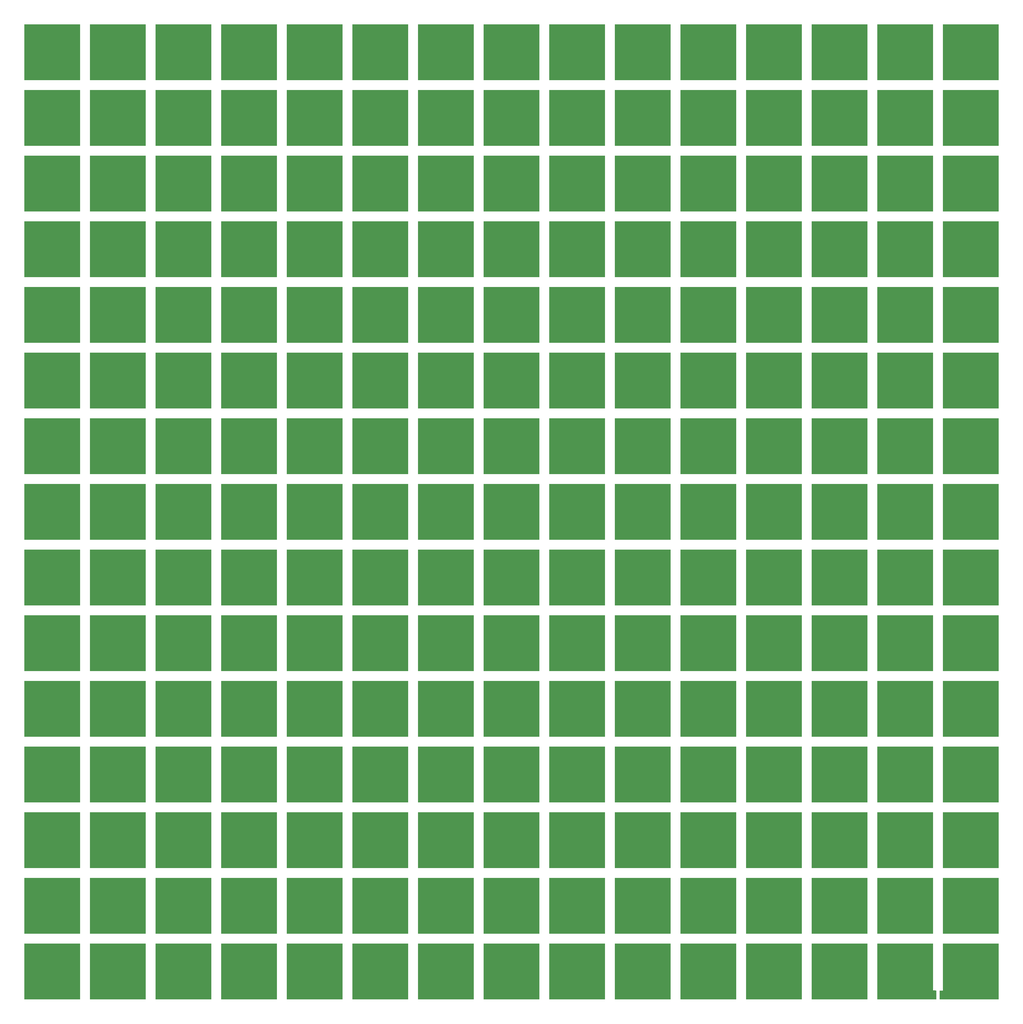
<source format=gtl>
G04 Layer_Physical_Order=1*
G04 Layer_Color=255*
%FSLAX25Y25*%
%MOIN*%
G70*
G01*
G75*
%ADD10R,0.68000X0.68000*%
%ADD11R,0.10000X0.11000*%
%ADD12R,0.12000X0.11000*%
%ADD13C,0.09842*%
%ADD14C,0.10000*%
G04:AMPARAMS|DCode=15|XSize=100mil|YSize=100mil|CornerRadius=12.5mil|HoleSize=0mil|Usage=FLASHONLY|Rotation=270.000|XOffset=0mil|YOffset=0mil|HoleType=Round|Shape=RoundedRectangle|*
%AMROUNDEDRECTD15*
21,1,0.10000,0.07500,0,0,270.0*
21,1,0.07500,0.10000,0,0,270.0*
1,1,0.02500,-0.03750,-0.03750*
1,1,0.02500,-0.03750,0.03750*
1,1,0.02500,0.03750,0.03750*
1,1,0.02500,0.03750,-0.03750*
%
%ADD15ROUNDEDRECTD15*%
%ADD16C,0.01968*%
%ADD17C,0.01000*%
D10*
X1560000Y1240000D02*
D03*
X440000D02*
D03*
X520000D02*
D03*
X680000D02*
D03*
X600000D02*
D03*
X840000D02*
D03*
X760000D02*
D03*
X1000000D02*
D03*
X920000D02*
D03*
X1160000D02*
D03*
X1080000D02*
D03*
X1320000D02*
D03*
X1240000D02*
D03*
X1480000D02*
D03*
X1400000D02*
D03*
X1560000Y1160000D02*
D03*
X1480000D02*
D03*
X1400000D02*
D03*
X1320000D02*
D03*
X1240000D02*
D03*
X1160000D02*
D03*
X1080000D02*
D03*
X1000000D02*
D03*
X920000D02*
D03*
X840000D02*
D03*
X760000D02*
D03*
X680000D02*
D03*
X600000D02*
D03*
X520000D02*
D03*
X440000D02*
D03*
Y1000000D02*
D03*
X520000D02*
D03*
X600000D02*
D03*
X680000D02*
D03*
X760000D02*
D03*
X840000D02*
D03*
X920000D02*
D03*
X1000000D02*
D03*
X1080000D02*
D03*
X1160000D02*
D03*
X1240000D02*
D03*
X1320000D02*
D03*
X1400000D02*
D03*
X1480000D02*
D03*
X1560000D02*
D03*
Y1080000D02*
D03*
X1400000D02*
D03*
X1480000D02*
D03*
X1240000D02*
D03*
X1320000D02*
D03*
X1080000D02*
D03*
X1160000D02*
D03*
X920000D02*
D03*
X1000000D02*
D03*
X760000D02*
D03*
X840000D02*
D03*
X600000D02*
D03*
X680000D02*
D03*
X520000D02*
D03*
X440000D02*
D03*
Y840000D02*
D03*
X520000D02*
D03*
X600000D02*
D03*
X680000D02*
D03*
X760000D02*
D03*
X840000D02*
D03*
X920000D02*
D03*
X1000000D02*
D03*
X1080000D02*
D03*
X1160000D02*
D03*
X1240000D02*
D03*
X1320000D02*
D03*
X1400000D02*
D03*
X1480000D02*
D03*
X1560000D02*
D03*
Y920000D02*
D03*
X1400000D02*
D03*
X1480000D02*
D03*
X1240000D02*
D03*
X1320000D02*
D03*
X1080000D02*
D03*
X1160000D02*
D03*
X920000D02*
D03*
X1000000D02*
D03*
X760000D02*
D03*
X840000D02*
D03*
X600000D02*
D03*
X680000D02*
D03*
X520000D02*
D03*
X440000D02*
D03*
Y680000D02*
D03*
X520000D02*
D03*
X600000D02*
D03*
X680000D02*
D03*
X760000D02*
D03*
X840000D02*
D03*
X920000D02*
D03*
X1000000D02*
D03*
X1080000D02*
D03*
X1160000D02*
D03*
X1240000D02*
D03*
X1320000D02*
D03*
X1400000D02*
D03*
X1480000D02*
D03*
X1560000D02*
D03*
Y760000D02*
D03*
X1400000D02*
D03*
X1480000D02*
D03*
X1240000D02*
D03*
X1320000D02*
D03*
X1080000D02*
D03*
X1160000D02*
D03*
X920000D02*
D03*
X1000000D02*
D03*
X760000D02*
D03*
X840000D02*
D03*
X600000D02*
D03*
X680000D02*
D03*
X520000D02*
D03*
X440000D02*
D03*
Y520000D02*
D03*
X520000D02*
D03*
X600000D02*
D03*
X680000D02*
D03*
X760000D02*
D03*
X840000D02*
D03*
X920000D02*
D03*
X1000000D02*
D03*
X1080000D02*
D03*
X1160000D02*
D03*
X1240000D02*
D03*
X1320000D02*
D03*
X1400000D02*
D03*
X1480000D02*
D03*
X1560000D02*
D03*
Y600000D02*
D03*
X1400000D02*
D03*
X1480000D02*
D03*
X1240000D02*
D03*
X1320000D02*
D03*
X1080000D02*
D03*
X1160000D02*
D03*
X920000D02*
D03*
X1000000D02*
D03*
X760000D02*
D03*
X840000D02*
D03*
X600000D02*
D03*
X680000D02*
D03*
X520000D02*
D03*
X440000D02*
D03*
Y360000D02*
D03*
X520000D02*
D03*
X600000D02*
D03*
X680000D02*
D03*
X760000D02*
D03*
X840000D02*
D03*
X920000D02*
D03*
X1000000D02*
D03*
X1080000D02*
D03*
X1160000D02*
D03*
X1240000D02*
D03*
X1320000D02*
D03*
X1400000D02*
D03*
X1480000D02*
D03*
X1560000D02*
D03*
Y440000D02*
D03*
X1400000D02*
D03*
X1480000D02*
D03*
X1240000D02*
D03*
X1320000D02*
D03*
X1080000D02*
D03*
X1160000D02*
D03*
X920000D02*
D03*
X1000000D02*
D03*
X760000D02*
D03*
X840000D02*
D03*
X600000D02*
D03*
X680000D02*
D03*
X520000D02*
D03*
X440000D02*
D03*
Y200000D02*
D03*
X520000D02*
D03*
X600000D02*
D03*
X680000D02*
D03*
X760000D02*
D03*
X840000D02*
D03*
X920000D02*
D03*
X1000000D02*
D03*
X1080000D02*
D03*
X1160000D02*
D03*
X1240000D02*
D03*
X1320000D02*
D03*
X1400000D02*
D03*
X1480000D02*
D03*
X1560000D02*
D03*
Y280000D02*
D03*
X1400000D02*
D03*
X1480000D02*
D03*
X1240000D02*
D03*
X1320000D02*
D03*
X1080000D02*
D03*
X1160000D02*
D03*
X920000D02*
D03*
X1000000D02*
D03*
X760000D02*
D03*
X840000D02*
D03*
X600000D02*
D03*
X680000D02*
D03*
X520000D02*
D03*
X440000D02*
D03*
X1560000Y120000D02*
D03*
X1400000D02*
D03*
X1240000D02*
D03*
X1320000D02*
D03*
X1080000D02*
D03*
X1160000D02*
D03*
X920000D02*
D03*
X1000000D02*
D03*
X760000D02*
D03*
X840000D02*
D03*
X600000D02*
D03*
X680000D02*
D03*
X520000D02*
D03*
X440000D02*
D03*
X1480000D02*
D03*
D11*
X1527000Y91500D02*
D03*
D12*
X1512000D02*
D03*
D13*
X1556000Y92000D02*
D03*
X1484000D02*
D03*
D14*
X1527500D02*
D03*
D15*
X1512500D02*
D03*
D16*
X1581000Y1217600D02*
D03*
X1575000D02*
D03*
X1572000D02*
D03*
X1578000D02*
D03*
X1572000Y1208600D02*
D03*
Y1211600D02*
D03*
Y1214600D02*
D03*
X1575000D02*
D03*
Y1211600D02*
D03*
Y1208600D02*
D03*
X1578000D02*
D03*
Y1214600D02*
D03*
Y1211600D02*
D03*
X1581000Y1208600D02*
D03*
Y1214600D02*
D03*
Y1211600D02*
D03*
X1537600Y1219000D02*
D03*
Y1225000D02*
D03*
Y1228000D02*
D03*
Y1222000D02*
D03*
X1528600Y1228000D02*
D03*
X1531600D02*
D03*
X1534600D02*
D03*
Y1225000D02*
D03*
X1531600D02*
D03*
X1528600D02*
D03*
Y1222000D02*
D03*
X1534600D02*
D03*
X1531600D02*
D03*
X1528600Y1219000D02*
D03*
X1534600D02*
D03*
X1531600D02*
D03*
X1539100Y1262500D02*
D03*
X1545100D02*
D03*
X1548100D02*
D03*
X1542100D02*
D03*
X1548100Y1271500D02*
D03*
Y1268500D02*
D03*
Y1265500D02*
D03*
X1545100D02*
D03*
Y1268500D02*
D03*
Y1271500D02*
D03*
X1542100D02*
D03*
Y1265500D02*
D03*
Y1268500D02*
D03*
X1539100Y1271500D02*
D03*
Y1265500D02*
D03*
Y1268500D02*
D03*
X1588300Y1261000D02*
D03*
X1585300D02*
D03*
X1591300D02*
D03*
X1588300Y1258000D02*
D03*
X1585300D02*
D03*
X1591300D02*
D03*
Y1255000D02*
D03*
X1588300D02*
D03*
X1585300D02*
D03*
Y1252000D02*
D03*
X1588300D02*
D03*
X1591300D02*
D03*
X1582300Y1258000D02*
D03*
Y1252000D02*
D03*
Y1255000D02*
D03*
Y1261000D02*
D03*
X417700Y1219000D02*
D03*
Y1225000D02*
D03*
Y1228000D02*
D03*
Y1222000D02*
D03*
X408700Y1228000D02*
D03*
X411700D02*
D03*
X414700D02*
D03*
Y1225000D02*
D03*
X411700D02*
D03*
X408700D02*
D03*
Y1222000D02*
D03*
X414700D02*
D03*
X411700D02*
D03*
X408700Y1219000D02*
D03*
X414700D02*
D03*
X411700D02*
D03*
X460900Y1211500D02*
D03*
Y1214500D02*
D03*
Y1208500D02*
D03*
X457900Y1211500D02*
D03*
Y1214500D02*
D03*
Y1208500D02*
D03*
X454900D02*
D03*
Y1211500D02*
D03*
Y1214500D02*
D03*
X451900D02*
D03*
Y1211500D02*
D03*
Y1208500D02*
D03*
X457900Y1217500D02*
D03*
X451900D02*
D03*
X454900D02*
D03*
X460900D02*
D03*
X468400Y1261000D02*
D03*
X465400D02*
D03*
X471400D02*
D03*
X468400Y1258000D02*
D03*
X465400D02*
D03*
X471400D02*
D03*
Y1255000D02*
D03*
X468400D02*
D03*
X465400D02*
D03*
Y1252000D02*
D03*
X468400D02*
D03*
X471400D02*
D03*
X462400Y1258000D02*
D03*
Y1252000D02*
D03*
Y1255000D02*
D03*
Y1261000D02*
D03*
X419000Y1268400D02*
D03*
Y1265400D02*
D03*
Y1271400D02*
D03*
X422000Y1268400D02*
D03*
Y1265400D02*
D03*
Y1271400D02*
D03*
X425000D02*
D03*
Y1268400D02*
D03*
Y1265400D02*
D03*
X428000D02*
D03*
Y1268400D02*
D03*
Y1271400D02*
D03*
X422000Y1262400D02*
D03*
X428000D02*
D03*
X425000D02*
D03*
X419000D02*
D03*
X499000D02*
D03*
X505000D02*
D03*
X508000D02*
D03*
X502000D02*
D03*
X508000Y1271400D02*
D03*
Y1268400D02*
D03*
Y1265400D02*
D03*
X505000D02*
D03*
Y1268400D02*
D03*
Y1271400D02*
D03*
X502000D02*
D03*
Y1265400D02*
D03*
Y1268400D02*
D03*
X499000Y1271400D02*
D03*
Y1265400D02*
D03*
Y1268400D02*
D03*
X542400Y1261000D02*
D03*
Y1255000D02*
D03*
Y1252000D02*
D03*
Y1258000D02*
D03*
X551400Y1252000D02*
D03*
X548400D02*
D03*
X545400D02*
D03*
Y1255000D02*
D03*
X548400D02*
D03*
X551400D02*
D03*
Y1258000D02*
D03*
X545400D02*
D03*
X548400D02*
D03*
X551400Y1261000D02*
D03*
X545400D02*
D03*
X548400D02*
D03*
X540900Y1217500D02*
D03*
X534900D02*
D03*
X531900D02*
D03*
X537900D02*
D03*
X531900Y1208500D02*
D03*
Y1211500D02*
D03*
Y1214500D02*
D03*
X534900D02*
D03*
Y1211500D02*
D03*
Y1208500D02*
D03*
X537900D02*
D03*
Y1214500D02*
D03*
Y1211500D02*
D03*
X540900Y1208500D02*
D03*
Y1214500D02*
D03*
Y1211500D02*
D03*
X491700Y1219000D02*
D03*
X494700D02*
D03*
X488700D02*
D03*
X491700Y1222000D02*
D03*
X494700D02*
D03*
X488700D02*
D03*
Y1225000D02*
D03*
X491700D02*
D03*
X494700D02*
D03*
Y1228000D02*
D03*
X491700D02*
D03*
X488700D02*
D03*
X497700Y1222000D02*
D03*
Y1228000D02*
D03*
Y1225000D02*
D03*
Y1219000D02*
D03*
X657700D02*
D03*
Y1225000D02*
D03*
Y1228000D02*
D03*
Y1222000D02*
D03*
X648700Y1228000D02*
D03*
X651700D02*
D03*
X654700D02*
D03*
Y1225000D02*
D03*
X651700D02*
D03*
X648700D02*
D03*
Y1222000D02*
D03*
X654700D02*
D03*
X651700D02*
D03*
X648700Y1219000D02*
D03*
X654700D02*
D03*
X651700D02*
D03*
X700900Y1211500D02*
D03*
Y1214500D02*
D03*
Y1208500D02*
D03*
X697900Y1211500D02*
D03*
Y1214500D02*
D03*
Y1208500D02*
D03*
X694900D02*
D03*
Y1211500D02*
D03*
Y1214500D02*
D03*
X691900D02*
D03*
Y1211500D02*
D03*
Y1208500D02*
D03*
X697900Y1217500D02*
D03*
X691900D02*
D03*
X694900D02*
D03*
X700900D02*
D03*
X708400Y1261000D02*
D03*
X705400D02*
D03*
X711400D02*
D03*
X708400Y1258000D02*
D03*
X705400D02*
D03*
X711400D02*
D03*
Y1255000D02*
D03*
X708400D02*
D03*
X705400D02*
D03*
Y1252000D02*
D03*
X708400D02*
D03*
X711400D02*
D03*
X702400Y1258000D02*
D03*
Y1252000D02*
D03*
Y1255000D02*
D03*
Y1261000D02*
D03*
X659000Y1268400D02*
D03*
Y1265400D02*
D03*
Y1271400D02*
D03*
X662000Y1268400D02*
D03*
Y1265400D02*
D03*
Y1271400D02*
D03*
X665000D02*
D03*
Y1268400D02*
D03*
Y1265400D02*
D03*
X668000D02*
D03*
Y1268400D02*
D03*
Y1271400D02*
D03*
X662000Y1262400D02*
D03*
X668000D02*
D03*
X665000D02*
D03*
X659000D02*
D03*
X579000D02*
D03*
X585000D02*
D03*
X588000D02*
D03*
X582000D02*
D03*
X588000Y1271400D02*
D03*
Y1268400D02*
D03*
Y1265400D02*
D03*
X585000D02*
D03*
Y1268400D02*
D03*
Y1271400D02*
D03*
X582000D02*
D03*
Y1265400D02*
D03*
Y1268400D02*
D03*
X579000Y1271400D02*
D03*
Y1265400D02*
D03*
Y1268400D02*
D03*
X622400Y1261000D02*
D03*
Y1255000D02*
D03*
Y1252000D02*
D03*
Y1258000D02*
D03*
X631400Y1252000D02*
D03*
X628400D02*
D03*
X625400D02*
D03*
Y1255000D02*
D03*
X628400D02*
D03*
X631400D02*
D03*
Y1258000D02*
D03*
X625400D02*
D03*
X628400D02*
D03*
X631400Y1261000D02*
D03*
X625400D02*
D03*
X628400D02*
D03*
X620900Y1217500D02*
D03*
X614900D02*
D03*
X611900D02*
D03*
X617900D02*
D03*
X611900Y1208500D02*
D03*
Y1211500D02*
D03*
Y1214500D02*
D03*
X614900D02*
D03*
Y1211500D02*
D03*
Y1208500D02*
D03*
X617900D02*
D03*
Y1214500D02*
D03*
Y1211500D02*
D03*
X620900Y1208500D02*
D03*
Y1214500D02*
D03*
Y1211500D02*
D03*
X571700Y1219000D02*
D03*
X574700D02*
D03*
X568700D02*
D03*
X571700Y1222000D02*
D03*
X574700D02*
D03*
X568700D02*
D03*
Y1225000D02*
D03*
X571700D02*
D03*
X574700D02*
D03*
Y1228000D02*
D03*
X571700D02*
D03*
X568700D02*
D03*
X577700Y1222000D02*
D03*
Y1228000D02*
D03*
Y1225000D02*
D03*
Y1219000D02*
D03*
X817700D02*
D03*
Y1225000D02*
D03*
Y1228000D02*
D03*
Y1222000D02*
D03*
X808700Y1228000D02*
D03*
X811700D02*
D03*
X814700D02*
D03*
Y1225000D02*
D03*
X811700D02*
D03*
X808700D02*
D03*
Y1222000D02*
D03*
X814700D02*
D03*
X811700D02*
D03*
X808700Y1219000D02*
D03*
X814700D02*
D03*
X811700D02*
D03*
X860900Y1211500D02*
D03*
Y1214500D02*
D03*
Y1208500D02*
D03*
X857900Y1211500D02*
D03*
Y1214500D02*
D03*
Y1208500D02*
D03*
X854900D02*
D03*
Y1211500D02*
D03*
Y1214500D02*
D03*
X851900D02*
D03*
Y1211500D02*
D03*
Y1208500D02*
D03*
X857900Y1217500D02*
D03*
X851900D02*
D03*
X854900D02*
D03*
X860900D02*
D03*
X868400Y1261000D02*
D03*
X865400D02*
D03*
X871400D02*
D03*
X868400Y1258000D02*
D03*
X865400D02*
D03*
X871400D02*
D03*
Y1255000D02*
D03*
X868400D02*
D03*
X865400D02*
D03*
Y1252000D02*
D03*
X868400D02*
D03*
X871400D02*
D03*
X862400Y1258000D02*
D03*
Y1252000D02*
D03*
Y1255000D02*
D03*
Y1261000D02*
D03*
X819000Y1268400D02*
D03*
Y1265400D02*
D03*
Y1271400D02*
D03*
X822000Y1268400D02*
D03*
Y1265400D02*
D03*
Y1271400D02*
D03*
X825000D02*
D03*
Y1268400D02*
D03*
Y1265400D02*
D03*
X828000D02*
D03*
Y1268400D02*
D03*
Y1271400D02*
D03*
X822000Y1262400D02*
D03*
X828000D02*
D03*
X825000D02*
D03*
X819000D02*
D03*
X739000D02*
D03*
X745000D02*
D03*
X748000D02*
D03*
X742000D02*
D03*
X748000Y1271400D02*
D03*
Y1268400D02*
D03*
Y1265400D02*
D03*
X745000D02*
D03*
Y1268400D02*
D03*
Y1271400D02*
D03*
X742000D02*
D03*
Y1265400D02*
D03*
Y1268400D02*
D03*
X739000Y1271400D02*
D03*
Y1265400D02*
D03*
Y1268400D02*
D03*
X782400Y1261000D02*
D03*
Y1255000D02*
D03*
Y1252000D02*
D03*
Y1258000D02*
D03*
X791400Y1252000D02*
D03*
X788400D02*
D03*
X785400D02*
D03*
Y1255000D02*
D03*
X788400D02*
D03*
X791400D02*
D03*
Y1258000D02*
D03*
X785400D02*
D03*
X788400D02*
D03*
X791400Y1261000D02*
D03*
X785400D02*
D03*
X788400D02*
D03*
X780900Y1217500D02*
D03*
X774900D02*
D03*
X771900D02*
D03*
X777900D02*
D03*
X771900Y1208500D02*
D03*
Y1211500D02*
D03*
Y1214500D02*
D03*
X774900D02*
D03*
Y1211500D02*
D03*
Y1208500D02*
D03*
X777900D02*
D03*
Y1214500D02*
D03*
Y1211500D02*
D03*
X780900Y1208500D02*
D03*
Y1214500D02*
D03*
Y1211500D02*
D03*
X731700Y1219000D02*
D03*
X734700D02*
D03*
X728700D02*
D03*
X731700Y1222000D02*
D03*
X734700D02*
D03*
X728700D02*
D03*
Y1225000D02*
D03*
X731700D02*
D03*
X734700D02*
D03*
Y1228000D02*
D03*
X731700D02*
D03*
X728700D02*
D03*
X737700Y1222000D02*
D03*
Y1228000D02*
D03*
Y1225000D02*
D03*
Y1219000D02*
D03*
X977700D02*
D03*
Y1225000D02*
D03*
Y1228000D02*
D03*
Y1222000D02*
D03*
X968700Y1228000D02*
D03*
X971700D02*
D03*
X974700D02*
D03*
Y1225000D02*
D03*
X971700D02*
D03*
X968700D02*
D03*
Y1222000D02*
D03*
X974700D02*
D03*
X971700D02*
D03*
X968700Y1219000D02*
D03*
X974700D02*
D03*
X971700D02*
D03*
X1020900Y1211500D02*
D03*
Y1214500D02*
D03*
Y1208500D02*
D03*
X1017900Y1211500D02*
D03*
Y1214500D02*
D03*
Y1208500D02*
D03*
X1014900D02*
D03*
Y1211500D02*
D03*
Y1214500D02*
D03*
X1011900D02*
D03*
Y1211500D02*
D03*
Y1208500D02*
D03*
X1017900Y1217500D02*
D03*
X1011900D02*
D03*
X1014900D02*
D03*
X1020900D02*
D03*
X1028400Y1261000D02*
D03*
X1025400D02*
D03*
X1031400D02*
D03*
X1028400Y1258000D02*
D03*
X1025400D02*
D03*
X1031400D02*
D03*
Y1255000D02*
D03*
X1028400D02*
D03*
X1025400D02*
D03*
Y1252000D02*
D03*
X1028400D02*
D03*
X1031400D02*
D03*
X1022400Y1258000D02*
D03*
Y1252000D02*
D03*
Y1255000D02*
D03*
Y1261000D02*
D03*
X979000Y1268400D02*
D03*
Y1265400D02*
D03*
Y1271400D02*
D03*
X982000Y1268400D02*
D03*
Y1265400D02*
D03*
Y1271400D02*
D03*
X985000D02*
D03*
Y1268400D02*
D03*
Y1265400D02*
D03*
X988000D02*
D03*
Y1268400D02*
D03*
Y1271400D02*
D03*
X982000Y1262400D02*
D03*
X988000D02*
D03*
X985000D02*
D03*
X979000D02*
D03*
X899000D02*
D03*
X905000D02*
D03*
X908000D02*
D03*
X902000D02*
D03*
X908000Y1271400D02*
D03*
Y1268400D02*
D03*
Y1265400D02*
D03*
X905000D02*
D03*
Y1268400D02*
D03*
Y1271400D02*
D03*
X902000D02*
D03*
Y1265400D02*
D03*
Y1268400D02*
D03*
X899000Y1271400D02*
D03*
Y1265400D02*
D03*
Y1268400D02*
D03*
X942400Y1261000D02*
D03*
Y1255000D02*
D03*
Y1252000D02*
D03*
Y1258000D02*
D03*
X951400Y1252000D02*
D03*
X948400D02*
D03*
X945400D02*
D03*
Y1255000D02*
D03*
X948400D02*
D03*
X951400D02*
D03*
Y1258000D02*
D03*
X945400D02*
D03*
X948400D02*
D03*
X951400Y1261000D02*
D03*
X945400D02*
D03*
X948400D02*
D03*
X940900Y1217500D02*
D03*
X934900D02*
D03*
X931900D02*
D03*
X937900D02*
D03*
X931900Y1208500D02*
D03*
Y1211500D02*
D03*
Y1214500D02*
D03*
X934900D02*
D03*
Y1211500D02*
D03*
Y1208500D02*
D03*
X937900D02*
D03*
Y1214500D02*
D03*
Y1211500D02*
D03*
X940900Y1208500D02*
D03*
Y1214500D02*
D03*
Y1211500D02*
D03*
X891700Y1219000D02*
D03*
X894700D02*
D03*
X888700D02*
D03*
X891700Y1222000D02*
D03*
X894700D02*
D03*
X888700D02*
D03*
Y1225000D02*
D03*
X891700D02*
D03*
X894700D02*
D03*
Y1228000D02*
D03*
X891700D02*
D03*
X888700D02*
D03*
X897700Y1222000D02*
D03*
Y1228000D02*
D03*
Y1225000D02*
D03*
Y1219000D02*
D03*
X1137700D02*
D03*
Y1225000D02*
D03*
Y1228000D02*
D03*
Y1222000D02*
D03*
X1128700Y1228000D02*
D03*
X1131700D02*
D03*
X1134700D02*
D03*
Y1225000D02*
D03*
X1131700D02*
D03*
X1128700D02*
D03*
Y1222000D02*
D03*
X1134700D02*
D03*
X1131700D02*
D03*
X1128700Y1219000D02*
D03*
X1134700D02*
D03*
X1131700D02*
D03*
X1180900Y1211500D02*
D03*
Y1214500D02*
D03*
Y1208500D02*
D03*
X1177900Y1211500D02*
D03*
Y1214500D02*
D03*
Y1208500D02*
D03*
X1174900D02*
D03*
Y1211500D02*
D03*
Y1214500D02*
D03*
X1171900D02*
D03*
Y1211500D02*
D03*
Y1208500D02*
D03*
X1177900Y1217500D02*
D03*
X1171900D02*
D03*
X1174900D02*
D03*
X1180900D02*
D03*
X1188400Y1261000D02*
D03*
X1185400D02*
D03*
X1191400D02*
D03*
X1188400Y1258000D02*
D03*
X1185400D02*
D03*
X1191400D02*
D03*
Y1255000D02*
D03*
X1188400D02*
D03*
X1185400D02*
D03*
Y1252000D02*
D03*
X1188400D02*
D03*
X1191400D02*
D03*
X1182400Y1258000D02*
D03*
Y1252000D02*
D03*
Y1255000D02*
D03*
Y1261000D02*
D03*
X1139000Y1268400D02*
D03*
Y1265400D02*
D03*
Y1271400D02*
D03*
X1142000Y1268400D02*
D03*
Y1265400D02*
D03*
Y1271400D02*
D03*
X1145000D02*
D03*
Y1268400D02*
D03*
Y1265400D02*
D03*
X1148000D02*
D03*
Y1268400D02*
D03*
Y1271400D02*
D03*
X1142000Y1262400D02*
D03*
X1148000D02*
D03*
X1145000D02*
D03*
X1139000D02*
D03*
X1059000D02*
D03*
X1065000D02*
D03*
X1068000D02*
D03*
X1062000D02*
D03*
X1068000Y1271400D02*
D03*
Y1268400D02*
D03*
Y1265400D02*
D03*
X1065000D02*
D03*
Y1268400D02*
D03*
Y1271400D02*
D03*
X1062000D02*
D03*
Y1265400D02*
D03*
Y1268400D02*
D03*
X1059000Y1271400D02*
D03*
Y1265400D02*
D03*
Y1268400D02*
D03*
X1102400Y1261000D02*
D03*
Y1255000D02*
D03*
Y1252000D02*
D03*
Y1258000D02*
D03*
X1111400Y1252000D02*
D03*
X1108400D02*
D03*
X1105400D02*
D03*
Y1255000D02*
D03*
X1108400D02*
D03*
X1111400D02*
D03*
Y1258000D02*
D03*
X1105400D02*
D03*
X1108400D02*
D03*
X1111400Y1261000D02*
D03*
X1105400D02*
D03*
X1108400D02*
D03*
X1100900Y1217500D02*
D03*
X1094900D02*
D03*
X1091900D02*
D03*
X1097900D02*
D03*
X1091900Y1208500D02*
D03*
Y1211500D02*
D03*
Y1214500D02*
D03*
X1094900D02*
D03*
Y1211500D02*
D03*
Y1208500D02*
D03*
X1097900D02*
D03*
Y1214500D02*
D03*
Y1211500D02*
D03*
X1100900Y1208500D02*
D03*
Y1214500D02*
D03*
Y1211500D02*
D03*
X1051700Y1219000D02*
D03*
X1054700D02*
D03*
X1048700D02*
D03*
X1051700Y1222000D02*
D03*
X1054700D02*
D03*
X1048700D02*
D03*
Y1225000D02*
D03*
X1051700D02*
D03*
X1054700D02*
D03*
Y1228000D02*
D03*
X1051700D02*
D03*
X1048700D02*
D03*
X1057700Y1222000D02*
D03*
Y1228000D02*
D03*
Y1225000D02*
D03*
Y1219000D02*
D03*
X1297700D02*
D03*
Y1225000D02*
D03*
Y1228000D02*
D03*
Y1222000D02*
D03*
X1288700Y1228000D02*
D03*
X1291700D02*
D03*
X1294700D02*
D03*
Y1225000D02*
D03*
X1291700D02*
D03*
X1288700D02*
D03*
Y1222000D02*
D03*
X1294700D02*
D03*
X1291700D02*
D03*
X1288700Y1219000D02*
D03*
X1294700D02*
D03*
X1291700D02*
D03*
X1340900Y1211500D02*
D03*
Y1214500D02*
D03*
Y1208500D02*
D03*
X1337900Y1211500D02*
D03*
Y1214500D02*
D03*
Y1208500D02*
D03*
X1334900D02*
D03*
Y1211500D02*
D03*
Y1214500D02*
D03*
X1331900D02*
D03*
Y1211500D02*
D03*
Y1208500D02*
D03*
X1337900Y1217500D02*
D03*
X1331900D02*
D03*
X1334900D02*
D03*
X1340900D02*
D03*
X1348400Y1261000D02*
D03*
X1345400D02*
D03*
X1351400D02*
D03*
X1348400Y1258000D02*
D03*
X1345400D02*
D03*
X1351400D02*
D03*
Y1255000D02*
D03*
X1348400D02*
D03*
X1345400D02*
D03*
Y1252000D02*
D03*
X1348400D02*
D03*
X1351400D02*
D03*
X1342400Y1258000D02*
D03*
Y1252000D02*
D03*
Y1255000D02*
D03*
Y1261000D02*
D03*
X1299000Y1268400D02*
D03*
Y1265400D02*
D03*
Y1271400D02*
D03*
X1302000Y1268400D02*
D03*
Y1265400D02*
D03*
Y1271400D02*
D03*
X1305000D02*
D03*
Y1268400D02*
D03*
Y1265400D02*
D03*
X1308000D02*
D03*
Y1268400D02*
D03*
Y1271400D02*
D03*
X1302000Y1262400D02*
D03*
X1308000D02*
D03*
X1305000D02*
D03*
X1299000D02*
D03*
X1219000D02*
D03*
X1225000D02*
D03*
X1228000D02*
D03*
X1222000D02*
D03*
X1228000Y1271400D02*
D03*
Y1268400D02*
D03*
Y1265400D02*
D03*
X1225000D02*
D03*
Y1268400D02*
D03*
Y1271400D02*
D03*
X1222000D02*
D03*
Y1265400D02*
D03*
Y1268400D02*
D03*
X1219000Y1271400D02*
D03*
Y1265400D02*
D03*
Y1268400D02*
D03*
X1262400Y1261000D02*
D03*
Y1255000D02*
D03*
Y1252000D02*
D03*
Y1258000D02*
D03*
X1271400Y1252000D02*
D03*
X1268400D02*
D03*
X1265400D02*
D03*
Y1255000D02*
D03*
X1268400D02*
D03*
X1271400D02*
D03*
Y1258000D02*
D03*
X1265400D02*
D03*
X1268400D02*
D03*
X1271400Y1261000D02*
D03*
X1265400D02*
D03*
X1268400D02*
D03*
X1260900Y1217500D02*
D03*
X1254900D02*
D03*
X1251900D02*
D03*
X1257900D02*
D03*
X1251900Y1208500D02*
D03*
Y1211500D02*
D03*
Y1214500D02*
D03*
X1254900D02*
D03*
Y1211500D02*
D03*
Y1208500D02*
D03*
X1257900D02*
D03*
Y1214500D02*
D03*
Y1211500D02*
D03*
X1260900Y1208500D02*
D03*
Y1214500D02*
D03*
Y1211500D02*
D03*
X1211700Y1219000D02*
D03*
X1214700D02*
D03*
X1208700D02*
D03*
X1211700Y1222000D02*
D03*
X1214700D02*
D03*
X1208700D02*
D03*
Y1225000D02*
D03*
X1211700D02*
D03*
X1214700D02*
D03*
Y1228000D02*
D03*
X1211700D02*
D03*
X1208700D02*
D03*
X1217700Y1222000D02*
D03*
Y1228000D02*
D03*
Y1225000D02*
D03*
Y1219000D02*
D03*
X1457700D02*
D03*
Y1225000D02*
D03*
Y1228000D02*
D03*
Y1222000D02*
D03*
X1448700Y1228000D02*
D03*
X1451700D02*
D03*
X1454700D02*
D03*
Y1225000D02*
D03*
X1451700D02*
D03*
X1448700D02*
D03*
Y1222000D02*
D03*
X1454700D02*
D03*
X1451700D02*
D03*
X1448700Y1219000D02*
D03*
X1454700D02*
D03*
X1451700D02*
D03*
X1500900Y1211500D02*
D03*
Y1214500D02*
D03*
Y1208500D02*
D03*
X1497900Y1211500D02*
D03*
Y1214500D02*
D03*
Y1208500D02*
D03*
X1494900D02*
D03*
Y1211500D02*
D03*
Y1214500D02*
D03*
X1491900D02*
D03*
Y1211500D02*
D03*
Y1208500D02*
D03*
X1497900Y1217500D02*
D03*
X1491900D02*
D03*
X1494900D02*
D03*
X1500900D02*
D03*
X1508400Y1261000D02*
D03*
X1505400D02*
D03*
X1511400D02*
D03*
X1508400Y1258000D02*
D03*
X1505400D02*
D03*
X1511400D02*
D03*
Y1255000D02*
D03*
X1508400D02*
D03*
X1505400D02*
D03*
Y1252000D02*
D03*
X1508400D02*
D03*
X1511400D02*
D03*
X1502400Y1258000D02*
D03*
Y1252000D02*
D03*
Y1255000D02*
D03*
Y1261000D02*
D03*
X1459000Y1268400D02*
D03*
Y1265400D02*
D03*
Y1271400D02*
D03*
X1462000Y1268400D02*
D03*
Y1265400D02*
D03*
Y1271400D02*
D03*
X1465000D02*
D03*
Y1268400D02*
D03*
Y1265400D02*
D03*
X1468000D02*
D03*
Y1268400D02*
D03*
Y1271400D02*
D03*
X1462000Y1262400D02*
D03*
X1468000D02*
D03*
X1465000D02*
D03*
X1459000D02*
D03*
X1379000D02*
D03*
X1385000D02*
D03*
X1388000D02*
D03*
X1382000D02*
D03*
X1388000Y1271400D02*
D03*
Y1268400D02*
D03*
Y1265400D02*
D03*
X1385000D02*
D03*
Y1268400D02*
D03*
Y1271400D02*
D03*
X1382000D02*
D03*
Y1265400D02*
D03*
Y1268400D02*
D03*
X1379000Y1271400D02*
D03*
Y1265400D02*
D03*
Y1268400D02*
D03*
X1422400Y1261000D02*
D03*
Y1255000D02*
D03*
Y1252000D02*
D03*
Y1258000D02*
D03*
X1431400Y1252000D02*
D03*
X1428400D02*
D03*
X1425400D02*
D03*
Y1255000D02*
D03*
X1428400D02*
D03*
X1431400D02*
D03*
Y1258000D02*
D03*
X1425400D02*
D03*
X1428400D02*
D03*
X1431400Y1261000D02*
D03*
X1425400D02*
D03*
X1428400D02*
D03*
X1420900Y1217500D02*
D03*
X1414900D02*
D03*
X1411900D02*
D03*
X1417900D02*
D03*
X1411900Y1208500D02*
D03*
Y1211500D02*
D03*
Y1214500D02*
D03*
X1414900D02*
D03*
Y1211500D02*
D03*
Y1208500D02*
D03*
X1417900D02*
D03*
Y1214500D02*
D03*
Y1211500D02*
D03*
X1420900Y1208500D02*
D03*
Y1214500D02*
D03*
Y1211500D02*
D03*
X1371700Y1219000D02*
D03*
X1374700D02*
D03*
X1368700D02*
D03*
X1371700Y1222000D02*
D03*
X1374700D02*
D03*
X1368700D02*
D03*
Y1225000D02*
D03*
X1371700D02*
D03*
X1374700D02*
D03*
Y1228000D02*
D03*
X1371700D02*
D03*
X1368700D02*
D03*
X1377700Y1222000D02*
D03*
Y1228000D02*
D03*
Y1225000D02*
D03*
Y1219000D02*
D03*
X1582300Y1181000D02*
D03*
Y1175000D02*
D03*
Y1172000D02*
D03*
Y1178000D02*
D03*
X1591300Y1172000D02*
D03*
X1588300D02*
D03*
X1585300D02*
D03*
Y1175000D02*
D03*
X1588300D02*
D03*
X1591300D02*
D03*
Y1178000D02*
D03*
X1585300D02*
D03*
X1588300D02*
D03*
X1591300Y1181000D02*
D03*
X1585300D02*
D03*
X1588300D02*
D03*
X1539100Y1188500D02*
D03*
Y1185500D02*
D03*
Y1191500D02*
D03*
X1542100Y1188500D02*
D03*
Y1185500D02*
D03*
Y1191500D02*
D03*
X1545100D02*
D03*
Y1188500D02*
D03*
Y1185500D02*
D03*
X1548100D02*
D03*
Y1188500D02*
D03*
Y1191500D02*
D03*
X1542100Y1182500D02*
D03*
X1548100D02*
D03*
X1545100D02*
D03*
X1539100D02*
D03*
X1531600Y1139000D02*
D03*
X1534600D02*
D03*
X1528600D02*
D03*
X1531600Y1142000D02*
D03*
X1534600D02*
D03*
X1528600D02*
D03*
Y1145000D02*
D03*
X1531600D02*
D03*
X1534600D02*
D03*
Y1148000D02*
D03*
X1531600D02*
D03*
X1528600D02*
D03*
X1537600Y1142000D02*
D03*
Y1148000D02*
D03*
Y1145000D02*
D03*
Y1139000D02*
D03*
X1581000Y1131600D02*
D03*
Y1134600D02*
D03*
Y1128600D02*
D03*
X1578000Y1131600D02*
D03*
Y1134600D02*
D03*
Y1128600D02*
D03*
X1575000D02*
D03*
Y1131600D02*
D03*
Y1134600D02*
D03*
X1572000D02*
D03*
Y1131600D02*
D03*
Y1128600D02*
D03*
X1578000Y1137600D02*
D03*
X1572000D02*
D03*
X1575000D02*
D03*
X1581000D02*
D03*
X1459000Y1182400D02*
D03*
X1465000D02*
D03*
X1468000D02*
D03*
X1462000D02*
D03*
X1468000Y1191400D02*
D03*
Y1188400D02*
D03*
Y1185400D02*
D03*
X1465000D02*
D03*
Y1188400D02*
D03*
Y1191400D02*
D03*
X1462000D02*
D03*
Y1185400D02*
D03*
Y1188400D02*
D03*
X1459000Y1191400D02*
D03*
Y1185400D02*
D03*
Y1188400D02*
D03*
X1502400Y1181000D02*
D03*
Y1175000D02*
D03*
Y1172000D02*
D03*
Y1178000D02*
D03*
X1511400Y1172000D02*
D03*
X1508400D02*
D03*
X1505400D02*
D03*
Y1175000D02*
D03*
X1508400D02*
D03*
X1511400D02*
D03*
Y1178000D02*
D03*
X1505400D02*
D03*
X1508400D02*
D03*
X1511400Y1181000D02*
D03*
X1505400D02*
D03*
X1508400D02*
D03*
X1500900Y1137500D02*
D03*
X1494900D02*
D03*
X1491900D02*
D03*
X1497900D02*
D03*
X1491900Y1128500D02*
D03*
Y1131500D02*
D03*
Y1134500D02*
D03*
X1494900D02*
D03*
Y1131500D02*
D03*
Y1128500D02*
D03*
X1497900D02*
D03*
Y1134500D02*
D03*
Y1131500D02*
D03*
X1500900Y1128500D02*
D03*
Y1134500D02*
D03*
Y1131500D02*
D03*
X1451700Y1139000D02*
D03*
X1454700D02*
D03*
X1448700D02*
D03*
X1451700Y1142000D02*
D03*
X1454700D02*
D03*
X1448700D02*
D03*
Y1145000D02*
D03*
X1451700D02*
D03*
X1454700D02*
D03*
Y1148000D02*
D03*
X1451700D02*
D03*
X1448700D02*
D03*
X1457700Y1142000D02*
D03*
Y1148000D02*
D03*
Y1145000D02*
D03*
Y1139000D02*
D03*
X1377700D02*
D03*
Y1145000D02*
D03*
Y1148000D02*
D03*
Y1142000D02*
D03*
X1368700Y1148000D02*
D03*
X1371700D02*
D03*
X1374700D02*
D03*
Y1145000D02*
D03*
X1371700D02*
D03*
X1368700D02*
D03*
Y1142000D02*
D03*
X1374700D02*
D03*
X1371700D02*
D03*
X1368700Y1139000D02*
D03*
X1374700D02*
D03*
X1371700D02*
D03*
X1420900Y1131500D02*
D03*
Y1134500D02*
D03*
Y1128500D02*
D03*
X1417900Y1131500D02*
D03*
Y1134500D02*
D03*
Y1128500D02*
D03*
X1414900D02*
D03*
Y1131500D02*
D03*
Y1134500D02*
D03*
X1411900D02*
D03*
Y1131500D02*
D03*
Y1128500D02*
D03*
X1417900Y1137500D02*
D03*
X1411900D02*
D03*
X1414900D02*
D03*
X1420900D02*
D03*
X1428400Y1181000D02*
D03*
X1425400D02*
D03*
X1431400D02*
D03*
X1428400Y1178000D02*
D03*
X1425400D02*
D03*
X1431400D02*
D03*
Y1175000D02*
D03*
X1428400D02*
D03*
X1425400D02*
D03*
Y1172000D02*
D03*
X1428400D02*
D03*
X1431400D02*
D03*
X1422400Y1178000D02*
D03*
Y1172000D02*
D03*
Y1175000D02*
D03*
Y1181000D02*
D03*
X1379000Y1188400D02*
D03*
Y1185400D02*
D03*
Y1191400D02*
D03*
X1382000Y1188400D02*
D03*
Y1185400D02*
D03*
Y1191400D02*
D03*
X1385000D02*
D03*
Y1188400D02*
D03*
Y1185400D02*
D03*
X1388000D02*
D03*
Y1188400D02*
D03*
Y1191400D02*
D03*
X1382000Y1182400D02*
D03*
X1388000D02*
D03*
X1385000D02*
D03*
X1379000D02*
D03*
X1299000D02*
D03*
X1305000D02*
D03*
X1308000D02*
D03*
X1302000D02*
D03*
X1308000Y1191400D02*
D03*
Y1188400D02*
D03*
Y1185400D02*
D03*
X1305000D02*
D03*
Y1188400D02*
D03*
Y1191400D02*
D03*
X1302000D02*
D03*
Y1185400D02*
D03*
Y1188400D02*
D03*
X1299000Y1191400D02*
D03*
Y1185400D02*
D03*
Y1188400D02*
D03*
X1342400Y1181000D02*
D03*
Y1175000D02*
D03*
Y1172000D02*
D03*
Y1178000D02*
D03*
X1351400Y1172000D02*
D03*
X1348400D02*
D03*
X1345400D02*
D03*
Y1175000D02*
D03*
X1348400D02*
D03*
X1351400D02*
D03*
Y1178000D02*
D03*
X1345400D02*
D03*
X1348400D02*
D03*
X1351400Y1181000D02*
D03*
X1345400D02*
D03*
X1348400D02*
D03*
X1340900Y1137500D02*
D03*
X1334900D02*
D03*
X1331900D02*
D03*
X1337900D02*
D03*
X1331900Y1128500D02*
D03*
Y1131500D02*
D03*
Y1134500D02*
D03*
X1334900D02*
D03*
Y1131500D02*
D03*
Y1128500D02*
D03*
X1337900D02*
D03*
Y1134500D02*
D03*
Y1131500D02*
D03*
X1340900Y1128500D02*
D03*
Y1134500D02*
D03*
Y1131500D02*
D03*
X1291700Y1139000D02*
D03*
X1294700D02*
D03*
X1288700D02*
D03*
X1291700Y1142000D02*
D03*
X1294700D02*
D03*
X1288700D02*
D03*
Y1145000D02*
D03*
X1291700D02*
D03*
X1294700D02*
D03*
Y1148000D02*
D03*
X1291700D02*
D03*
X1288700D02*
D03*
X1297700Y1142000D02*
D03*
Y1148000D02*
D03*
Y1145000D02*
D03*
Y1139000D02*
D03*
X1217700D02*
D03*
Y1145000D02*
D03*
Y1148000D02*
D03*
Y1142000D02*
D03*
X1208700Y1148000D02*
D03*
X1211700D02*
D03*
X1214700D02*
D03*
Y1145000D02*
D03*
X1211700D02*
D03*
X1208700D02*
D03*
Y1142000D02*
D03*
X1214700D02*
D03*
X1211700D02*
D03*
X1208700Y1139000D02*
D03*
X1214700D02*
D03*
X1211700D02*
D03*
X1260900Y1131500D02*
D03*
Y1134500D02*
D03*
Y1128500D02*
D03*
X1257900Y1131500D02*
D03*
Y1134500D02*
D03*
Y1128500D02*
D03*
X1254900D02*
D03*
Y1131500D02*
D03*
Y1134500D02*
D03*
X1251900D02*
D03*
Y1131500D02*
D03*
Y1128500D02*
D03*
X1257900Y1137500D02*
D03*
X1251900D02*
D03*
X1254900D02*
D03*
X1260900D02*
D03*
X1268400Y1181000D02*
D03*
X1265400D02*
D03*
X1271400D02*
D03*
X1268400Y1178000D02*
D03*
X1265400D02*
D03*
X1271400D02*
D03*
Y1175000D02*
D03*
X1268400D02*
D03*
X1265400D02*
D03*
Y1172000D02*
D03*
X1268400D02*
D03*
X1271400D02*
D03*
X1262400Y1178000D02*
D03*
Y1172000D02*
D03*
Y1175000D02*
D03*
Y1181000D02*
D03*
X1219000Y1188400D02*
D03*
Y1185400D02*
D03*
Y1191400D02*
D03*
X1222000Y1188400D02*
D03*
Y1185400D02*
D03*
Y1191400D02*
D03*
X1225000D02*
D03*
Y1188400D02*
D03*
Y1185400D02*
D03*
X1228000D02*
D03*
Y1188400D02*
D03*
Y1191400D02*
D03*
X1222000Y1182400D02*
D03*
X1228000D02*
D03*
X1225000D02*
D03*
X1219000D02*
D03*
X1139000D02*
D03*
X1145000D02*
D03*
X1148000D02*
D03*
X1142000D02*
D03*
X1148000Y1191400D02*
D03*
Y1188400D02*
D03*
Y1185400D02*
D03*
X1145000D02*
D03*
Y1188400D02*
D03*
Y1191400D02*
D03*
X1142000D02*
D03*
Y1185400D02*
D03*
Y1188400D02*
D03*
X1139000Y1191400D02*
D03*
Y1185400D02*
D03*
Y1188400D02*
D03*
X1182400Y1181000D02*
D03*
Y1175000D02*
D03*
Y1172000D02*
D03*
Y1178000D02*
D03*
X1191400Y1172000D02*
D03*
X1188400D02*
D03*
X1185400D02*
D03*
Y1175000D02*
D03*
X1188400D02*
D03*
X1191400D02*
D03*
Y1178000D02*
D03*
X1185400D02*
D03*
X1188400D02*
D03*
X1191400Y1181000D02*
D03*
X1185400D02*
D03*
X1188400D02*
D03*
X1180900Y1137500D02*
D03*
X1174900D02*
D03*
X1171900D02*
D03*
X1177900D02*
D03*
X1171900Y1128500D02*
D03*
Y1131500D02*
D03*
Y1134500D02*
D03*
X1174900D02*
D03*
Y1131500D02*
D03*
Y1128500D02*
D03*
X1177900D02*
D03*
Y1134500D02*
D03*
Y1131500D02*
D03*
X1180900Y1128500D02*
D03*
Y1134500D02*
D03*
Y1131500D02*
D03*
X1131700Y1139000D02*
D03*
X1134700D02*
D03*
X1128700D02*
D03*
X1131700Y1142000D02*
D03*
X1134700D02*
D03*
X1128700D02*
D03*
Y1145000D02*
D03*
X1131700D02*
D03*
X1134700D02*
D03*
Y1148000D02*
D03*
X1131700D02*
D03*
X1128700D02*
D03*
X1137700Y1142000D02*
D03*
Y1148000D02*
D03*
Y1145000D02*
D03*
Y1139000D02*
D03*
X1057700D02*
D03*
Y1145000D02*
D03*
Y1148000D02*
D03*
Y1142000D02*
D03*
X1048700Y1148000D02*
D03*
X1051700D02*
D03*
X1054700D02*
D03*
Y1145000D02*
D03*
X1051700D02*
D03*
X1048700D02*
D03*
Y1142000D02*
D03*
X1054700D02*
D03*
X1051700D02*
D03*
X1048700Y1139000D02*
D03*
X1054700D02*
D03*
X1051700D02*
D03*
X1100900Y1131500D02*
D03*
Y1134500D02*
D03*
Y1128500D02*
D03*
X1097900Y1131500D02*
D03*
Y1134500D02*
D03*
Y1128500D02*
D03*
X1094900D02*
D03*
Y1131500D02*
D03*
Y1134500D02*
D03*
X1091900D02*
D03*
Y1131500D02*
D03*
Y1128500D02*
D03*
X1097900Y1137500D02*
D03*
X1091900D02*
D03*
X1094900D02*
D03*
X1100900D02*
D03*
X1108400Y1181000D02*
D03*
X1105400D02*
D03*
X1111400D02*
D03*
X1108400Y1178000D02*
D03*
X1105400D02*
D03*
X1111400D02*
D03*
Y1175000D02*
D03*
X1108400D02*
D03*
X1105400D02*
D03*
Y1172000D02*
D03*
X1108400D02*
D03*
X1111400D02*
D03*
X1102400Y1178000D02*
D03*
Y1172000D02*
D03*
Y1175000D02*
D03*
Y1181000D02*
D03*
X1059000Y1188400D02*
D03*
Y1185400D02*
D03*
Y1191400D02*
D03*
X1062000Y1188400D02*
D03*
Y1185400D02*
D03*
Y1191400D02*
D03*
X1065000D02*
D03*
Y1188400D02*
D03*
Y1185400D02*
D03*
X1068000D02*
D03*
Y1188400D02*
D03*
Y1191400D02*
D03*
X1062000Y1182400D02*
D03*
X1068000D02*
D03*
X1065000D02*
D03*
X1059000D02*
D03*
X979000D02*
D03*
X985000D02*
D03*
X988000D02*
D03*
X982000D02*
D03*
X988000Y1191400D02*
D03*
Y1188400D02*
D03*
Y1185400D02*
D03*
X985000D02*
D03*
Y1188400D02*
D03*
Y1191400D02*
D03*
X982000D02*
D03*
Y1185400D02*
D03*
Y1188400D02*
D03*
X979000Y1191400D02*
D03*
Y1185400D02*
D03*
Y1188400D02*
D03*
X1022400Y1181000D02*
D03*
Y1175000D02*
D03*
Y1172000D02*
D03*
Y1178000D02*
D03*
X1031400Y1172000D02*
D03*
X1028400D02*
D03*
X1025400D02*
D03*
Y1175000D02*
D03*
X1028400D02*
D03*
X1031400D02*
D03*
Y1178000D02*
D03*
X1025400D02*
D03*
X1028400D02*
D03*
X1031400Y1181000D02*
D03*
X1025400D02*
D03*
X1028400D02*
D03*
X1020900Y1137500D02*
D03*
X1014900D02*
D03*
X1011900D02*
D03*
X1017900D02*
D03*
X1011900Y1128500D02*
D03*
Y1131500D02*
D03*
Y1134500D02*
D03*
X1014900D02*
D03*
Y1131500D02*
D03*
Y1128500D02*
D03*
X1017900D02*
D03*
Y1134500D02*
D03*
Y1131500D02*
D03*
X1020900Y1128500D02*
D03*
Y1134500D02*
D03*
Y1131500D02*
D03*
X971700Y1139000D02*
D03*
X974700D02*
D03*
X968700D02*
D03*
X971700Y1142000D02*
D03*
X974700D02*
D03*
X968700D02*
D03*
Y1145000D02*
D03*
X971700D02*
D03*
X974700D02*
D03*
Y1148000D02*
D03*
X971700D02*
D03*
X968700D02*
D03*
X977700Y1142000D02*
D03*
Y1148000D02*
D03*
Y1145000D02*
D03*
Y1139000D02*
D03*
X897700D02*
D03*
Y1145000D02*
D03*
Y1148000D02*
D03*
Y1142000D02*
D03*
X888700Y1148000D02*
D03*
X891700D02*
D03*
X894700D02*
D03*
Y1145000D02*
D03*
X891700D02*
D03*
X888700D02*
D03*
Y1142000D02*
D03*
X894700D02*
D03*
X891700D02*
D03*
X888700Y1139000D02*
D03*
X894700D02*
D03*
X891700D02*
D03*
X940900Y1131500D02*
D03*
Y1134500D02*
D03*
Y1128500D02*
D03*
X937900Y1131500D02*
D03*
Y1134500D02*
D03*
Y1128500D02*
D03*
X934900D02*
D03*
Y1131500D02*
D03*
Y1134500D02*
D03*
X931900D02*
D03*
Y1131500D02*
D03*
Y1128500D02*
D03*
X937900Y1137500D02*
D03*
X931900D02*
D03*
X934900D02*
D03*
X940900D02*
D03*
X948400Y1181000D02*
D03*
X945400D02*
D03*
X951400D02*
D03*
X948400Y1178000D02*
D03*
X945400D02*
D03*
X951400D02*
D03*
Y1175000D02*
D03*
X948400D02*
D03*
X945400D02*
D03*
Y1172000D02*
D03*
X948400D02*
D03*
X951400D02*
D03*
X942400Y1178000D02*
D03*
Y1172000D02*
D03*
Y1175000D02*
D03*
Y1181000D02*
D03*
X899000Y1188400D02*
D03*
Y1185400D02*
D03*
Y1191400D02*
D03*
X902000Y1188400D02*
D03*
Y1185400D02*
D03*
Y1191400D02*
D03*
X905000D02*
D03*
Y1188400D02*
D03*
Y1185400D02*
D03*
X908000D02*
D03*
Y1188400D02*
D03*
Y1191400D02*
D03*
X902000Y1182400D02*
D03*
X908000D02*
D03*
X905000D02*
D03*
X899000D02*
D03*
X819000D02*
D03*
X825000D02*
D03*
X828000D02*
D03*
X822000D02*
D03*
X828000Y1191400D02*
D03*
Y1188400D02*
D03*
Y1185400D02*
D03*
X825000D02*
D03*
Y1188400D02*
D03*
Y1191400D02*
D03*
X822000D02*
D03*
Y1185400D02*
D03*
Y1188400D02*
D03*
X819000Y1191400D02*
D03*
Y1185400D02*
D03*
Y1188400D02*
D03*
X862400Y1181000D02*
D03*
Y1175000D02*
D03*
Y1172000D02*
D03*
Y1178000D02*
D03*
X871400Y1172000D02*
D03*
X868400D02*
D03*
X865400D02*
D03*
Y1175000D02*
D03*
X868400D02*
D03*
X871400D02*
D03*
Y1178000D02*
D03*
X865400D02*
D03*
X868400D02*
D03*
X871400Y1181000D02*
D03*
X865400D02*
D03*
X868400D02*
D03*
X860900Y1137500D02*
D03*
X854900D02*
D03*
X851900D02*
D03*
X857900D02*
D03*
X851900Y1128500D02*
D03*
Y1131500D02*
D03*
Y1134500D02*
D03*
X854900D02*
D03*
Y1131500D02*
D03*
Y1128500D02*
D03*
X857900D02*
D03*
Y1134500D02*
D03*
Y1131500D02*
D03*
X860900Y1128500D02*
D03*
Y1134500D02*
D03*
Y1131500D02*
D03*
X811700Y1139000D02*
D03*
X814700D02*
D03*
X808700D02*
D03*
X811700Y1142000D02*
D03*
X814700D02*
D03*
X808700D02*
D03*
Y1145000D02*
D03*
X811700D02*
D03*
X814700D02*
D03*
Y1148000D02*
D03*
X811700D02*
D03*
X808700D02*
D03*
X817700Y1142000D02*
D03*
Y1148000D02*
D03*
Y1145000D02*
D03*
Y1139000D02*
D03*
X737700D02*
D03*
Y1145000D02*
D03*
Y1148000D02*
D03*
Y1142000D02*
D03*
X728700Y1148000D02*
D03*
X731700D02*
D03*
X734700D02*
D03*
Y1145000D02*
D03*
X731700D02*
D03*
X728700D02*
D03*
Y1142000D02*
D03*
X734700D02*
D03*
X731700D02*
D03*
X728700Y1139000D02*
D03*
X734700D02*
D03*
X731700D02*
D03*
X780900Y1131500D02*
D03*
Y1134500D02*
D03*
Y1128500D02*
D03*
X777900Y1131500D02*
D03*
Y1134500D02*
D03*
Y1128500D02*
D03*
X774900D02*
D03*
Y1131500D02*
D03*
Y1134500D02*
D03*
X771900D02*
D03*
Y1131500D02*
D03*
Y1128500D02*
D03*
X777900Y1137500D02*
D03*
X771900D02*
D03*
X774900D02*
D03*
X780900D02*
D03*
X788400Y1181000D02*
D03*
X785400D02*
D03*
X791400D02*
D03*
X788400Y1178000D02*
D03*
X785400D02*
D03*
X791400D02*
D03*
Y1175000D02*
D03*
X788400D02*
D03*
X785400D02*
D03*
Y1172000D02*
D03*
X788400D02*
D03*
X791400D02*
D03*
X782400Y1178000D02*
D03*
Y1172000D02*
D03*
Y1175000D02*
D03*
Y1181000D02*
D03*
X739000Y1188400D02*
D03*
Y1185400D02*
D03*
Y1191400D02*
D03*
X742000Y1188400D02*
D03*
Y1185400D02*
D03*
Y1191400D02*
D03*
X745000D02*
D03*
Y1188400D02*
D03*
Y1185400D02*
D03*
X748000D02*
D03*
Y1188400D02*
D03*
Y1191400D02*
D03*
X742000Y1182400D02*
D03*
X748000D02*
D03*
X745000D02*
D03*
X739000D02*
D03*
X659000D02*
D03*
X665000D02*
D03*
X668000D02*
D03*
X662000D02*
D03*
X668000Y1191400D02*
D03*
Y1188400D02*
D03*
Y1185400D02*
D03*
X665000D02*
D03*
Y1188400D02*
D03*
Y1191400D02*
D03*
X662000D02*
D03*
Y1185400D02*
D03*
Y1188400D02*
D03*
X659000Y1191400D02*
D03*
Y1185400D02*
D03*
Y1188400D02*
D03*
X702400Y1181000D02*
D03*
Y1175000D02*
D03*
Y1172000D02*
D03*
Y1178000D02*
D03*
X711400Y1172000D02*
D03*
X708400D02*
D03*
X705400D02*
D03*
Y1175000D02*
D03*
X708400D02*
D03*
X711400D02*
D03*
Y1178000D02*
D03*
X705400D02*
D03*
X708400D02*
D03*
X711400Y1181000D02*
D03*
X705400D02*
D03*
X708400D02*
D03*
X700900Y1137500D02*
D03*
X694900D02*
D03*
X691900D02*
D03*
X697900D02*
D03*
X691900Y1128500D02*
D03*
Y1131500D02*
D03*
Y1134500D02*
D03*
X694900D02*
D03*
Y1131500D02*
D03*
Y1128500D02*
D03*
X697900D02*
D03*
Y1134500D02*
D03*
Y1131500D02*
D03*
X700900Y1128500D02*
D03*
Y1134500D02*
D03*
Y1131500D02*
D03*
X651700Y1139000D02*
D03*
X654700D02*
D03*
X648700D02*
D03*
X651700Y1142000D02*
D03*
X654700D02*
D03*
X648700D02*
D03*
Y1145000D02*
D03*
X651700D02*
D03*
X654700D02*
D03*
Y1148000D02*
D03*
X651700D02*
D03*
X648700D02*
D03*
X657700Y1142000D02*
D03*
Y1148000D02*
D03*
Y1145000D02*
D03*
Y1139000D02*
D03*
X577700D02*
D03*
Y1145000D02*
D03*
Y1148000D02*
D03*
Y1142000D02*
D03*
X568700Y1148000D02*
D03*
X571700D02*
D03*
X574700D02*
D03*
Y1145000D02*
D03*
X571700D02*
D03*
X568700D02*
D03*
Y1142000D02*
D03*
X574700D02*
D03*
X571700D02*
D03*
X568700Y1139000D02*
D03*
X574700D02*
D03*
X571700D02*
D03*
X620900Y1131500D02*
D03*
Y1134500D02*
D03*
Y1128500D02*
D03*
X617900Y1131500D02*
D03*
Y1134500D02*
D03*
Y1128500D02*
D03*
X614900D02*
D03*
Y1131500D02*
D03*
Y1134500D02*
D03*
X611900D02*
D03*
Y1131500D02*
D03*
Y1128500D02*
D03*
X617900Y1137500D02*
D03*
X611900D02*
D03*
X614900D02*
D03*
X620900D02*
D03*
X628400Y1181000D02*
D03*
X625400D02*
D03*
X631400D02*
D03*
X628400Y1178000D02*
D03*
X625400D02*
D03*
X631400D02*
D03*
Y1175000D02*
D03*
X628400D02*
D03*
X625400D02*
D03*
Y1172000D02*
D03*
X628400D02*
D03*
X631400D02*
D03*
X622400Y1178000D02*
D03*
Y1172000D02*
D03*
Y1175000D02*
D03*
Y1181000D02*
D03*
X579000Y1188400D02*
D03*
Y1185400D02*
D03*
Y1191400D02*
D03*
X582000Y1188400D02*
D03*
Y1185400D02*
D03*
Y1191400D02*
D03*
X585000D02*
D03*
Y1188400D02*
D03*
Y1185400D02*
D03*
X588000D02*
D03*
Y1188400D02*
D03*
Y1191400D02*
D03*
X582000Y1182400D02*
D03*
X588000D02*
D03*
X585000D02*
D03*
X579000D02*
D03*
X499000D02*
D03*
X505000D02*
D03*
X508000D02*
D03*
X502000D02*
D03*
X508000Y1191400D02*
D03*
Y1188400D02*
D03*
Y1185400D02*
D03*
X505000D02*
D03*
Y1188400D02*
D03*
Y1191400D02*
D03*
X502000D02*
D03*
Y1185400D02*
D03*
Y1188400D02*
D03*
X499000Y1191400D02*
D03*
Y1185400D02*
D03*
Y1188400D02*
D03*
X542400Y1181000D02*
D03*
Y1175000D02*
D03*
Y1172000D02*
D03*
Y1178000D02*
D03*
X551400Y1172000D02*
D03*
X548400D02*
D03*
X545400D02*
D03*
Y1175000D02*
D03*
X548400D02*
D03*
X551400D02*
D03*
Y1178000D02*
D03*
X545400D02*
D03*
X548400D02*
D03*
X551400Y1181000D02*
D03*
X545400D02*
D03*
X548400D02*
D03*
X540900Y1137500D02*
D03*
X534900D02*
D03*
X531900D02*
D03*
X537900D02*
D03*
X531900Y1128500D02*
D03*
Y1131500D02*
D03*
Y1134500D02*
D03*
X534900D02*
D03*
Y1131500D02*
D03*
Y1128500D02*
D03*
X537900D02*
D03*
Y1134500D02*
D03*
Y1131500D02*
D03*
X540900Y1128500D02*
D03*
Y1134500D02*
D03*
Y1131500D02*
D03*
X491700Y1139000D02*
D03*
X494700D02*
D03*
X488700D02*
D03*
X491700Y1142000D02*
D03*
X494700D02*
D03*
X488700D02*
D03*
Y1145000D02*
D03*
X491700D02*
D03*
X494700D02*
D03*
Y1148000D02*
D03*
X491700D02*
D03*
X488700D02*
D03*
X497700Y1142000D02*
D03*
Y1148000D02*
D03*
Y1145000D02*
D03*
Y1139000D02*
D03*
X417700D02*
D03*
Y1145000D02*
D03*
Y1148000D02*
D03*
Y1142000D02*
D03*
X408700Y1148000D02*
D03*
X411700D02*
D03*
X414700D02*
D03*
Y1145000D02*
D03*
X411700D02*
D03*
X408700D02*
D03*
Y1142000D02*
D03*
X414700D02*
D03*
X411700D02*
D03*
X408700Y1139000D02*
D03*
X414700D02*
D03*
X411700D02*
D03*
X460900Y1131500D02*
D03*
Y1134500D02*
D03*
Y1128500D02*
D03*
X457900Y1131500D02*
D03*
Y1134500D02*
D03*
Y1128500D02*
D03*
X454900D02*
D03*
Y1131500D02*
D03*
Y1134500D02*
D03*
X451900D02*
D03*
Y1131500D02*
D03*
Y1128500D02*
D03*
X457900Y1137500D02*
D03*
X451900D02*
D03*
X454900D02*
D03*
X460900D02*
D03*
X468400Y1181000D02*
D03*
X465400D02*
D03*
X471400D02*
D03*
X468400Y1178000D02*
D03*
X465400D02*
D03*
X471400D02*
D03*
Y1175000D02*
D03*
X468400D02*
D03*
X465400D02*
D03*
Y1172000D02*
D03*
X468400D02*
D03*
X471400D02*
D03*
X462400Y1178000D02*
D03*
Y1172000D02*
D03*
Y1175000D02*
D03*
Y1181000D02*
D03*
X419000Y1188400D02*
D03*
Y1185400D02*
D03*
Y1191400D02*
D03*
X422000Y1188400D02*
D03*
Y1185400D02*
D03*
Y1191400D02*
D03*
X425000D02*
D03*
Y1188400D02*
D03*
Y1185400D02*
D03*
X428000D02*
D03*
Y1188400D02*
D03*
Y1191400D02*
D03*
X422000Y1182400D02*
D03*
X428000D02*
D03*
X425000D02*
D03*
X419000D02*
D03*
Y1022400D02*
D03*
X425000D02*
D03*
X428000D02*
D03*
X422000D02*
D03*
X428000Y1031400D02*
D03*
Y1028400D02*
D03*
Y1025400D02*
D03*
X425000D02*
D03*
Y1028400D02*
D03*
Y1031400D02*
D03*
X422000D02*
D03*
Y1025400D02*
D03*
Y1028400D02*
D03*
X419000Y1031400D02*
D03*
Y1025400D02*
D03*
Y1028400D02*
D03*
X462400Y1021000D02*
D03*
Y1015000D02*
D03*
Y1012000D02*
D03*
Y1018000D02*
D03*
X471400Y1012000D02*
D03*
X468400D02*
D03*
X465400D02*
D03*
Y1015000D02*
D03*
X468400D02*
D03*
X471400D02*
D03*
Y1018000D02*
D03*
X465400D02*
D03*
X468400D02*
D03*
X471400Y1021000D02*
D03*
X465400D02*
D03*
X468400D02*
D03*
X460900Y977500D02*
D03*
X454900D02*
D03*
X451900D02*
D03*
X457900D02*
D03*
X451900Y968500D02*
D03*
Y971500D02*
D03*
Y974500D02*
D03*
X454900D02*
D03*
Y971500D02*
D03*
Y968500D02*
D03*
X457900D02*
D03*
Y974500D02*
D03*
Y971500D02*
D03*
X460900Y968500D02*
D03*
Y974500D02*
D03*
Y971500D02*
D03*
X411700Y979000D02*
D03*
X414700D02*
D03*
X408700D02*
D03*
X411700Y982000D02*
D03*
X414700D02*
D03*
X408700D02*
D03*
Y985000D02*
D03*
X411700D02*
D03*
X414700D02*
D03*
Y988000D02*
D03*
X411700D02*
D03*
X408700D02*
D03*
X417700Y982000D02*
D03*
Y988000D02*
D03*
Y985000D02*
D03*
Y979000D02*
D03*
X497700D02*
D03*
Y985000D02*
D03*
Y988000D02*
D03*
Y982000D02*
D03*
X488700Y988000D02*
D03*
X491700D02*
D03*
X494700D02*
D03*
Y985000D02*
D03*
X491700D02*
D03*
X488700D02*
D03*
Y982000D02*
D03*
X494700D02*
D03*
X491700D02*
D03*
X488700Y979000D02*
D03*
X494700D02*
D03*
X491700D02*
D03*
X540900Y971500D02*
D03*
Y974500D02*
D03*
Y968500D02*
D03*
X537900Y971500D02*
D03*
Y974500D02*
D03*
Y968500D02*
D03*
X534900D02*
D03*
Y971500D02*
D03*
Y974500D02*
D03*
X531900D02*
D03*
Y971500D02*
D03*
Y968500D02*
D03*
X537900Y977500D02*
D03*
X531900D02*
D03*
X534900D02*
D03*
X540900D02*
D03*
X548400Y1021000D02*
D03*
X545400D02*
D03*
X551400D02*
D03*
X548400Y1018000D02*
D03*
X545400D02*
D03*
X551400D02*
D03*
Y1015000D02*
D03*
X548400D02*
D03*
X545400D02*
D03*
Y1012000D02*
D03*
X548400D02*
D03*
X551400D02*
D03*
X542400Y1018000D02*
D03*
Y1012000D02*
D03*
Y1015000D02*
D03*
Y1021000D02*
D03*
X499000Y1028400D02*
D03*
Y1025400D02*
D03*
Y1031400D02*
D03*
X502000Y1028400D02*
D03*
Y1025400D02*
D03*
Y1031400D02*
D03*
X505000D02*
D03*
Y1028400D02*
D03*
Y1025400D02*
D03*
X508000D02*
D03*
Y1028400D02*
D03*
Y1031400D02*
D03*
X502000Y1022400D02*
D03*
X508000D02*
D03*
X505000D02*
D03*
X499000D02*
D03*
X579000D02*
D03*
X585000D02*
D03*
X588000D02*
D03*
X582000D02*
D03*
X588000Y1031400D02*
D03*
Y1028400D02*
D03*
Y1025400D02*
D03*
X585000D02*
D03*
Y1028400D02*
D03*
Y1031400D02*
D03*
X582000D02*
D03*
Y1025400D02*
D03*
Y1028400D02*
D03*
X579000Y1031400D02*
D03*
Y1025400D02*
D03*
Y1028400D02*
D03*
X622400Y1021000D02*
D03*
Y1015000D02*
D03*
Y1012000D02*
D03*
Y1018000D02*
D03*
X631400Y1012000D02*
D03*
X628400D02*
D03*
X625400D02*
D03*
Y1015000D02*
D03*
X628400D02*
D03*
X631400D02*
D03*
Y1018000D02*
D03*
X625400D02*
D03*
X628400D02*
D03*
X631400Y1021000D02*
D03*
X625400D02*
D03*
X628400D02*
D03*
X620900Y977500D02*
D03*
X614900D02*
D03*
X611900D02*
D03*
X617900D02*
D03*
X611900Y968500D02*
D03*
Y971500D02*
D03*
Y974500D02*
D03*
X614900D02*
D03*
Y971500D02*
D03*
Y968500D02*
D03*
X617900D02*
D03*
Y974500D02*
D03*
Y971500D02*
D03*
X620900Y968500D02*
D03*
Y974500D02*
D03*
Y971500D02*
D03*
X571700Y979000D02*
D03*
X574700D02*
D03*
X568700D02*
D03*
X571700Y982000D02*
D03*
X574700D02*
D03*
X568700D02*
D03*
Y985000D02*
D03*
X571700D02*
D03*
X574700D02*
D03*
Y988000D02*
D03*
X571700D02*
D03*
X568700D02*
D03*
X577700Y982000D02*
D03*
Y988000D02*
D03*
Y985000D02*
D03*
Y979000D02*
D03*
X657700D02*
D03*
Y985000D02*
D03*
Y988000D02*
D03*
Y982000D02*
D03*
X648700Y988000D02*
D03*
X651700D02*
D03*
X654700D02*
D03*
Y985000D02*
D03*
X651700D02*
D03*
X648700D02*
D03*
Y982000D02*
D03*
X654700D02*
D03*
X651700D02*
D03*
X648700Y979000D02*
D03*
X654700D02*
D03*
X651700D02*
D03*
X700900Y971500D02*
D03*
Y974500D02*
D03*
Y968500D02*
D03*
X697900Y971500D02*
D03*
Y974500D02*
D03*
Y968500D02*
D03*
X694900D02*
D03*
Y971500D02*
D03*
Y974500D02*
D03*
X691900D02*
D03*
Y971500D02*
D03*
Y968500D02*
D03*
X697900Y977500D02*
D03*
X691900D02*
D03*
X694900D02*
D03*
X700900D02*
D03*
X708400Y1021000D02*
D03*
X705400D02*
D03*
X711400D02*
D03*
X708400Y1018000D02*
D03*
X705400D02*
D03*
X711400D02*
D03*
Y1015000D02*
D03*
X708400D02*
D03*
X705400D02*
D03*
Y1012000D02*
D03*
X708400D02*
D03*
X711400D02*
D03*
X702400Y1018000D02*
D03*
Y1012000D02*
D03*
Y1015000D02*
D03*
Y1021000D02*
D03*
X659000Y1028400D02*
D03*
Y1025400D02*
D03*
Y1031400D02*
D03*
X662000Y1028400D02*
D03*
Y1025400D02*
D03*
Y1031400D02*
D03*
X665000D02*
D03*
Y1028400D02*
D03*
Y1025400D02*
D03*
X668000D02*
D03*
Y1028400D02*
D03*
Y1031400D02*
D03*
X662000Y1022400D02*
D03*
X668000D02*
D03*
X665000D02*
D03*
X659000D02*
D03*
X739000D02*
D03*
X745000D02*
D03*
X748000D02*
D03*
X742000D02*
D03*
X748000Y1031400D02*
D03*
Y1028400D02*
D03*
Y1025400D02*
D03*
X745000D02*
D03*
Y1028400D02*
D03*
Y1031400D02*
D03*
X742000D02*
D03*
Y1025400D02*
D03*
Y1028400D02*
D03*
X739000Y1031400D02*
D03*
Y1025400D02*
D03*
Y1028400D02*
D03*
X782400Y1021000D02*
D03*
Y1015000D02*
D03*
Y1012000D02*
D03*
Y1018000D02*
D03*
X791400Y1012000D02*
D03*
X788400D02*
D03*
X785400D02*
D03*
Y1015000D02*
D03*
X788400D02*
D03*
X791400D02*
D03*
Y1018000D02*
D03*
X785400D02*
D03*
X788400D02*
D03*
X791400Y1021000D02*
D03*
X785400D02*
D03*
X788400D02*
D03*
X780900Y977500D02*
D03*
X774900D02*
D03*
X771900D02*
D03*
X777900D02*
D03*
X771900Y968500D02*
D03*
Y971500D02*
D03*
Y974500D02*
D03*
X774900D02*
D03*
Y971500D02*
D03*
Y968500D02*
D03*
X777900D02*
D03*
Y974500D02*
D03*
Y971500D02*
D03*
X780900Y968500D02*
D03*
Y974500D02*
D03*
Y971500D02*
D03*
X731700Y979000D02*
D03*
X734700D02*
D03*
X728700D02*
D03*
X731700Y982000D02*
D03*
X734700D02*
D03*
X728700D02*
D03*
Y985000D02*
D03*
X731700D02*
D03*
X734700D02*
D03*
Y988000D02*
D03*
X731700D02*
D03*
X728700D02*
D03*
X737700Y982000D02*
D03*
Y988000D02*
D03*
Y985000D02*
D03*
Y979000D02*
D03*
X817700D02*
D03*
Y985000D02*
D03*
Y988000D02*
D03*
Y982000D02*
D03*
X808700Y988000D02*
D03*
X811700D02*
D03*
X814700D02*
D03*
Y985000D02*
D03*
X811700D02*
D03*
X808700D02*
D03*
Y982000D02*
D03*
X814700D02*
D03*
X811700D02*
D03*
X808700Y979000D02*
D03*
X814700D02*
D03*
X811700D02*
D03*
X860900Y971500D02*
D03*
Y974500D02*
D03*
Y968500D02*
D03*
X857900Y971500D02*
D03*
Y974500D02*
D03*
Y968500D02*
D03*
X854900D02*
D03*
Y971500D02*
D03*
Y974500D02*
D03*
X851900D02*
D03*
Y971500D02*
D03*
Y968500D02*
D03*
X857900Y977500D02*
D03*
X851900D02*
D03*
X854900D02*
D03*
X860900D02*
D03*
X868400Y1021000D02*
D03*
X865400D02*
D03*
X871400D02*
D03*
X868400Y1018000D02*
D03*
X865400D02*
D03*
X871400D02*
D03*
Y1015000D02*
D03*
X868400D02*
D03*
X865400D02*
D03*
Y1012000D02*
D03*
X868400D02*
D03*
X871400D02*
D03*
X862400Y1018000D02*
D03*
Y1012000D02*
D03*
Y1015000D02*
D03*
Y1021000D02*
D03*
X819000Y1028400D02*
D03*
Y1025400D02*
D03*
Y1031400D02*
D03*
X822000Y1028400D02*
D03*
Y1025400D02*
D03*
Y1031400D02*
D03*
X825000D02*
D03*
Y1028400D02*
D03*
Y1025400D02*
D03*
X828000D02*
D03*
Y1028400D02*
D03*
Y1031400D02*
D03*
X822000Y1022400D02*
D03*
X828000D02*
D03*
X825000D02*
D03*
X819000D02*
D03*
X899000D02*
D03*
X905000D02*
D03*
X908000D02*
D03*
X902000D02*
D03*
X908000Y1031400D02*
D03*
Y1028400D02*
D03*
Y1025400D02*
D03*
X905000D02*
D03*
Y1028400D02*
D03*
Y1031400D02*
D03*
X902000D02*
D03*
Y1025400D02*
D03*
Y1028400D02*
D03*
X899000Y1031400D02*
D03*
Y1025400D02*
D03*
Y1028400D02*
D03*
X942400Y1021000D02*
D03*
Y1015000D02*
D03*
Y1012000D02*
D03*
Y1018000D02*
D03*
X951400Y1012000D02*
D03*
X948400D02*
D03*
X945400D02*
D03*
Y1015000D02*
D03*
X948400D02*
D03*
X951400D02*
D03*
Y1018000D02*
D03*
X945400D02*
D03*
X948400D02*
D03*
X951400Y1021000D02*
D03*
X945400D02*
D03*
X948400D02*
D03*
X940900Y977500D02*
D03*
X934900D02*
D03*
X931900D02*
D03*
X937900D02*
D03*
X931900Y968500D02*
D03*
Y971500D02*
D03*
Y974500D02*
D03*
X934900D02*
D03*
Y971500D02*
D03*
Y968500D02*
D03*
X937900D02*
D03*
Y974500D02*
D03*
Y971500D02*
D03*
X940900Y968500D02*
D03*
Y974500D02*
D03*
Y971500D02*
D03*
X891700Y979000D02*
D03*
X894700D02*
D03*
X888700D02*
D03*
X891700Y982000D02*
D03*
X894700D02*
D03*
X888700D02*
D03*
Y985000D02*
D03*
X891700D02*
D03*
X894700D02*
D03*
Y988000D02*
D03*
X891700D02*
D03*
X888700D02*
D03*
X897700Y982000D02*
D03*
Y988000D02*
D03*
Y985000D02*
D03*
Y979000D02*
D03*
X977700D02*
D03*
Y985000D02*
D03*
Y988000D02*
D03*
Y982000D02*
D03*
X968700Y988000D02*
D03*
X971700D02*
D03*
X974700D02*
D03*
Y985000D02*
D03*
X971700D02*
D03*
X968700D02*
D03*
Y982000D02*
D03*
X974700D02*
D03*
X971700D02*
D03*
X968700Y979000D02*
D03*
X974700D02*
D03*
X971700D02*
D03*
X1020900Y971500D02*
D03*
Y974500D02*
D03*
Y968500D02*
D03*
X1017900Y971500D02*
D03*
Y974500D02*
D03*
Y968500D02*
D03*
X1014900D02*
D03*
Y971500D02*
D03*
Y974500D02*
D03*
X1011900D02*
D03*
Y971500D02*
D03*
Y968500D02*
D03*
X1017900Y977500D02*
D03*
X1011900D02*
D03*
X1014900D02*
D03*
X1020900D02*
D03*
X1028400Y1021000D02*
D03*
X1025400D02*
D03*
X1031400D02*
D03*
X1028400Y1018000D02*
D03*
X1025400D02*
D03*
X1031400D02*
D03*
Y1015000D02*
D03*
X1028400D02*
D03*
X1025400D02*
D03*
Y1012000D02*
D03*
X1028400D02*
D03*
X1031400D02*
D03*
X1022400Y1018000D02*
D03*
Y1012000D02*
D03*
Y1015000D02*
D03*
Y1021000D02*
D03*
X979000Y1028400D02*
D03*
Y1025400D02*
D03*
Y1031400D02*
D03*
X982000Y1028400D02*
D03*
Y1025400D02*
D03*
Y1031400D02*
D03*
X985000D02*
D03*
Y1028400D02*
D03*
Y1025400D02*
D03*
X988000D02*
D03*
Y1028400D02*
D03*
Y1031400D02*
D03*
X982000Y1022400D02*
D03*
X988000D02*
D03*
X985000D02*
D03*
X979000D02*
D03*
X1059000D02*
D03*
X1065000D02*
D03*
X1068000D02*
D03*
X1062000D02*
D03*
X1068000Y1031400D02*
D03*
Y1028400D02*
D03*
Y1025400D02*
D03*
X1065000D02*
D03*
Y1028400D02*
D03*
Y1031400D02*
D03*
X1062000D02*
D03*
Y1025400D02*
D03*
Y1028400D02*
D03*
X1059000Y1031400D02*
D03*
Y1025400D02*
D03*
Y1028400D02*
D03*
X1102400Y1021000D02*
D03*
Y1015000D02*
D03*
Y1012000D02*
D03*
Y1018000D02*
D03*
X1111400Y1012000D02*
D03*
X1108400D02*
D03*
X1105400D02*
D03*
Y1015000D02*
D03*
X1108400D02*
D03*
X1111400D02*
D03*
Y1018000D02*
D03*
X1105400D02*
D03*
X1108400D02*
D03*
X1111400Y1021000D02*
D03*
X1105400D02*
D03*
X1108400D02*
D03*
X1100900Y977500D02*
D03*
X1094900D02*
D03*
X1091900D02*
D03*
X1097900D02*
D03*
X1091900Y968500D02*
D03*
Y971500D02*
D03*
Y974500D02*
D03*
X1094900D02*
D03*
Y971500D02*
D03*
Y968500D02*
D03*
X1097900D02*
D03*
Y974500D02*
D03*
Y971500D02*
D03*
X1100900Y968500D02*
D03*
Y974500D02*
D03*
Y971500D02*
D03*
X1051700Y979000D02*
D03*
X1054700D02*
D03*
X1048700D02*
D03*
X1051700Y982000D02*
D03*
X1054700D02*
D03*
X1048700D02*
D03*
Y985000D02*
D03*
X1051700D02*
D03*
X1054700D02*
D03*
Y988000D02*
D03*
X1051700D02*
D03*
X1048700D02*
D03*
X1057700Y982000D02*
D03*
Y988000D02*
D03*
Y985000D02*
D03*
Y979000D02*
D03*
X1137700D02*
D03*
Y985000D02*
D03*
Y988000D02*
D03*
Y982000D02*
D03*
X1128700Y988000D02*
D03*
X1131700D02*
D03*
X1134700D02*
D03*
Y985000D02*
D03*
X1131700D02*
D03*
X1128700D02*
D03*
Y982000D02*
D03*
X1134700D02*
D03*
X1131700D02*
D03*
X1128700Y979000D02*
D03*
X1134700D02*
D03*
X1131700D02*
D03*
X1180900Y971500D02*
D03*
Y974500D02*
D03*
Y968500D02*
D03*
X1177900Y971500D02*
D03*
Y974500D02*
D03*
Y968500D02*
D03*
X1174900D02*
D03*
Y971500D02*
D03*
Y974500D02*
D03*
X1171900D02*
D03*
Y971500D02*
D03*
Y968500D02*
D03*
X1177900Y977500D02*
D03*
X1171900D02*
D03*
X1174900D02*
D03*
X1180900D02*
D03*
X1188400Y1021000D02*
D03*
X1185400D02*
D03*
X1191400D02*
D03*
X1188400Y1018000D02*
D03*
X1185400D02*
D03*
X1191400D02*
D03*
Y1015000D02*
D03*
X1188400D02*
D03*
X1185400D02*
D03*
Y1012000D02*
D03*
X1188400D02*
D03*
X1191400D02*
D03*
X1182400Y1018000D02*
D03*
Y1012000D02*
D03*
Y1015000D02*
D03*
Y1021000D02*
D03*
X1139000Y1028400D02*
D03*
Y1025400D02*
D03*
Y1031400D02*
D03*
X1142000Y1028400D02*
D03*
Y1025400D02*
D03*
Y1031400D02*
D03*
X1145000D02*
D03*
Y1028400D02*
D03*
Y1025400D02*
D03*
X1148000D02*
D03*
Y1028400D02*
D03*
Y1031400D02*
D03*
X1142000Y1022400D02*
D03*
X1148000D02*
D03*
X1145000D02*
D03*
X1139000D02*
D03*
X1219000D02*
D03*
X1225000D02*
D03*
X1228000D02*
D03*
X1222000D02*
D03*
X1228000Y1031400D02*
D03*
Y1028400D02*
D03*
Y1025400D02*
D03*
X1225000D02*
D03*
Y1028400D02*
D03*
Y1031400D02*
D03*
X1222000D02*
D03*
Y1025400D02*
D03*
Y1028400D02*
D03*
X1219000Y1031400D02*
D03*
Y1025400D02*
D03*
Y1028400D02*
D03*
X1262400Y1021000D02*
D03*
Y1015000D02*
D03*
Y1012000D02*
D03*
Y1018000D02*
D03*
X1271400Y1012000D02*
D03*
X1268400D02*
D03*
X1265400D02*
D03*
Y1015000D02*
D03*
X1268400D02*
D03*
X1271400D02*
D03*
Y1018000D02*
D03*
X1265400D02*
D03*
X1268400D02*
D03*
X1271400Y1021000D02*
D03*
X1265400D02*
D03*
X1268400D02*
D03*
X1260900Y977500D02*
D03*
X1254900D02*
D03*
X1251900D02*
D03*
X1257900D02*
D03*
X1251900Y968500D02*
D03*
Y971500D02*
D03*
Y974500D02*
D03*
X1254900D02*
D03*
Y971500D02*
D03*
Y968500D02*
D03*
X1257900D02*
D03*
Y974500D02*
D03*
Y971500D02*
D03*
X1260900Y968500D02*
D03*
Y974500D02*
D03*
Y971500D02*
D03*
X1211700Y979000D02*
D03*
X1214700D02*
D03*
X1208700D02*
D03*
X1211700Y982000D02*
D03*
X1214700D02*
D03*
X1208700D02*
D03*
Y985000D02*
D03*
X1211700D02*
D03*
X1214700D02*
D03*
Y988000D02*
D03*
X1211700D02*
D03*
X1208700D02*
D03*
X1217700Y982000D02*
D03*
Y988000D02*
D03*
Y985000D02*
D03*
Y979000D02*
D03*
X1297700D02*
D03*
Y985000D02*
D03*
Y988000D02*
D03*
Y982000D02*
D03*
X1288700Y988000D02*
D03*
X1291700D02*
D03*
X1294700D02*
D03*
Y985000D02*
D03*
X1291700D02*
D03*
X1288700D02*
D03*
Y982000D02*
D03*
X1294700D02*
D03*
X1291700D02*
D03*
X1288700Y979000D02*
D03*
X1294700D02*
D03*
X1291700D02*
D03*
X1340900Y971500D02*
D03*
Y974500D02*
D03*
Y968500D02*
D03*
X1337900Y971500D02*
D03*
Y974500D02*
D03*
Y968500D02*
D03*
X1334900D02*
D03*
Y971500D02*
D03*
Y974500D02*
D03*
X1331900D02*
D03*
Y971500D02*
D03*
Y968500D02*
D03*
X1337900Y977500D02*
D03*
X1331900D02*
D03*
X1334900D02*
D03*
X1340900D02*
D03*
X1348400Y1021000D02*
D03*
X1345400D02*
D03*
X1351400D02*
D03*
X1348400Y1018000D02*
D03*
X1345400D02*
D03*
X1351400D02*
D03*
Y1015000D02*
D03*
X1348400D02*
D03*
X1345400D02*
D03*
Y1012000D02*
D03*
X1348400D02*
D03*
X1351400D02*
D03*
X1342400Y1018000D02*
D03*
Y1012000D02*
D03*
Y1015000D02*
D03*
Y1021000D02*
D03*
X1299000Y1028400D02*
D03*
Y1025400D02*
D03*
Y1031400D02*
D03*
X1302000Y1028400D02*
D03*
Y1025400D02*
D03*
Y1031400D02*
D03*
X1305000D02*
D03*
Y1028400D02*
D03*
Y1025400D02*
D03*
X1308000D02*
D03*
Y1028400D02*
D03*
Y1031400D02*
D03*
X1302000Y1022400D02*
D03*
X1308000D02*
D03*
X1305000D02*
D03*
X1299000D02*
D03*
X1379000D02*
D03*
X1385000D02*
D03*
X1388000D02*
D03*
X1382000D02*
D03*
X1388000Y1031400D02*
D03*
Y1028400D02*
D03*
Y1025400D02*
D03*
X1385000D02*
D03*
Y1028400D02*
D03*
Y1031400D02*
D03*
X1382000D02*
D03*
Y1025400D02*
D03*
Y1028400D02*
D03*
X1379000Y1031400D02*
D03*
Y1025400D02*
D03*
Y1028400D02*
D03*
X1422400Y1021000D02*
D03*
Y1015000D02*
D03*
Y1012000D02*
D03*
Y1018000D02*
D03*
X1431400Y1012000D02*
D03*
X1428400D02*
D03*
X1425400D02*
D03*
Y1015000D02*
D03*
X1428400D02*
D03*
X1431400D02*
D03*
Y1018000D02*
D03*
X1425400D02*
D03*
X1428400D02*
D03*
X1431400Y1021000D02*
D03*
X1425400D02*
D03*
X1428400D02*
D03*
X1420900Y977500D02*
D03*
X1414900D02*
D03*
X1411900D02*
D03*
X1417900D02*
D03*
X1411900Y968500D02*
D03*
Y971500D02*
D03*
Y974500D02*
D03*
X1414900D02*
D03*
Y971500D02*
D03*
Y968500D02*
D03*
X1417900D02*
D03*
Y974500D02*
D03*
Y971500D02*
D03*
X1420900Y968500D02*
D03*
Y974500D02*
D03*
Y971500D02*
D03*
X1371700Y979000D02*
D03*
X1374700D02*
D03*
X1368700D02*
D03*
X1371700Y982000D02*
D03*
X1374700D02*
D03*
X1368700D02*
D03*
Y985000D02*
D03*
X1371700D02*
D03*
X1374700D02*
D03*
Y988000D02*
D03*
X1371700D02*
D03*
X1368700D02*
D03*
X1377700Y982000D02*
D03*
Y988000D02*
D03*
Y985000D02*
D03*
Y979000D02*
D03*
X1457700D02*
D03*
Y985000D02*
D03*
Y988000D02*
D03*
Y982000D02*
D03*
X1448700Y988000D02*
D03*
X1451700D02*
D03*
X1454700D02*
D03*
Y985000D02*
D03*
X1451700D02*
D03*
X1448700D02*
D03*
Y982000D02*
D03*
X1454700D02*
D03*
X1451700D02*
D03*
X1448700Y979000D02*
D03*
X1454700D02*
D03*
X1451700D02*
D03*
X1500900Y971500D02*
D03*
Y974500D02*
D03*
Y968500D02*
D03*
X1497900Y971500D02*
D03*
Y974500D02*
D03*
Y968500D02*
D03*
X1494900D02*
D03*
Y971500D02*
D03*
Y974500D02*
D03*
X1491900D02*
D03*
Y971500D02*
D03*
Y968500D02*
D03*
X1497900Y977500D02*
D03*
X1491900D02*
D03*
X1494900D02*
D03*
X1500900D02*
D03*
X1508400Y1021000D02*
D03*
X1505400D02*
D03*
X1511400D02*
D03*
X1508400Y1018000D02*
D03*
X1505400D02*
D03*
X1511400D02*
D03*
Y1015000D02*
D03*
X1508400D02*
D03*
X1505400D02*
D03*
Y1012000D02*
D03*
X1508400D02*
D03*
X1511400D02*
D03*
X1502400Y1018000D02*
D03*
Y1012000D02*
D03*
Y1015000D02*
D03*
Y1021000D02*
D03*
X1459000Y1028400D02*
D03*
Y1025400D02*
D03*
Y1031400D02*
D03*
X1462000Y1028400D02*
D03*
Y1025400D02*
D03*
Y1031400D02*
D03*
X1465000D02*
D03*
Y1028400D02*
D03*
Y1025400D02*
D03*
X1468000D02*
D03*
Y1028400D02*
D03*
Y1031400D02*
D03*
X1462000Y1022400D02*
D03*
X1468000D02*
D03*
X1465000D02*
D03*
X1459000D02*
D03*
X1581000Y977600D02*
D03*
X1575000D02*
D03*
X1572000D02*
D03*
X1578000D02*
D03*
X1572000Y968600D02*
D03*
Y971600D02*
D03*
Y974600D02*
D03*
X1575000D02*
D03*
Y971600D02*
D03*
Y968600D02*
D03*
X1578000D02*
D03*
Y974600D02*
D03*
Y971600D02*
D03*
X1581000Y968600D02*
D03*
Y974600D02*
D03*
Y971600D02*
D03*
X1537600Y979000D02*
D03*
Y985000D02*
D03*
Y988000D02*
D03*
Y982000D02*
D03*
X1528600Y988000D02*
D03*
X1531600D02*
D03*
X1534600D02*
D03*
Y985000D02*
D03*
X1531600D02*
D03*
X1528600D02*
D03*
Y982000D02*
D03*
X1534600D02*
D03*
X1531600D02*
D03*
X1528600Y979000D02*
D03*
X1534600D02*
D03*
X1531600D02*
D03*
X1539100Y1022500D02*
D03*
X1545100D02*
D03*
X1548100D02*
D03*
X1542100D02*
D03*
X1548100Y1031500D02*
D03*
Y1028500D02*
D03*
Y1025500D02*
D03*
X1545100D02*
D03*
Y1028500D02*
D03*
Y1031500D02*
D03*
X1542100D02*
D03*
Y1025500D02*
D03*
Y1028500D02*
D03*
X1539100Y1031500D02*
D03*
Y1025500D02*
D03*
Y1028500D02*
D03*
X1588300Y1021000D02*
D03*
X1585300D02*
D03*
X1591300D02*
D03*
X1588300Y1018000D02*
D03*
X1585300D02*
D03*
X1591300D02*
D03*
Y1015000D02*
D03*
X1588300D02*
D03*
X1585300D02*
D03*
Y1012000D02*
D03*
X1588300D02*
D03*
X1591300D02*
D03*
X1582300Y1018000D02*
D03*
Y1012000D02*
D03*
Y1015000D02*
D03*
Y1021000D02*
D03*
Y1101000D02*
D03*
Y1095000D02*
D03*
Y1092000D02*
D03*
Y1098000D02*
D03*
X1591300Y1092000D02*
D03*
X1588300D02*
D03*
X1585300D02*
D03*
Y1095000D02*
D03*
X1588300D02*
D03*
X1591300D02*
D03*
Y1098000D02*
D03*
X1585300D02*
D03*
X1588300D02*
D03*
X1591300Y1101000D02*
D03*
X1585300D02*
D03*
X1588300D02*
D03*
X1539100Y1108500D02*
D03*
Y1105500D02*
D03*
Y1111500D02*
D03*
X1542100Y1108500D02*
D03*
Y1105500D02*
D03*
Y1111500D02*
D03*
X1545100D02*
D03*
Y1108500D02*
D03*
Y1105500D02*
D03*
X1548100D02*
D03*
Y1108500D02*
D03*
Y1111500D02*
D03*
X1542100Y1102500D02*
D03*
X1548100D02*
D03*
X1545100D02*
D03*
X1539100D02*
D03*
X1531600Y1059000D02*
D03*
X1534600D02*
D03*
X1528600D02*
D03*
X1531600Y1062000D02*
D03*
X1534600D02*
D03*
X1528600D02*
D03*
Y1065000D02*
D03*
X1531600D02*
D03*
X1534600D02*
D03*
Y1068000D02*
D03*
X1531600D02*
D03*
X1528600D02*
D03*
X1537600Y1062000D02*
D03*
Y1068000D02*
D03*
Y1065000D02*
D03*
Y1059000D02*
D03*
X1581000Y1051600D02*
D03*
Y1054600D02*
D03*
Y1048600D02*
D03*
X1578000Y1051600D02*
D03*
Y1054600D02*
D03*
Y1048600D02*
D03*
X1575000D02*
D03*
Y1051600D02*
D03*
Y1054600D02*
D03*
X1572000D02*
D03*
Y1051600D02*
D03*
Y1048600D02*
D03*
X1578000Y1057600D02*
D03*
X1572000D02*
D03*
X1575000D02*
D03*
X1581000D02*
D03*
X1379000Y1102400D02*
D03*
X1385000D02*
D03*
X1388000D02*
D03*
X1382000D02*
D03*
X1388000Y1111400D02*
D03*
Y1108400D02*
D03*
Y1105400D02*
D03*
X1385000D02*
D03*
Y1108400D02*
D03*
Y1111400D02*
D03*
X1382000D02*
D03*
Y1105400D02*
D03*
Y1108400D02*
D03*
X1379000Y1111400D02*
D03*
Y1105400D02*
D03*
Y1108400D02*
D03*
X1422400Y1101000D02*
D03*
Y1095000D02*
D03*
Y1092000D02*
D03*
Y1098000D02*
D03*
X1431400Y1092000D02*
D03*
X1428400D02*
D03*
X1425400D02*
D03*
Y1095000D02*
D03*
X1428400D02*
D03*
X1431400D02*
D03*
Y1098000D02*
D03*
X1425400D02*
D03*
X1428400D02*
D03*
X1431400Y1101000D02*
D03*
X1425400D02*
D03*
X1428400D02*
D03*
X1420900Y1057500D02*
D03*
X1414900D02*
D03*
X1411900D02*
D03*
X1417900D02*
D03*
X1411900Y1048500D02*
D03*
Y1051500D02*
D03*
Y1054500D02*
D03*
X1414900D02*
D03*
Y1051500D02*
D03*
Y1048500D02*
D03*
X1417900D02*
D03*
Y1054500D02*
D03*
Y1051500D02*
D03*
X1420900Y1048500D02*
D03*
Y1054500D02*
D03*
Y1051500D02*
D03*
X1371700Y1059000D02*
D03*
X1374700D02*
D03*
X1368700D02*
D03*
X1371700Y1062000D02*
D03*
X1374700D02*
D03*
X1368700D02*
D03*
Y1065000D02*
D03*
X1371700D02*
D03*
X1374700D02*
D03*
Y1068000D02*
D03*
X1371700D02*
D03*
X1368700D02*
D03*
X1377700Y1062000D02*
D03*
Y1068000D02*
D03*
Y1065000D02*
D03*
Y1059000D02*
D03*
X1457700D02*
D03*
Y1065000D02*
D03*
Y1068000D02*
D03*
Y1062000D02*
D03*
X1448700Y1068000D02*
D03*
X1451700D02*
D03*
X1454700D02*
D03*
Y1065000D02*
D03*
X1451700D02*
D03*
X1448700D02*
D03*
Y1062000D02*
D03*
X1454700D02*
D03*
X1451700D02*
D03*
X1448700Y1059000D02*
D03*
X1454700D02*
D03*
X1451700D02*
D03*
X1500900Y1051500D02*
D03*
Y1054500D02*
D03*
Y1048500D02*
D03*
X1497900Y1051500D02*
D03*
Y1054500D02*
D03*
Y1048500D02*
D03*
X1494900D02*
D03*
Y1051500D02*
D03*
Y1054500D02*
D03*
X1491900D02*
D03*
Y1051500D02*
D03*
Y1048500D02*
D03*
X1497900Y1057500D02*
D03*
X1491900D02*
D03*
X1494900D02*
D03*
X1500900D02*
D03*
X1508400Y1101000D02*
D03*
X1505400D02*
D03*
X1511400D02*
D03*
X1508400Y1098000D02*
D03*
X1505400D02*
D03*
X1511400D02*
D03*
Y1095000D02*
D03*
X1508400D02*
D03*
X1505400D02*
D03*
Y1092000D02*
D03*
X1508400D02*
D03*
X1511400D02*
D03*
X1502400Y1098000D02*
D03*
Y1092000D02*
D03*
Y1095000D02*
D03*
Y1101000D02*
D03*
X1459000Y1108400D02*
D03*
Y1105400D02*
D03*
Y1111400D02*
D03*
X1462000Y1108400D02*
D03*
Y1105400D02*
D03*
Y1111400D02*
D03*
X1465000D02*
D03*
Y1108400D02*
D03*
Y1105400D02*
D03*
X1468000D02*
D03*
Y1108400D02*
D03*
Y1111400D02*
D03*
X1462000Y1102400D02*
D03*
X1468000D02*
D03*
X1465000D02*
D03*
X1459000D02*
D03*
X1219000D02*
D03*
X1225000D02*
D03*
X1228000D02*
D03*
X1222000D02*
D03*
X1228000Y1111400D02*
D03*
Y1108400D02*
D03*
Y1105400D02*
D03*
X1225000D02*
D03*
Y1108400D02*
D03*
Y1111400D02*
D03*
X1222000D02*
D03*
Y1105400D02*
D03*
Y1108400D02*
D03*
X1219000Y1111400D02*
D03*
Y1105400D02*
D03*
Y1108400D02*
D03*
X1262400Y1101000D02*
D03*
Y1095000D02*
D03*
Y1092000D02*
D03*
Y1098000D02*
D03*
X1271400Y1092000D02*
D03*
X1268400D02*
D03*
X1265400D02*
D03*
Y1095000D02*
D03*
X1268400D02*
D03*
X1271400D02*
D03*
Y1098000D02*
D03*
X1265400D02*
D03*
X1268400D02*
D03*
X1271400Y1101000D02*
D03*
X1265400D02*
D03*
X1268400D02*
D03*
X1260900Y1057500D02*
D03*
X1254900D02*
D03*
X1251900D02*
D03*
X1257900D02*
D03*
X1251900Y1048500D02*
D03*
Y1051500D02*
D03*
Y1054500D02*
D03*
X1254900D02*
D03*
Y1051500D02*
D03*
Y1048500D02*
D03*
X1257900D02*
D03*
Y1054500D02*
D03*
Y1051500D02*
D03*
X1260900Y1048500D02*
D03*
Y1054500D02*
D03*
Y1051500D02*
D03*
X1211700Y1059000D02*
D03*
X1214700D02*
D03*
X1208700D02*
D03*
X1211700Y1062000D02*
D03*
X1214700D02*
D03*
X1208700D02*
D03*
Y1065000D02*
D03*
X1211700D02*
D03*
X1214700D02*
D03*
Y1068000D02*
D03*
X1211700D02*
D03*
X1208700D02*
D03*
X1217700Y1062000D02*
D03*
Y1068000D02*
D03*
Y1065000D02*
D03*
Y1059000D02*
D03*
X1297700D02*
D03*
Y1065000D02*
D03*
Y1068000D02*
D03*
Y1062000D02*
D03*
X1288700Y1068000D02*
D03*
X1291700D02*
D03*
X1294700D02*
D03*
Y1065000D02*
D03*
X1291700D02*
D03*
X1288700D02*
D03*
Y1062000D02*
D03*
X1294700D02*
D03*
X1291700D02*
D03*
X1288700Y1059000D02*
D03*
X1294700D02*
D03*
X1291700D02*
D03*
X1340900Y1051500D02*
D03*
Y1054500D02*
D03*
Y1048500D02*
D03*
X1337900Y1051500D02*
D03*
Y1054500D02*
D03*
Y1048500D02*
D03*
X1334900D02*
D03*
Y1051500D02*
D03*
Y1054500D02*
D03*
X1331900D02*
D03*
Y1051500D02*
D03*
Y1048500D02*
D03*
X1337900Y1057500D02*
D03*
X1331900D02*
D03*
X1334900D02*
D03*
X1340900D02*
D03*
X1348400Y1101000D02*
D03*
X1345400D02*
D03*
X1351400D02*
D03*
X1348400Y1098000D02*
D03*
X1345400D02*
D03*
X1351400D02*
D03*
Y1095000D02*
D03*
X1348400D02*
D03*
X1345400D02*
D03*
Y1092000D02*
D03*
X1348400D02*
D03*
X1351400D02*
D03*
X1342400Y1098000D02*
D03*
Y1092000D02*
D03*
Y1095000D02*
D03*
Y1101000D02*
D03*
X1299000Y1108400D02*
D03*
Y1105400D02*
D03*
Y1111400D02*
D03*
X1302000Y1108400D02*
D03*
Y1105400D02*
D03*
Y1111400D02*
D03*
X1305000D02*
D03*
Y1108400D02*
D03*
Y1105400D02*
D03*
X1308000D02*
D03*
Y1108400D02*
D03*
Y1111400D02*
D03*
X1302000Y1102400D02*
D03*
X1308000D02*
D03*
X1305000D02*
D03*
X1299000D02*
D03*
X1059000D02*
D03*
X1065000D02*
D03*
X1068000D02*
D03*
X1062000D02*
D03*
X1068000Y1111400D02*
D03*
Y1108400D02*
D03*
Y1105400D02*
D03*
X1065000D02*
D03*
Y1108400D02*
D03*
Y1111400D02*
D03*
X1062000D02*
D03*
Y1105400D02*
D03*
Y1108400D02*
D03*
X1059000Y1111400D02*
D03*
Y1105400D02*
D03*
Y1108400D02*
D03*
X1102400Y1101000D02*
D03*
Y1095000D02*
D03*
Y1092000D02*
D03*
Y1098000D02*
D03*
X1111400Y1092000D02*
D03*
X1108400D02*
D03*
X1105400D02*
D03*
Y1095000D02*
D03*
X1108400D02*
D03*
X1111400D02*
D03*
Y1098000D02*
D03*
X1105400D02*
D03*
X1108400D02*
D03*
X1111400Y1101000D02*
D03*
X1105400D02*
D03*
X1108400D02*
D03*
X1100900Y1057500D02*
D03*
X1094900D02*
D03*
X1091900D02*
D03*
X1097900D02*
D03*
X1091900Y1048500D02*
D03*
Y1051500D02*
D03*
Y1054500D02*
D03*
X1094900D02*
D03*
Y1051500D02*
D03*
Y1048500D02*
D03*
X1097900D02*
D03*
Y1054500D02*
D03*
Y1051500D02*
D03*
X1100900Y1048500D02*
D03*
Y1054500D02*
D03*
Y1051500D02*
D03*
X1051700Y1059000D02*
D03*
X1054700D02*
D03*
X1048700D02*
D03*
X1051700Y1062000D02*
D03*
X1054700D02*
D03*
X1048700D02*
D03*
Y1065000D02*
D03*
X1051700D02*
D03*
X1054700D02*
D03*
Y1068000D02*
D03*
X1051700D02*
D03*
X1048700D02*
D03*
X1057700Y1062000D02*
D03*
Y1068000D02*
D03*
Y1065000D02*
D03*
Y1059000D02*
D03*
X1137700D02*
D03*
Y1065000D02*
D03*
Y1068000D02*
D03*
Y1062000D02*
D03*
X1128700Y1068000D02*
D03*
X1131700D02*
D03*
X1134700D02*
D03*
Y1065000D02*
D03*
X1131700D02*
D03*
X1128700D02*
D03*
Y1062000D02*
D03*
X1134700D02*
D03*
X1131700D02*
D03*
X1128700Y1059000D02*
D03*
X1134700D02*
D03*
X1131700D02*
D03*
X1180900Y1051500D02*
D03*
Y1054500D02*
D03*
Y1048500D02*
D03*
X1177900Y1051500D02*
D03*
Y1054500D02*
D03*
Y1048500D02*
D03*
X1174900D02*
D03*
Y1051500D02*
D03*
Y1054500D02*
D03*
X1171900D02*
D03*
Y1051500D02*
D03*
Y1048500D02*
D03*
X1177900Y1057500D02*
D03*
X1171900D02*
D03*
X1174900D02*
D03*
X1180900D02*
D03*
X1188400Y1101000D02*
D03*
X1185400D02*
D03*
X1191400D02*
D03*
X1188400Y1098000D02*
D03*
X1185400D02*
D03*
X1191400D02*
D03*
Y1095000D02*
D03*
X1188400D02*
D03*
X1185400D02*
D03*
Y1092000D02*
D03*
X1188400D02*
D03*
X1191400D02*
D03*
X1182400Y1098000D02*
D03*
Y1092000D02*
D03*
Y1095000D02*
D03*
Y1101000D02*
D03*
X1139000Y1108400D02*
D03*
Y1105400D02*
D03*
Y1111400D02*
D03*
X1142000Y1108400D02*
D03*
Y1105400D02*
D03*
Y1111400D02*
D03*
X1145000D02*
D03*
Y1108400D02*
D03*
Y1105400D02*
D03*
X1148000D02*
D03*
Y1108400D02*
D03*
Y1111400D02*
D03*
X1142000Y1102400D02*
D03*
X1148000D02*
D03*
X1145000D02*
D03*
X1139000D02*
D03*
X899000D02*
D03*
X905000D02*
D03*
X908000D02*
D03*
X902000D02*
D03*
X908000Y1111400D02*
D03*
Y1108400D02*
D03*
Y1105400D02*
D03*
X905000D02*
D03*
Y1108400D02*
D03*
Y1111400D02*
D03*
X902000D02*
D03*
Y1105400D02*
D03*
Y1108400D02*
D03*
X899000Y1111400D02*
D03*
Y1105400D02*
D03*
Y1108400D02*
D03*
X942400Y1101000D02*
D03*
Y1095000D02*
D03*
Y1092000D02*
D03*
Y1098000D02*
D03*
X951400Y1092000D02*
D03*
X948400D02*
D03*
X945400D02*
D03*
Y1095000D02*
D03*
X948400D02*
D03*
X951400D02*
D03*
Y1098000D02*
D03*
X945400D02*
D03*
X948400D02*
D03*
X951400Y1101000D02*
D03*
X945400D02*
D03*
X948400D02*
D03*
X940900Y1057500D02*
D03*
X934900D02*
D03*
X931900D02*
D03*
X937900D02*
D03*
X931900Y1048500D02*
D03*
Y1051500D02*
D03*
Y1054500D02*
D03*
X934900D02*
D03*
Y1051500D02*
D03*
Y1048500D02*
D03*
X937900D02*
D03*
Y1054500D02*
D03*
Y1051500D02*
D03*
X940900Y1048500D02*
D03*
Y1054500D02*
D03*
Y1051500D02*
D03*
X891700Y1059000D02*
D03*
X894700D02*
D03*
X888700D02*
D03*
X891700Y1062000D02*
D03*
X894700D02*
D03*
X888700D02*
D03*
Y1065000D02*
D03*
X891700D02*
D03*
X894700D02*
D03*
Y1068000D02*
D03*
X891700D02*
D03*
X888700D02*
D03*
X897700Y1062000D02*
D03*
Y1068000D02*
D03*
Y1065000D02*
D03*
Y1059000D02*
D03*
X977700D02*
D03*
Y1065000D02*
D03*
Y1068000D02*
D03*
Y1062000D02*
D03*
X968700Y1068000D02*
D03*
X971700D02*
D03*
X974700D02*
D03*
Y1065000D02*
D03*
X971700D02*
D03*
X968700D02*
D03*
Y1062000D02*
D03*
X974700D02*
D03*
X971700D02*
D03*
X968700Y1059000D02*
D03*
X974700D02*
D03*
X971700D02*
D03*
X1020900Y1051500D02*
D03*
Y1054500D02*
D03*
Y1048500D02*
D03*
X1017900Y1051500D02*
D03*
Y1054500D02*
D03*
Y1048500D02*
D03*
X1014900D02*
D03*
Y1051500D02*
D03*
Y1054500D02*
D03*
X1011900D02*
D03*
Y1051500D02*
D03*
Y1048500D02*
D03*
X1017900Y1057500D02*
D03*
X1011900D02*
D03*
X1014900D02*
D03*
X1020900D02*
D03*
X1028400Y1101000D02*
D03*
X1025400D02*
D03*
X1031400D02*
D03*
X1028400Y1098000D02*
D03*
X1025400D02*
D03*
X1031400D02*
D03*
Y1095000D02*
D03*
X1028400D02*
D03*
X1025400D02*
D03*
Y1092000D02*
D03*
X1028400D02*
D03*
X1031400D02*
D03*
X1022400Y1098000D02*
D03*
Y1092000D02*
D03*
Y1095000D02*
D03*
Y1101000D02*
D03*
X979000Y1108400D02*
D03*
Y1105400D02*
D03*
Y1111400D02*
D03*
X982000Y1108400D02*
D03*
Y1105400D02*
D03*
Y1111400D02*
D03*
X985000D02*
D03*
Y1108400D02*
D03*
Y1105400D02*
D03*
X988000D02*
D03*
Y1108400D02*
D03*
Y1111400D02*
D03*
X982000Y1102400D02*
D03*
X988000D02*
D03*
X985000D02*
D03*
X979000D02*
D03*
X739000D02*
D03*
X745000D02*
D03*
X748000D02*
D03*
X742000D02*
D03*
X748000Y1111400D02*
D03*
Y1108400D02*
D03*
Y1105400D02*
D03*
X745000D02*
D03*
Y1108400D02*
D03*
Y1111400D02*
D03*
X742000D02*
D03*
Y1105400D02*
D03*
Y1108400D02*
D03*
X739000Y1111400D02*
D03*
Y1105400D02*
D03*
Y1108400D02*
D03*
X782400Y1101000D02*
D03*
Y1095000D02*
D03*
Y1092000D02*
D03*
Y1098000D02*
D03*
X791400Y1092000D02*
D03*
X788400D02*
D03*
X785400D02*
D03*
Y1095000D02*
D03*
X788400D02*
D03*
X791400D02*
D03*
Y1098000D02*
D03*
X785400D02*
D03*
X788400D02*
D03*
X791400Y1101000D02*
D03*
X785400D02*
D03*
X788400D02*
D03*
X780900Y1057500D02*
D03*
X774900D02*
D03*
X771900D02*
D03*
X777900D02*
D03*
X771900Y1048500D02*
D03*
Y1051500D02*
D03*
Y1054500D02*
D03*
X774900D02*
D03*
Y1051500D02*
D03*
Y1048500D02*
D03*
X777900D02*
D03*
Y1054500D02*
D03*
Y1051500D02*
D03*
X780900Y1048500D02*
D03*
Y1054500D02*
D03*
Y1051500D02*
D03*
X731700Y1059000D02*
D03*
X734700D02*
D03*
X728700D02*
D03*
X731700Y1062000D02*
D03*
X734700D02*
D03*
X728700D02*
D03*
Y1065000D02*
D03*
X731700D02*
D03*
X734700D02*
D03*
Y1068000D02*
D03*
X731700D02*
D03*
X728700D02*
D03*
X737700Y1062000D02*
D03*
Y1068000D02*
D03*
Y1065000D02*
D03*
Y1059000D02*
D03*
X817700D02*
D03*
Y1065000D02*
D03*
Y1068000D02*
D03*
Y1062000D02*
D03*
X808700Y1068000D02*
D03*
X811700D02*
D03*
X814700D02*
D03*
Y1065000D02*
D03*
X811700D02*
D03*
X808700D02*
D03*
Y1062000D02*
D03*
X814700D02*
D03*
X811700D02*
D03*
X808700Y1059000D02*
D03*
X814700D02*
D03*
X811700D02*
D03*
X860900Y1051500D02*
D03*
Y1054500D02*
D03*
Y1048500D02*
D03*
X857900Y1051500D02*
D03*
Y1054500D02*
D03*
Y1048500D02*
D03*
X854900D02*
D03*
Y1051500D02*
D03*
Y1054500D02*
D03*
X851900D02*
D03*
Y1051500D02*
D03*
Y1048500D02*
D03*
X857900Y1057500D02*
D03*
X851900D02*
D03*
X854900D02*
D03*
X860900D02*
D03*
X868400Y1101000D02*
D03*
X865400D02*
D03*
X871400D02*
D03*
X868400Y1098000D02*
D03*
X865400D02*
D03*
X871400D02*
D03*
Y1095000D02*
D03*
X868400D02*
D03*
X865400D02*
D03*
Y1092000D02*
D03*
X868400D02*
D03*
X871400D02*
D03*
X862400Y1098000D02*
D03*
Y1092000D02*
D03*
Y1095000D02*
D03*
Y1101000D02*
D03*
X819000Y1108400D02*
D03*
Y1105400D02*
D03*
Y1111400D02*
D03*
X822000Y1108400D02*
D03*
Y1105400D02*
D03*
Y1111400D02*
D03*
X825000D02*
D03*
Y1108400D02*
D03*
Y1105400D02*
D03*
X828000D02*
D03*
Y1108400D02*
D03*
Y1111400D02*
D03*
X822000Y1102400D02*
D03*
X828000D02*
D03*
X825000D02*
D03*
X819000D02*
D03*
X579000D02*
D03*
X585000D02*
D03*
X588000D02*
D03*
X582000D02*
D03*
X588000Y1111400D02*
D03*
Y1108400D02*
D03*
Y1105400D02*
D03*
X585000D02*
D03*
Y1108400D02*
D03*
Y1111400D02*
D03*
X582000D02*
D03*
Y1105400D02*
D03*
Y1108400D02*
D03*
X579000Y1111400D02*
D03*
Y1105400D02*
D03*
Y1108400D02*
D03*
X622400Y1101000D02*
D03*
Y1095000D02*
D03*
Y1092000D02*
D03*
Y1098000D02*
D03*
X631400Y1092000D02*
D03*
X628400D02*
D03*
X625400D02*
D03*
Y1095000D02*
D03*
X628400D02*
D03*
X631400D02*
D03*
Y1098000D02*
D03*
X625400D02*
D03*
X628400D02*
D03*
X631400Y1101000D02*
D03*
X625400D02*
D03*
X628400D02*
D03*
X620900Y1057500D02*
D03*
X614900D02*
D03*
X611900D02*
D03*
X617900D02*
D03*
X611900Y1048500D02*
D03*
Y1051500D02*
D03*
Y1054500D02*
D03*
X614900D02*
D03*
Y1051500D02*
D03*
Y1048500D02*
D03*
X617900D02*
D03*
Y1054500D02*
D03*
Y1051500D02*
D03*
X620900Y1048500D02*
D03*
Y1054500D02*
D03*
Y1051500D02*
D03*
X571700Y1059000D02*
D03*
X574700D02*
D03*
X568700D02*
D03*
X571700Y1062000D02*
D03*
X574700D02*
D03*
X568700D02*
D03*
Y1065000D02*
D03*
X571700D02*
D03*
X574700D02*
D03*
Y1068000D02*
D03*
X571700D02*
D03*
X568700D02*
D03*
X577700Y1062000D02*
D03*
Y1068000D02*
D03*
Y1065000D02*
D03*
Y1059000D02*
D03*
X657700D02*
D03*
Y1065000D02*
D03*
Y1068000D02*
D03*
Y1062000D02*
D03*
X648700Y1068000D02*
D03*
X651700D02*
D03*
X654700D02*
D03*
Y1065000D02*
D03*
X651700D02*
D03*
X648700D02*
D03*
Y1062000D02*
D03*
X654700D02*
D03*
X651700D02*
D03*
X648700Y1059000D02*
D03*
X654700D02*
D03*
X651700D02*
D03*
X700900Y1051500D02*
D03*
Y1054500D02*
D03*
Y1048500D02*
D03*
X697900Y1051500D02*
D03*
Y1054500D02*
D03*
Y1048500D02*
D03*
X694900D02*
D03*
Y1051500D02*
D03*
Y1054500D02*
D03*
X691900D02*
D03*
Y1051500D02*
D03*
Y1048500D02*
D03*
X697900Y1057500D02*
D03*
X691900D02*
D03*
X694900D02*
D03*
X700900D02*
D03*
X708400Y1101000D02*
D03*
X705400D02*
D03*
X711400D02*
D03*
X708400Y1098000D02*
D03*
X705400D02*
D03*
X711400D02*
D03*
Y1095000D02*
D03*
X708400D02*
D03*
X705400D02*
D03*
Y1092000D02*
D03*
X708400D02*
D03*
X711400D02*
D03*
X702400Y1098000D02*
D03*
Y1092000D02*
D03*
Y1095000D02*
D03*
Y1101000D02*
D03*
X659000Y1108400D02*
D03*
Y1105400D02*
D03*
Y1111400D02*
D03*
X662000Y1108400D02*
D03*
Y1105400D02*
D03*
Y1111400D02*
D03*
X665000D02*
D03*
Y1108400D02*
D03*
Y1105400D02*
D03*
X668000D02*
D03*
Y1108400D02*
D03*
Y1111400D02*
D03*
X662000Y1102400D02*
D03*
X668000D02*
D03*
X665000D02*
D03*
X659000D02*
D03*
X499000D02*
D03*
X505000D02*
D03*
X508000D02*
D03*
X502000D02*
D03*
X508000Y1111400D02*
D03*
Y1108400D02*
D03*
Y1105400D02*
D03*
X505000D02*
D03*
Y1108400D02*
D03*
Y1111400D02*
D03*
X502000D02*
D03*
Y1105400D02*
D03*
Y1108400D02*
D03*
X499000Y1111400D02*
D03*
Y1105400D02*
D03*
Y1108400D02*
D03*
X542400Y1101000D02*
D03*
Y1095000D02*
D03*
Y1092000D02*
D03*
Y1098000D02*
D03*
X551400Y1092000D02*
D03*
X548400D02*
D03*
X545400D02*
D03*
Y1095000D02*
D03*
X548400D02*
D03*
X551400D02*
D03*
Y1098000D02*
D03*
X545400D02*
D03*
X548400D02*
D03*
X551400Y1101000D02*
D03*
X545400D02*
D03*
X548400D02*
D03*
X540900Y1057500D02*
D03*
X534900D02*
D03*
X531900D02*
D03*
X537900D02*
D03*
X531900Y1048500D02*
D03*
Y1051500D02*
D03*
Y1054500D02*
D03*
X534900D02*
D03*
Y1051500D02*
D03*
Y1048500D02*
D03*
X537900D02*
D03*
Y1054500D02*
D03*
Y1051500D02*
D03*
X540900Y1048500D02*
D03*
Y1054500D02*
D03*
Y1051500D02*
D03*
X491700Y1059000D02*
D03*
X494700D02*
D03*
X488700D02*
D03*
X491700Y1062000D02*
D03*
X494700D02*
D03*
X488700D02*
D03*
Y1065000D02*
D03*
X491700D02*
D03*
X494700D02*
D03*
Y1068000D02*
D03*
X491700D02*
D03*
X488700D02*
D03*
X497700Y1062000D02*
D03*
Y1068000D02*
D03*
Y1065000D02*
D03*
Y1059000D02*
D03*
X417700D02*
D03*
Y1065000D02*
D03*
Y1068000D02*
D03*
Y1062000D02*
D03*
X408700Y1068000D02*
D03*
X411700D02*
D03*
X414700D02*
D03*
Y1065000D02*
D03*
X411700D02*
D03*
X408700D02*
D03*
Y1062000D02*
D03*
X414700D02*
D03*
X411700D02*
D03*
X408700Y1059000D02*
D03*
X414700D02*
D03*
X411700D02*
D03*
X460900Y1051500D02*
D03*
Y1054500D02*
D03*
Y1048500D02*
D03*
X457900Y1051500D02*
D03*
Y1054500D02*
D03*
Y1048500D02*
D03*
X454900D02*
D03*
Y1051500D02*
D03*
Y1054500D02*
D03*
X451900D02*
D03*
Y1051500D02*
D03*
Y1048500D02*
D03*
X457900Y1057500D02*
D03*
X451900D02*
D03*
X454900D02*
D03*
X460900D02*
D03*
X468400Y1101000D02*
D03*
X465400D02*
D03*
X471400D02*
D03*
X468400Y1098000D02*
D03*
X465400D02*
D03*
X471400D02*
D03*
Y1095000D02*
D03*
X468400D02*
D03*
X465400D02*
D03*
Y1092000D02*
D03*
X468400D02*
D03*
X471400D02*
D03*
X462400Y1098000D02*
D03*
Y1092000D02*
D03*
Y1095000D02*
D03*
Y1101000D02*
D03*
X419000Y1108400D02*
D03*
Y1105400D02*
D03*
Y1111400D02*
D03*
X422000Y1108400D02*
D03*
Y1105400D02*
D03*
Y1111400D02*
D03*
X425000D02*
D03*
Y1108400D02*
D03*
Y1105400D02*
D03*
X428000D02*
D03*
Y1108400D02*
D03*
Y1111400D02*
D03*
X422000Y1102400D02*
D03*
X428000D02*
D03*
X425000D02*
D03*
X419000D02*
D03*
Y862400D02*
D03*
X425000D02*
D03*
X428000D02*
D03*
X422000D02*
D03*
X428000Y871400D02*
D03*
Y868400D02*
D03*
Y865400D02*
D03*
X425000D02*
D03*
Y868400D02*
D03*
Y871400D02*
D03*
X422000D02*
D03*
Y865400D02*
D03*
Y868400D02*
D03*
X419000Y871400D02*
D03*
Y865400D02*
D03*
Y868400D02*
D03*
X462400Y861000D02*
D03*
Y855000D02*
D03*
Y852000D02*
D03*
Y858000D02*
D03*
X471400Y852000D02*
D03*
X468400D02*
D03*
X465400D02*
D03*
Y855000D02*
D03*
X468400D02*
D03*
X471400D02*
D03*
Y858000D02*
D03*
X465400D02*
D03*
X468400D02*
D03*
X471400Y861000D02*
D03*
X465400D02*
D03*
X468400D02*
D03*
X460900Y817500D02*
D03*
X454900D02*
D03*
X451900D02*
D03*
X457900D02*
D03*
X451900Y808500D02*
D03*
Y811500D02*
D03*
Y814500D02*
D03*
X454900D02*
D03*
Y811500D02*
D03*
Y808500D02*
D03*
X457900D02*
D03*
Y814500D02*
D03*
Y811500D02*
D03*
X460900Y808500D02*
D03*
Y814500D02*
D03*
Y811500D02*
D03*
X411700Y819000D02*
D03*
X414700D02*
D03*
X408700D02*
D03*
X411700Y822000D02*
D03*
X414700D02*
D03*
X408700D02*
D03*
Y825000D02*
D03*
X411700D02*
D03*
X414700D02*
D03*
Y828000D02*
D03*
X411700D02*
D03*
X408700D02*
D03*
X417700Y822000D02*
D03*
Y828000D02*
D03*
Y825000D02*
D03*
Y819000D02*
D03*
X497700D02*
D03*
Y825000D02*
D03*
Y828000D02*
D03*
Y822000D02*
D03*
X488700Y828000D02*
D03*
X491700D02*
D03*
X494700D02*
D03*
Y825000D02*
D03*
X491700D02*
D03*
X488700D02*
D03*
Y822000D02*
D03*
X494700D02*
D03*
X491700D02*
D03*
X488700Y819000D02*
D03*
X494700D02*
D03*
X491700D02*
D03*
X540900Y811500D02*
D03*
Y814500D02*
D03*
Y808500D02*
D03*
X537900Y811500D02*
D03*
Y814500D02*
D03*
Y808500D02*
D03*
X534900D02*
D03*
Y811500D02*
D03*
Y814500D02*
D03*
X531900D02*
D03*
Y811500D02*
D03*
Y808500D02*
D03*
X537900Y817500D02*
D03*
X531900D02*
D03*
X534900D02*
D03*
X540900D02*
D03*
X548400Y861000D02*
D03*
X545400D02*
D03*
X551400D02*
D03*
X548400Y858000D02*
D03*
X545400D02*
D03*
X551400D02*
D03*
Y855000D02*
D03*
X548400D02*
D03*
X545400D02*
D03*
Y852000D02*
D03*
X548400D02*
D03*
X551400D02*
D03*
X542400Y858000D02*
D03*
Y852000D02*
D03*
Y855000D02*
D03*
Y861000D02*
D03*
X499000Y868400D02*
D03*
Y865400D02*
D03*
Y871400D02*
D03*
X502000Y868400D02*
D03*
Y865400D02*
D03*
Y871400D02*
D03*
X505000D02*
D03*
Y868400D02*
D03*
Y865400D02*
D03*
X508000D02*
D03*
Y868400D02*
D03*
Y871400D02*
D03*
X502000Y862400D02*
D03*
X508000D02*
D03*
X505000D02*
D03*
X499000D02*
D03*
X579000D02*
D03*
X585000D02*
D03*
X588000D02*
D03*
X582000D02*
D03*
X588000Y871400D02*
D03*
Y868400D02*
D03*
Y865400D02*
D03*
X585000D02*
D03*
Y868400D02*
D03*
Y871400D02*
D03*
X582000D02*
D03*
Y865400D02*
D03*
Y868400D02*
D03*
X579000Y871400D02*
D03*
Y865400D02*
D03*
Y868400D02*
D03*
X622400Y861000D02*
D03*
Y855000D02*
D03*
Y852000D02*
D03*
Y858000D02*
D03*
X631400Y852000D02*
D03*
X628400D02*
D03*
X625400D02*
D03*
Y855000D02*
D03*
X628400D02*
D03*
X631400D02*
D03*
Y858000D02*
D03*
X625400D02*
D03*
X628400D02*
D03*
X631400Y861000D02*
D03*
X625400D02*
D03*
X628400D02*
D03*
X620900Y817500D02*
D03*
X614900D02*
D03*
X611900D02*
D03*
X617900D02*
D03*
X611900Y808500D02*
D03*
Y811500D02*
D03*
Y814500D02*
D03*
X614900D02*
D03*
Y811500D02*
D03*
Y808500D02*
D03*
X617900D02*
D03*
Y814500D02*
D03*
Y811500D02*
D03*
X620900Y808500D02*
D03*
Y814500D02*
D03*
Y811500D02*
D03*
X571700Y819000D02*
D03*
X574700D02*
D03*
X568700D02*
D03*
X571700Y822000D02*
D03*
X574700D02*
D03*
X568700D02*
D03*
Y825000D02*
D03*
X571700D02*
D03*
X574700D02*
D03*
Y828000D02*
D03*
X571700D02*
D03*
X568700D02*
D03*
X577700Y822000D02*
D03*
Y828000D02*
D03*
Y825000D02*
D03*
Y819000D02*
D03*
X657700D02*
D03*
Y825000D02*
D03*
Y828000D02*
D03*
Y822000D02*
D03*
X648700Y828000D02*
D03*
X651700D02*
D03*
X654700D02*
D03*
Y825000D02*
D03*
X651700D02*
D03*
X648700D02*
D03*
Y822000D02*
D03*
X654700D02*
D03*
X651700D02*
D03*
X648700Y819000D02*
D03*
X654700D02*
D03*
X651700D02*
D03*
X700900Y811500D02*
D03*
Y814500D02*
D03*
Y808500D02*
D03*
X697900Y811500D02*
D03*
Y814500D02*
D03*
Y808500D02*
D03*
X694900D02*
D03*
Y811500D02*
D03*
Y814500D02*
D03*
X691900D02*
D03*
Y811500D02*
D03*
Y808500D02*
D03*
X697900Y817500D02*
D03*
X691900D02*
D03*
X694900D02*
D03*
X700900D02*
D03*
X708400Y861000D02*
D03*
X705400D02*
D03*
X711400D02*
D03*
X708400Y858000D02*
D03*
X705400D02*
D03*
X711400D02*
D03*
Y855000D02*
D03*
X708400D02*
D03*
X705400D02*
D03*
Y852000D02*
D03*
X708400D02*
D03*
X711400D02*
D03*
X702400Y858000D02*
D03*
Y852000D02*
D03*
Y855000D02*
D03*
Y861000D02*
D03*
X659000Y868400D02*
D03*
Y865400D02*
D03*
Y871400D02*
D03*
X662000Y868400D02*
D03*
Y865400D02*
D03*
Y871400D02*
D03*
X665000D02*
D03*
Y868400D02*
D03*
Y865400D02*
D03*
X668000D02*
D03*
Y868400D02*
D03*
Y871400D02*
D03*
X662000Y862400D02*
D03*
X668000D02*
D03*
X665000D02*
D03*
X659000D02*
D03*
X739000D02*
D03*
X745000D02*
D03*
X748000D02*
D03*
X742000D02*
D03*
X748000Y871400D02*
D03*
Y868400D02*
D03*
Y865400D02*
D03*
X745000D02*
D03*
Y868400D02*
D03*
Y871400D02*
D03*
X742000D02*
D03*
Y865400D02*
D03*
Y868400D02*
D03*
X739000Y871400D02*
D03*
Y865400D02*
D03*
Y868400D02*
D03*
X782400Y861000D02*
D03*
Y855000D02*
D03*
Y852000D02*
D03*
Y858000D02*
D03*
X791400Y852000D02*
D03*
X788400D02*
D03*
X785400D02*
D03*
Y855000D02*
D03*
X788400D02*
D03*
X791400D02*
D03*
Y858000D02*
D03*
X785400D02*
D03*
X788400D02*
D03*
X791400Y861000D02*
D03*
X785400D02*
D03*
X788400D02*
D03*
X780900Y817500D02*
D03*
X774900D02*
D03*
X771900D02*
D03*
X777900D02*
D03*
X771900Y808500D02*
D03*
Y811500D02*
D03*
Y814500D02*
D03*
X774900D02*
D03*
Y811500D02*
D03*
Y808500D02*
D03*
X777900D02*
D03*
Y814500D02*
D03*
Y811500D02*
D03*
X780900Y808500D02*
D03*
Y814500D02*
D03*
Y811500D02*
D03*
X731700Y819000D02*
D03*
X734700D02*
D03*
X728700D02*
D03*
X731700Y822000D02*
D03*
X734700D02*
D03*
X728700D02*
D03*
Y825000D02*
D03*
X731700D02*
D03*
X734700D02*
D03*
Y828000D02*
D03*
X731700D02*
D03*
X728700D02*
D03*
X737700Y822000D02*
D03*
Y828000D02*
D03*
Y825000D02*
D03*
Y819000D02*
D03*
X817700D02*
D03*
Y825000D02*
D03*
Y828000D02*
D03*
Y822000D02*
D03*
X808700Y828000D02*
D03*
X811700D02*
D03*
X814700D02*
D03*
Y825000D02*
D03*
X811700D02*
D03*
X808700D02*
D03*
Y822000D02*
D03*
X814700D02*
D03*
X811700D02*
D03*
X808700Y819000D02*
D03*
X814700D02*
D03*
X811700D02*
D03*
X860900Y811500D02*
D03*
Y814500D02*
D03*
Y808500D02*
D03*
X857900Y811500D02*
D03*
Y814500D02*
D03*
Y808500D02*
D03*
X854900D02*
D03*
Y811500D02*
D03*
Y814500D02*
D03*
X851900D02*
D03*
Y811500D02*
D03*
Y808500D02*
D03*
X857900Y817500D02*
D03*
X851900D02*
D03*
X854900D02*
D03*
X860900D02*
D03*
X868400Y861000D02*
D03*
X865400D02*
D03*
X871400D02*
D03*
X868400Y858000D02*
D03*
X865400D02*
D03*
X871400D02*
D03*
Y855000D02*
D03*
X868400D02*
D03*
X865400D02*
D03*
Y852000D02*
D03*
X868400D02*
D03*
X871400D02*
D03*
X862400Y858000D02*
D03*
Y852000D02*
D03*
Y855000D02*
D03*
Y861000D02*
D03*
X819000Y868400D02*
D03*
Y865400D02*
D03*
Y871400D02*
D03*
X822000Y868400D02*
D03*
Y865400D02*
D03*
Y871400D02*
D03*
X825000D02*
D03*
Y868400D02*
D03*
Y865400D02*
D03*
X828000D02*
D03*
Y868400D02*
D03*
Y871400D02*
D03*
X822000Y862400D02*
D03*
X828000D02*
D03*
X825000D02*
D03*
X819000D02*
D03*
X899000D02*
D03*
X905000D02*
D03*
X908000D02*
D03*
X902000D02*
D03*
X908000Y871400D02*
D03*
Y868400D02*
D03*
Y865400D02*
D03*
X905000D02*
D03*
Y868400D02*
D03*
Y871400D02*
D03*
X902000D02*
D03*
Y865400D02*
D03*
Y868400D02*
D03*
X899000Y871400D02*
D03*
Y865400D02*
D03*
Y868400D02*
D03*
X942400Y861000D02*
D03*
Y855000D02*
D03*
Y852000D02*
D03*
Y858000D02*
D03*
X951400Y852000D02*
D03*
X948400D02*
D03*
X945400D02*
D03*
Y855000D02*
D03*
X948400D02*
D03*
X951400D02*
D03*
Y858000D02*
D03*
X945400D02*
D03*
X948400D02*
D03*
X951400Y861000D02*
D03*
X945400D02*
D03*
X948400D02*
D03*
X940900Y817500D02*
D03*
X934900D02*
D03*
X931900D02*
D03*
X937900D02*
D03*
X931900Y808500D02*
D03*
Y811500D02*
D03*
Y814500D02*
D03*
X934900D02*
D03*
Y811500D02*
D03*
Y808500D02*
D03*
X937900D02*
D03*
Y814500D02*
D03*
Y811500D02*
D03*
X940900Y808500D02*
D03*
Y814500D02*
D03*
Y811500D02*
D03*
X891700Y819000D02*
D03*
X894700D02*
D03*
X888700D02*
D03*
X891700Y822000D02*
D03*
X894700D02*
D03*
X888700D02*
D03*
Y825000D02*
D03*
X891700D02*
D03*
X894700D02*
D03*
Y828000D02*
D03*
X891700D02*
D03*
X888700D02*
D03*
X897700Y822000D02*
D03*
Y828000D02*
D03*
Y825000D02*
D03*
Y819000D02*
D03*
X977700D02*
D03*
Y825000D02*
D03*
Y828000D02*
D03*
Y822000D02*
D03*
X968700Y828000D02*
D03*
X971700D02*
D03*
X974700D02*
D03*
Y825000D02*
D03*
X971700D02*
D03*
X968700D02*
D03*
Y822000D02*
D03*
X974700D02*
D03*
X971700D02*
D03*
X968700Y819000D02*
D03*
X974700D02*
D03*
X971700D02*
D03*
X1020900Y811500D02*
D03*
Y814500D02*
D03*
Y808500D02*
D03*
X1017900Y811500D02*
D03*
Y814500D02*
D03*
Y808500D02*
D03*
X1014900D02*
D03*
Y811500D02*
D03*
Y814500D02*
D03*
X1011900D02*
D03*
Y811500D02*
D03*
Y808500D02*
D03*
X1017900Y817500D02*
D03*
X1011900D02*
D03*
X1014900D02*
D03*
X1020900D02*
D03*
X1028400Y861000D02*
D03*
X1025400D02*
D03*
X1031400D02*
D03*
X1028400Y858000D02*
D03*
X1025400D02*
D03*
X1031400D02*
D03*
Y855000D02*
D03*
X1028400D02*
D03*
X1025400D02*
D03*
Y852000D02*
D03*
X1028400D02*
D03*
X1031400D02*
D03*
X1022400Y858000D02*
D03*
Y852000D02*
D03*
Y855000D02*
D03*
Y861000D02*
D03*
X979000Y868400D02*
D03*
Y865400D02*
D03*
Y871400D02*
D03*
X982000Y868400D02*
D03*
Y865400D02*
D03*
Y871400D02*
D03*
X985000D02*
D03*
Y868400D02*
D03*
Y865400D02*
D03*
X988000D02*
D03*
Y868400D02*
D03*
Y871400D02*
D03*
X982000Y862400D02*
D03*
X988000D02*
D03*
X985000D02*
D03*
X979000D02*
D03*
X1059000D02*
D03*
X1065000D02*
D03*
X1068000D02*
D03*
X1062000D02*
D03*
X1068000Y871400D02*
D03*
Y868400D02*
D03*
Y865400D02*
D03*
X1065000D02*
D03*
Y868400D02*
D03*
Y871400D02*
D03*
X1062000D02*
D03*
Y865400D02*
D03*
Y868400D02*
D03*
X1059000Y871400D02*
D03*
Y865400D02*
D03*
Y868400D02*
D03*
X1102400Y861000D02*
D03*
Y855000D02*
D03*
Y852000D02*
D03*
Y858000D02*
D03*
X1111400Y852000D02*
D03*
X1108400D02*
D03*
X1105400D02*
D03*
Y855000D02*
D03*
X1108400D02*
D03*
X1111400D02*
D03*
Y858000D02*
D03*
X1105400D02*
D03*
X1108400D02*
D03*
X1111400Y861000D02*
D03*
X1105400D02*
D03*
X1108400D02*
D03*
X1100900Y817500D02*
D03*
X1094900D02*
D03*
X1091900D02*
D03*
X1097900D02*
D03*
X1091900Y808500D02*
D03*
Y811500D02*
D03*
Y814500D02*
D03*
X1094900D02*
D03*
Y811500D02*
D03*
Y808500D02*
D03*
X1097900D02*
D03*
Y814500D02*
D03*
Y811500D02*
D03*
X1100900Y808500D02*
D03*
Y814500D02*
D03*
Y811500D02*
D03*
X1051700Y819000D02*
D03*
X1054700D02*
D03*
X1048700D02*
D03*
X1051700Y822000D02*
D03*
X1054700D02*
D03*
X1048700D02*
D03*
Y825000D02*
D03*
X1051700D02*
D03*
X1054700D02*
D03*
Y828000D02*
D03*
X1051700D02*
D03*
X1048700D02*
D03*
X1057700Y822000D02*
D03*
Y828000D02*
D03*
Y825000D02*
D03*
Y819000D02*
D03*
X1137700D02*
D03*
Y825000D02*
D03*
Y828000D02*
D03*
Y822000D02*
D03*
X1128700Y828000D02*
D03*
X1131700D02*
D03*
X1134700D02*
D03*
Y825000D02*
D03*
X1131700D02*
D03*
X1128700D02*
D03*
Y822000D02*
D03*
X1134700D02*
D03*
X1131700D02*
D03*
X1128700Y819000D02*
D03*
X1134700D02*
D03*
X1131700D02*
D03*
X1180900Y811500D02*
D03*
Y814500D02*
D03*
Y808500D02*
D03*
X1177900Y811500D02*
D03*
Y814500D02*
D03*
Y808500D02*
D03*
X1174900D02*
D03*
Y811500D02*
D03*
Y814500D02*
D03*
X1171900D02*
D03*
Y811500D02*
D03*
Y808500D02*
D03*
X1177900Y817500D02*
D03*
X1171900D02*
D03*
X1174900D02*
D03*
X1180900D02*
D03*
X1188400Y861000D02*
D03*
X1185400D02*
D03*
X1191400D02*
D03*
X1188400Y858000D02*
D03*
X1185400D02*
D03*
X1191400D02*
D03*
Y855000D02*
D03*
X1188400D02*
D03*
X1185400D02*
D03*
Y852000D02*
D03*
X1188400D02*
D03*
X1191400D02*
D03*
X1182400Y858000D02*
D03*
Y852000D02*
D03*
Y855000D02*
D03*
Y861000D02*
D03*
X1139000Y868400D02*
D03*
Y865400D02*
D03*
Y871400D02*
D03*
X1142000Y868400D02*
D03*
Y865400D02*
D03*
Y871400D02*
D03*
X1145000D02*
D03*
Y868400D02*
D03*
Y865400D02*
D03*
X1148000D02*
D03*
Y868400D02*
D03*
Y871400D02*
D03*
X1142000Y862400D02*
D03*
X1148000D02*
D03*
X1145000D02*
D03*
X1139000D02*
D03*
X1219000D02*
D03*
X1225000D02*
D03*
X1228000D02*
D03*
X1222000D02*
D03*
X1228000Y871400D02*
D03*
Y868400D02*
D03*
Y865400D02*
D03*
X1225000D02*
D03*
Y868400D02*
D03*
Y871400D02*
D03*
X1222000D02*
D03*
Y865400D02*
D03*
Y868400D02*
D03*
X1219000Y871400D02*
D03*
Y865400D02*
D03*
Y868400D02*
D03*
X1262400Y861000D02*
D03*
Y855000D02*
D03*
Y852000D02*
D03*
Y858000D02*
D03*
X1271400Y852000D02*
D03*
X1268400D02*
D03*
X1265400D02*
D03*
Y855000D02*
D03*
X1268400D02*
D03*
X1271400D02*
D03*
Y858000D02*
D03*
X1265400D02*
D03*
X1268400D02*
D03*
X1271400Y861000D02*
D03*
X1265400D02*
D03*
X1268400D02*
D03*
X1260900Y817500D02*
D03*
X1254900D02*
D03*
X1251900D02*
D03*
X1257900D02*
D03*
X1251900Y808500D02*
D03*
Y811500D02*
D03*
Y814500D02*
D03*
X1254900D02*
D03*
Y811500D02*
D03*
Y808500D02*
D03*
X1257900D02*
D03*
Y814500D02*
D03*
Y811500D02*
D03*
X1260900Y808500D02*
D03*
Y814500D02*
D03*
Y811500D02*
D03*
X1211700Y819000D02*
D03*
X1214700D02*
D03*
X1208700D02*
D03*
X1211700Y822000D02*
D03*
X1214700D02*
D03*
X1208700D02*
D03*
Y825000D02*
D03*
X1211700D02*
D03*
X1214700D02*
D03*
Y828000D02*
D03*
X1211700D02*
D03*
X1208700D02*
D03*
X1217700Y822000D02*
D03*
Y828000D02*
D03*
Y825000D02*
D03*
Y819000D02*
D03*
X1297700D02*
D03*
Y825000D02*
D03*
Y828000D02*
D03*
Y822000D02*
D03*
X1288700Y828000D02*
D03*
X1291700D02*
D03*
X1294700D02*
D03*
Y825000D02*
D03*
X1291700D02*
D03*
X1288700D02*
D03*
Y822000D02*
D03*
X1294700D02*
D03*
X1291700D02*
D03*
X1288700Y819000D02*
D03*
X1294700D02*
D03*
X1291700D02*
D03*
X1340900Y811500D02*
D03*
Y814500D02*
D03*
Y808500D02*
D03*
X1337900Y811500D02*
D03*
Y814500D02*
D03*
Y808500D02*
D03*
X1334900D02*
D03*
Y811500D02*
D03*
Y814500D02*
D03*
X1331900D02*
D03*
Y811500D02*
D03*
Y808500D02*
D03*
X1337900Y817500D02*
D03*
X1331900D02*
D03*
X1334900D02*
D03*
X1340900D02*
D03*
X1348400Y861000D02*
D03*
X1345400D02*
D03*
X1351400D02*
D03*
X1348400Y858000D02*
D03*
X1345400D02*
D03*
X1351400D02*
D03*
Y855000D02*
D03*
X1348400D02*
D03*
X1345400D02*
D03*
Y852000D02*
D03*
X1348400D02*
D03*
X1351400D02*
D03*
X1342400Y858000D02*
D03*
Y852000D02*
D03*
Y855000D02*
D03*
Y861000D02*
D03*
X1299000Y868400D02*
D03*
Y865400D02*
D03*
Y871400D02*
D03*
X1302000Y868400D02*
D03*
Y865400D02*
D03*
Y871400D02*
D03*
X1305000D02*
D03*
Y868400D02*
D03*
Y865400D02*
D03*
X1308000D02*
D03*
Y868400D02*
D03*
Y871400D02*
D03*
X1302000Y862400D02*
D03*
X1308000D02*
D03*
X1305000D02*
D03*
X1299000D02*
D03*
X1379000D02*
D03*
X1385000D02*
D03*
X1388000D02*
D03*
X1382000D02*
D03*
X1388000Y871400D02*
D03*
Y868400D02*
D03*
Y865400D02*
D03*
X1385000D02*
D03*
Y868400D02*
D03*
Y871400D02*
D03*
X1382000D02*
D03*
Y865400D02*
D03*
Y868400D02*
D03*
X1379000Y871400D02*
D03*
Y865400D02*
D03*
Y868400D02*
D03*
X1422400Y861000D02*
D03*
Y855000D02*
D03*
Y852000D02*
D03*
Y858000D02*
D03*
X1431400Y852000D02*
D03*
X1428400D02*
D03*
X1425400D02*
D03*
Y855000D02*
D03*
X1428400D02*
D03*
X1431400D02*
D03*
Y858000D02*
D03*
X1425400D02*
D03*
X1428400D02*
D03*
X1431400Y861000D02*
D03*
X1425400D02*
D03*
X1428400D02*
D03*
X1420900Y817500D02*
D03*
X1414900D02*
D03*
X1411900D02*
D03*
X1417900D02*
D03*
X1411900Y808500D02*
D03*
Y811500D02*
D03*
Y814500D02*
D03*
X1414900D02*
D03*
Y811500D02*
D03*
Y808500D02*
D03*
X1417900D02*
D03*
Y814500D02*
D03*
Y811500D02*
D03*
X1420900Y808500D02*
D03*
Y814500D02*
D03*
Y811500D02*
D03*
X1371700Y819000D02*
D03*
X1374700D02*
D03*
X1368700D02*
D03*
X1371700Y822000D02*
D03*
X1374700D02*
D03*
X1368700D02*
D03*
Y825000D02*
D03*
X1371700D02*
D03*
X1374700D02*
D03*
Y828000D02*
D03*
X1371700D02*
D03*
X1368700D02*
D03*
X1377700Y822000D02*
D03*
Y828000D02*
D03*
Y825000D02*
D03*
Y819000D02*
D03*
X1457700D02*
D03*
Y825000D02*
D03*
Y828000D02*
D03*
Y822000D02*
D03*
X1448700Y828000D02*
D03*
X1451700D02*
D03*
X1454700D02*
D03*
Y825000D02*
D03*
X1451700D02*
D03*
X1448700D02*
D03*
Y822000D02*
D03*
X1454700D02*
D03*
X1451700D02*
D03*
X1448700Y819000D02*
D03*
X1454700D02*
D03*
X1451700D02*
D03*
X1500900Y811500D02*
D03*
Y814500D02*
D03*
Y808500D02*
D03*
X1497900Y811500D02*
D03*
Y814500D02*
D03*
Y808500D02*
D03*
X1494900D02*
D03*
Y811500D02*
D03*
Y814500D02*
D03*
X1491900D02*
D03*
Y811500D02*
D03*
Y808500D02*
D03*
X1497900Y817500D02*
D03*
X1491900D02*
D03*
X1494900D02*
D03*
X1500900D02*
D03*
X1508400Y861000D02*
D03*
X1505400D02*
D03*
X1511400D02*
D03*
X1508400Y858000D02*
D03*
X1505400D02*
D03*
X1511400D02*
D03*
Y855000D02*
D03*
X1508400D02*
D03*
X1505400D02*
D03*
Y852000D02*
D03*
X1508400D02*
D03*
X1511400D02*
D03*
X1502400Y858000D02*
D03*
Y852000D02*
D03*
Y855000D02*
D03*
Y861000D02*
D03*
X1459000Y868400D02*
D03*
Y865400D02*
D03*
Y871400D02*
D03*
X1462000Y868400D02*
D03*
Y865400D02*
D03*
Y871400D02*
D03*
X1465000D02*
D03*
Y868400D02*
D03*
Y865400D02*
D03*
X1468000D02*
D03*
Y868400D02*
D03*
Y871400D02*
D03*
X1462000Y862400D02*
D03*
X1468000D02*
D03*
X1465000D02*
D03*
X1459000D02*
D03*
X1581000Y817600D02*
D03*
X1575000D02*
D03*
X1572000D02*
D03*
X1578000D02*
D03*
X1572000Y808600D02*
D03*
Y811600D02*
D03*
Y814600D02*
D03*
X1575000D02*
D03*
Y811600D02*
D03*
Y808600D02*
D03*
X1578000D02*
D03*
Y814600D02*
D03*
Y811600D02*
D03*
X1581000Y808600D02*
D03*
Y814600D02*
D03*
Y811600D02*
D03*
X1537600Y819000D02*
D03*
Y825000D02*
D03*
Y828000D02*
D03*
Y822000D02*
D03*
X1528600Y828000D02*
D03*
X1531600D02*
D03*
X1534600D02*
D03*
Y825000D02*
D03*
X1531600D02*
D03*
X1528600D02*
D03*
Y822000D02*
D03*
X1534600D02*
D03*
X1531600D02*
D03*
X1528600Y819000D02*
D03*
X1534600D02*
D03*
X1531600D02*
D03*
X1539100Y862500D02*
D03*
X1545100D02*
D03*
X1548100D02*
D03*
X1542100D02*
D03*
X1548100Y871500D02*
D03*
Y868500D02*
D03*
Y865500D02*
D03*
X1545100D02*
D03*
Y868500D02*
D03*
Y871500D02*
D03*
X1542100D02*
D03*
Y865500D02*
D03*
Y868500D02*
D03*
X1539100Y871500D02*
D03*
Y865500D02*
D03*
Y868500D02*
D03*
X1588300Y861000D02*
D03*
X1585300D02*
D03*
X1591300D02*
D03*
X1588300Y858000D02*
D03*
X1585300D02*
D03*
X1591300D02*
D03*
Y855000D02*
D03*
X1588300D02*
D03*
X1585300D02*
D03*
Y852000D02*
D03*
X1588300D02*
D03*
X1591300D02*
D03*
X1582300Y858000D02*
D03*
Y852000D02*
D03*
Y855000D02*
D03*
Y861000D02*
D03*
Y941000D02*
D03*
Y935000D02*
D03*
Y932000D02*
D03*
Y938000D02*
D03*
X1591300Y932000D02*
D03*
X1588300D02*
D03*
X1585300D02*
D03*
Y935000D02*
D03*
X1588300D02*
D03*
X1591300D02*
D03*
Y938000D02*
D03*
X1585300D02*
D03*
X1588300D02*
D03*
X1591300Y941000D02*
D03*
X1585300D02*
D03*
X1588300D02*
D03*
X1539100Y948500D02*
D03*
Y945500D02*
D03*
Y951500D02*
D03*
X1542100Y948500D02*
D03*
Y945500D02*
D03*
Y951500D02*
D03*
X1545100D02*
D03*
Y948500D02*
D03*
Y945500D02*
D03*
X1548100D02*
D03*
Y948500D02*
D03*
Y951500D02*
D03*
X1542100Y942500D02*
D03*
X1548100D02*
D03*
X1545100D02*
D03*
X1539100D02*
D03*
X1531600Y899000D02*
D03*
X1534600D02*
D03*
X1528600D02*
D03*
X1531600Y902000D02*
D03*
X1534600D02*
D03*
X1528600D02*
D03*
Y905000D02*
D03*
X1531600D02*
D03*
X1534600D02*
D03*
Y908000D02*
D03*
X1531600D02*
D03*
X1528600D02*
D03*
X1537600Y902000D02*
D03*
Y908000D02*
D03*
Y905000D02*
D03*
Y899000D02*
D03*
X1581000Y891600D02*
D03*
Y894600D02*
D03*
Y888600D02*
D03*
X1578000Y891600D02*
D03*
Y894600D02*
D03*
Y888600D02*
D03*
X1575000D02*
D03*
Y891600D02*
D03*
Y894600D02*
D03*
X1572000D02*
D03*
Y891600D02*
D03*
Y888600D02*
D03*
X1578000Y897600D02*
D03*
X1572000D02*
D03*
X1575000D02*
D03*
X1581000D02*
D03*
X1379000Y942400D02*
D03*
X1385000D02*
D03*
X1388000D02*
D03*
X1382000D02*
D03*
X1388000Y951400D02*
D03*
Y948400D02*
D03*
Y945400D02*
D03*
X1385000D02*
D03*
Y948400D02*
D03*
Y951400D02*
D03*
X1382000D02*
D03*
Y945400D02*
D03*
Y948400D02*
D03*
X1379000Y951400D02*
D03*
Y945400D02*
D03*
Y948400D02*
D03*
X1422400Y941000D02*
D03*
Y935000D02*
D03*
Y932000D02*
D03*
Y938000D02*
D03*
X1431400Y932000D02*
D03*
X1428400D02*
D03*
X1425400D02*
D03*
Y935000D02*
D03*
X1428400D02*
D03*
X1431400D02*
D03*
Y938000D02*
D03*
X1425400D02*
D03*
X1428400D02*
D03*
X1431400Y941000D02*
D03*
X1425400D02*
D03*
X1428400D02*
D03*
X1420900Y897500D02*
D03*
X1414900D02*
D03*
X1411900D02*
D03*
X1417900D02*
D03*
X1411900Y888500D02*
D03*
Y891500D02*
D03*
Y894500D02*
D03*
X1414900D02*
D03*
Y891500D02*
D03*
Y888500D02*
D03*
X1417900D02*
D03*
Y894500D02*
D03*
Y891500D02*
D03*
X1420900Y888500D02*
D03*
Y894500D02*
D03*
Y891500D02*
D03*
X1371700Y899000D02*
D03*
X1374700D02*
D03*
X1368700D02*
D03*
X1371700Y902000D02*
D03*
X1374700D02*
D03*
X1368700D02*
D03*
Y905000D02*
D03*
X1371700D02*
D03*
X1374700D02*
D03*
Y908000D02*
D03*
X1371700D02*
D03*
X1368700D02*
D03*
X1377700Y902000D02*
D03*
Y908000D02*
D03*
Y905000D02*
D03*
Y899000D02*
D03*
X1457700D02*
D03*
Y905000D02*
D03*
Y908000D02*
D03*
Y902000D02*
D03*
X1448700Y908000D02*
D03*
X1451700D02*
D03*
X1454700D02*
D03*
Y905000D02*
D03*
X1451700D02*
D03*
X1448700D02*
D03*
Y902000D02*
D03*
X1454700D02*
D03*
X1451700D02*
D03*
X1448700Y899000D02*
D03*
X1454700D02*
D03*
X1451700D02*
D03*
X1500900Y891500D02*
D03*
Y894500D02*
D03*
Y888500D02*
D03*
X1497900Y891500D02*
D03*
Y894500D02*
D03*
Y888500D02*
D03*
X1494900D02*
D03*
Y891500D02*
D03*
Y894500D02*
D03*
X1491900D02*
D03*
Y891500D02*
D03*
Y888500D02*
D03*
X1497900Y897500D02*
D03*
X1491900D02*
D03*
X1494900D02*
D03*
X1500900D02*
D03*
X1508400Y941000D02*
D03*
X1505400D02*
D03*
X1511400D02*
D03*
X1508400Y938000D02*
D03*
X1505400D02*
D03*
X1511400D02*
D03*
Y935000D02*
D03*
X1508400D02*
D03*
X1505400D02*
D03*
Y932000D02*
D03*
X1508400D02*
D03*
X1511400D02*
D03*
X1502400Y938000D02*
D03*
Y932000D02*
D03*
Y935000D02*
D03*
Y941000D02*
D03*
X1459000Y948400D02*
D03*
Y945400D02*
D03*
Y951400D02*
D03*
X1462000Y948400D02*
D03*
Y945400D02*
D03*
Y951400D02*
D03*
X1465000D02*
D03*
Y948400D02*
D03*
Y945400D02*
D03*
X1468000D02*
D03*
Y948400D02*
D03*
Y951400D02*
D03*
X1462000Y942400D02*
D03*
X1468000D02*
D03*
X1465000D02*
D03*
X1459000D02*
D03*
X1219000D02*
D03*
X1225000D02*
D03*
X1228000D02*
D03*
X1222000D02*
D03*
X1228000Y951400D02*
D03*
Y948400D02*
D03*
Y945400D02*
D03*
X1225000D02*
D03*
Y948400D02*
D03*
Y951400D02*
D03*
X1222000D02*
D03*
Y945400D02*
D03*
Y948400D02*
D03*
X1219000Y951400D02*
D03*
Y945400D02*
D03*
Y948400D02*
D03*
X1262400Y941000D02*
D03*
Y935000D02*
D03*
Y932000D02*
D03*
Y938000D02*
D03*
X1271400Y932000D02*
D03*
X1268400D02*
D03*
X1265400D02*
D03*
Y935000D02*
D03*
X1268400D02*
D03*
X1271400D02*
D03*
Y938000D02*
D03*
X1265400D02*
D03*
X1268400D02*
D03*
X1271400Y941000D02*
D03*
X1265400D02*
D03*
X1268400D02*
D03*
X1260900Y897500D02*
D03*
X1254900D02*
D03*
X1251900D02*
D03*
X1257900D02*
D03*
X1251900Y888500D02*
D03*
Y891500D02*
D03*
Y894500D02*
D03*
X1254900D02*
D03*
Y891500D02*
D03*
Y888500D02*
D03*
X1257900D02*
D03*
Y894500D02*
D03*
Y891500D02*
D03*
X1260900Y888500D02*
D03*
Y894500D02*
D03*
Y891500D02*
D03*
X1211700Y899000D02*
D03*
X1214700D02*
D03*
X1208700D02*
D03*
X1211700Y902000D02*
D03*
X1214700D02*
D03*
X1208700D02*
D03*
Y905000D02*
D03*
X1211700D02*
D03*
X1214700D02*
D03*
Y908000D02*
D03*
X1211700D02*
D03*
X1208700D02*
D03*
X1217700Y902000D02*
D03*
Y908000D02*
D03*
Y905000D02*
D03*
Y899000D02*
D03*
X1297700D02*
D03*
Y905000D02*
D03*
Y908000D02*
D03*
Y902000D02*
D03*
X1288700Y908000D02*
D03*
X1291700D02*
D03*
X1294700D02*
D03*
Y905000D02*
D03*
X1291700D02*
D03*
X1288700D02*
D03*
Y902000D02*
D03*
X1294700D02*
D03*
X1291700D02*
D03*
X1288700Y899000D02*
D03*
X1294700D02*
D03*
X1291700D02*
D03*
X1340900Y891500D02*
D03*
Y894500D02*
D03*
Y888500D02*
D03*
X1337900Y891500D02*
D03*
Y894500D02*
D03*
Y888500D02*
D03*
X1334900D02*
D03*
Y891500D02*
D03*
Y894500D02*
D03*
X1331900D02*
D03*
Y891500D02*
D03*
Y888500D02*
D03*
X1337900Y897500D02*
D03*
X1331900D02*
D03*
X1334900D02*
D03*
X1340900D02*
D03*
X1348400Y941000D02*
D03*
X1345400D02*
D03*
X1351400D02*
D03*
X1348400Y938000D02*
D03*
X1345400D02*
D03*
X1351400D02*
D03*
Y935000D02*
D03*
X1348400D02*
D03*
X1345400D02*
D03*
Y932000D02*
D03*
X1348400D02*
D03*
X1351400D02*
D03*
X1342400Y938000D02*
D03*
Y932000D02*
D03*
Y935000D02*
D03*
Y941000D02*
D03*
X1299000Y948400D02*
D03*
Y945400D02*
D03*
Y951400D02*
D03*
X1302000Y948400D02*
D03*
Y945400D02*
D03*
Y951400D02*
D03*
X1305000D02*
D03*
Y948400D02*
D03*
Y945400D02*
D03*
X1308000D02*
D03*
Y948400D02*
D03*
Y951400D02*
D03*
X1302000Y942400D02*
D03*
X1308000D02*
D03*
X1305000D02*
D03*
X1299000D02*
D03*
X1059000D02*
D03*
X1065000D02*
D03*
X1068000D02*
D03*
X1062000D02*
D03*
X1068000Y951400D02*
D03*
Y948400D02*
D03*
Y945400D02*
D03*
X1065000D02*
D03*
Y948400D02*
D03*
Y951400D02*
D03*
X1062000D02*
D03*
Y945400D02*
D03*
Y948400D02*
D03*
X1059000Y951400D02*
D03*
Y945400D02*
D03*
Y948400D02*
D03*
X1102400Y941000D02*
D03*
Y935000D02*
D03*
Y932000D02*
D03*
Y938000D02*
D03*
X1111400Y932000D02*
D03*
X1108400D02*
D03*
X1105400D02*
D03*
Y935000D02*
D03*
X1108400D02*
D03*
X1111400D02*
D03*
Y938000D02*
D03*
X1105400D02*
D03*
X1108400D02*
D03*
X1111400Y941000D02*
D03*
X1105400D02*
D03*
X1108400D02*
D03*
X1100900Y897500D02*
D03*
X1094900D02*
D03*
X1091900D02*
D03*
X1097900D02*
D03*
X1091900Y888500D02*
D03*
Y891500D02*
D03*
Y894500D02*
D03*
X1094900D02*
D03*
Y891500D02*
D03*
Y888500D02*
D03*
X1097900D02*
D03*
Y894500D02*
D03*
Y891500D02*
D03*
X1100900Y888500D02*
D03*
Y894500D02*
D03*
Y891500D02*
D03*
X1051700Y899000D02*
D03*
X1054700D02*
D03*
X1048700D02*
D03*
X1051700Y902000D02*
D03*
X1054700D02*
D03*
X1048700D02*
D03*
Y905000D02*
D03*
X1051700D02*
D03*
X1054700D02*
D03*
Y908000D02*
D03*
X1051700D02*
D03*
X1048700D02*
D03*
X1057700Y902000D02*
D03*
Y908000D02*
D03*
Y905000D02*
D03*
Y899000D02*
D03*
X1137700D02*
D03*
Y905000D02*
D03*
Y908000D02*
D03*
Y902000D02*
D03*
X1128700Y908000D02*
D03*
X1131700D02*
D03*
X1134700D02*
D03*
Y905000D02*
D03*
X1131700D02*
D03*
X1128700D02*
D03*
Y902000D02*
D03*
X1134700D02*
D03*
X1131700D02*
D03*
X1128700Y899000D02*
D03*
X1134700D02*
D03*
X1131700D02*
D03*
X1180900Y891500D02*
D03*
Y894500D02*
D03*
Y888500D02*
D03*
X1177900Y891500D02*
D03*
Y894500D02*
D03*
Y888500D02*
D03*
X1174900D02*
D03*
Y891500D02*
D03*
Y894500D02*
D03*
X1171900D02*
D03*
Y891500D02*
D03*
Y888500D02*
D03*
X1177900Y897500D02*
D03*
X1171900D02*
D03*
X1174900D02*
D03*
X1180900D02*
D03*
X1188400Y941000D02*
D03*
X1185400D02*
D03*
X1191400D02*
D03*
X1188400Y938000D02*
D03*
X1185400D02*
D03*
X1191400D02*
D03*
Y935000D02*
D03*
X1188400D02*
D03*
X1185400D02*
D03*
Y932000D02*
D03*
X1188400D02*
D03*
X1191400D02*
D03*
X1182400Y938000D02*
D03*
Y932000D02*
D03*
Y935000D02*
D03*
Y941000D02*
D03*
X1139000Y948400D02*
D03*
Y945400D02*
D03*
Y951400D02*
D03*
X1142000Y948400D02*
D03*
Y945400D02*
D03*
Y951400D02*
D03*
X1145000D02*
D03*
Y948400D02*
D03*
Y945400D02*
D03*
X1148000D02*
D03*
Y948400D02*
D03*
Y951400D02*
D03*
X1142000Y942400D02*
D03*
X1148000D02*
D03*
X1145000D02*
D03*
X1139000D02*
D03*
X899000D02*
D03*
X905000D02*
D03*
X908000D02*
D03*
X902000D02*
D03*
X908000Y951400D02*
D03*
Y948400D02*
D03*
Y945400D02*
D03*
X905000D02*
D03*
Y948400D02*
D03*
Y951400D02*
D03*
X902000D02*
D03*
Y945400D02*
D03*
Y948400D02*
D03*
X899000Y951400D02*
D03*
Y945400D02*
D03*
Y948400D02*
D03*
X942400Y941000D02*
D03*
Y935000D02*
D03*
Y932000D02*
D03*
Y938000D02*
D03*
X951400Y932000D02*
D03*
X948400D02*
D03*
X945400D02*
D03*
Y935000D02*
D03*
X948400D02*
D03*
X951400D02*
D03*
Y938000D02*
D03*
X945400D02*
D03*
X948400D02*
D03*
X951400Y941000D02*
D03*
X945400D02*
D03*
X948400D02*
D03*
X940900Y897500D02*
D03*
X934900D02*
D03*
X931900D02*
D03*
X937900D02*
D03*
X931900Y888500D02*
D03*
Y891500D02*
D03*
Y894500D02*
D03*
X934900D02*
D03*
Y891500D02*
D03*
Y888500D02*
D03*
X937900D02*
D03*
Y894500D02*
D03*
Y891500D02*
D03*
X940900Y888500D02*
D03*
Y894500D02*
D03*
Y891500D02*
D03*
X891700Y899000D02*
D03*
X894700D02*
D03*
X888700D02*
D03*
X891700Y902000D02*
D03*
X894700D02*
D03*
X888700D02*
D03*
Y905000D02*
D03*
X891700D02*
D03*
X894700D02*
D03*
Y908000D02*
D03*
X891700D02*
D03*
X888700D02*
D03*
X897700Y902000D02*
D03*
Y908000D02*
D03*
Y905000D02*
D03*
Y899000D02*
D03*
X977700D02*
D03*
Y905000D02*
D03*
Y908000D02*
D03*
Y902000D02*
D03*
X968700Y908000D02*
D03*
X971700D02*
D03*
X974700D02*
D03*
Y905000D02*
D03*
X971700D02*
D03*
X968700D02*
D03*
Y902000D02*
D03*
X974700D02*
D03*
X971700D02*
D03*
X968700Y899000D02*
D03*
X974700D02*
D03*
X971700D02*
D03*
X1020900Y891500D02*
D03*
Y894500D02*
D03*
Y888500D02*
D03*
X1017900Y891500D02*
D03*
Y894500D02*
D03*
Y888500D02*
D03*
X1014900D02*
D03*
Y891500D02*
D03*
Y894500D02*
D03*
X1011900D02*
D03*
Y891500D02*
D03*
Y888500D02*
D03*
X1017900Y897500D02*
D03*
X1011900D02*
D03*
X1014900D02*
D03*
X1020900D02*
D03*
X1028400Y941000D02*
D03*
X1025400D02*
D03*
X1031400D02*
D03*
X1028400Y938000D02*
D03*
X1025400D02*
D03*
X1031400D02*
D03*
Y935000D02*
D03*
X1028400D02*
D03*
X1025400D02*
D03*
Y932000D02*
D03*
X1028400D02*
D03*
X1031400D02*
D03*
X1022400Y938000D02*
D03*
Y932000D02*
D03*
Y935000D02*
D03*
Y941000D02*
D03*
X979000Y948400D02*
D03*
Y945400D02*
D03*
Y951400D02*
D03*
X982000Y948400D02*
D03*
Y945400D02*
D03*
Y951400D02*
D03*
X985000D02*
D03*
Y948400D02*
D03*
Y945400D02*
D03*
X988000D02*
D03*
Y948400D02*
D03*
Y951400D02*
D03*
X982000Y942400D02*
D03*
X988000D02*
D03*
X985000D02*
D03*
X979000D02*
D03*
X739000D02*
D03*
X745000D02*
D03*
X748000D02*
D03*
X742000D02*
D03*
X748000Y951400D02*
D03*
Y948400D02*
D03*
Y945400D02*
D03*
X745000D02*
D03*
Y948400D02*
D03*
Y951400D02*
D03*
X742000D02*
D03*
Y945400D02*
D03*
Y948400D02*
D03*
X739000Y951400D02*
D03*
Y945400D02*
D03*
Y948400D02*
D03*
X782400Y941000D02*
D03*
Y935000D02*
D03*
Y932000D02*
D03*
Y938000D02*
D03*
X791400Y932000D02*
D03*
X788400D02*
D03*
X785400D02*
D03*
Y935000D02*
D03*
X788400D02*
D03*
X791400D02*
D03*
Y938000D02*
D03*
X785400D02*
D03*
X788400D02*
D03*
X791400Y941000D02*
D03*
X785400D02*
D03*
X788400D02*
D03*
X780900Y897500D02*
D03*
X774900D02*
D03*
X771900D02*
D03*
X777900D02*
D03*
X771900Y888500D02*
D03*
Y891500D02*
D03*
Y894500D02*
D03*
X774900D02*
D03*
Y891500D02*
D03*
Y888500D02*
D03*
X777900D02*
D03*
Y894500D02*
D03*
Y891500D02*
D03*
X780900Y888500D02*
D03*
Y894500D02*
D03*
Y891500D02*
D03*
X731700Y899000D02*
D03*
X734700D02*
D03*
X728700D02*
D03*
X731700Y902000D02*
D03*
X734700D02*
D03*
X728700D02*
D03*
Y905000D02*
D03*
X731700D02*
D03*
X734700D02*
D03*
Y908000D02*
D03*
X731700D02*
D03*
X728700D02*
D03*
X737700Y902000D02*
D03*
Y908000D02*
D03*
Y905000D02*
D03*
Y899000D02*
D03*
X817700D02*
D03*
Y905000D02*
D03*
Y908000D02*
D03*
Y902000D02*
D03*
X808700Y908000D02*
D03*
X811700D02*
D03*
X814700D02*
D03*
Y905000D02*
D03*
X811700D02*
D03*
X808700D02*
D03*
Y902000D02*
D03*
X814700D02*
D03*
X811700D02*
D03*
X808700Y899000D02*
D03*
X814700D02*
D03*
X811700D02*
D03*
X860900Y891500D02*
D03*
Y894500D02*
D03*
Y888500D02*
D03*
X857900Y891500D02*
D03*
Y894500D02*
D03*
Y888500D02*
D03*
X854900D02*
D03*
Y891500D02*
D03*
Y894500D02*
D03*
X851900D02*
D03*
Y891500D02*
D03*
Y888500D02*
D03*
X857900Y897500D02*
D03*
X851900D02*
D03*
X854900D02*
D03*
X860900D02*
D03*
X868400Y941000D02*
D03*
X865400D02*
D03*
X871400D02*
D03*
X868400Y938000D02*
D03*
X865400D02*
D03*
X871400D02*
D03*
Y935000D02*
D03*
X868400D02*
D03*
X865400D02*
D03*
Y932000D02*
D03*
X868400D02*
D03*
X871400D02*
D03*
X862400Y938000D02*
D03*
Y932000D02*
D03*
Y935000D02*
D03*
Y941000D02*
D03*
X819000Y948400D02*
D03*
Y945400D02*
D03*
Y951400D02*
D03*
X822000Y948400D02*
D03*
Y945400D02*
D03*
Y951400D02*
D03*
X825000D02*
D03*
Y948400D02*
D03*
Y945400D02*
D03*
X828000D02*
D03*
Y948400D02*
D03*
Y951400D02*
D03*
X822000Y942400D02*
D03*
X828000D02*
D03*
X825000D02*
D03*
X819000D02*
D03*
X579000D02*
D03*
X585000D02*
D03*
X588000D02*
D03*
X582000D02*
D03*
X588000Y951400D02*
D03*
Y948400D02*
D03*
Y945400D02*
D03*
X585000D02*
D03*
Y948400D02*
D03*
Y951400D02*
D03*
X582000D02*
D03*
Y945400D02*
D03*
Y948400D02*
D03*
X579000Y951400D02*
D03*
Y945400D02*
D03*
Y948400D02*
D03*
X622400Y941000D02*
D03*
Y935000D02*
D03*
Y932000D02*
D03*
Y938000D02*
D03*
X631400Y932000D02*
D03*
X628400D02*
D03*
X625400D02*
D03*
Y935000D02*
D03*
X628400D02*
D03*
X631400D02*
D03*
Y938000D02*
D03*
X625400D02*
D03*
X628400D02*
D03*
X631400Y941000D02*
D03*
X625400D02*
D03*
X628400D02*
D03*
X620900Y897500D02*
D03*
X614900D02*
D03*
X611900D02*
D03*
X617900D02*
D03*
X611900Y888500D02*
D03*
Y891500D02*
D03*
Y894500D02*
D03*
X614900D02*
D03*
Y891500D02*
D03*
Y888500D02*
D03*
X617900D02*
D03*
Y894500D02*
D03*
Y891500D02*
D03*
X620900Y888500D02*
D03*
Y894500D02*
D03*
Y891500D02*
D03*
X571700Y899000D02*
D03*
X574700D02*
D03*
X568700D02*
D03*
X571700Y902000D02*
D03*
X574700D02*
D03*
X568700D02*
D03*
Y905000D02*
D03*
X571700D02*
D03*
X574700D02*
D03*
Y908000D02*
D03*
X571700D02*
D03*
X568700D02*
D03*
X577700Y902000D02*
D03*
Y908000D02*
D03*
Y905000D02*
D03*
Y899000D02*
D03*
X657700D02*
D03*
Y905000D02*
D03*
Y908000D02*
D03*
Y902000D02*
D03*
X648700Y908000D02*
D03*
X651700D02*
D03*
X654700D02*
D03*
Y905000D02*
D03*
X651700D02*
D03*
X648700D02*
D03*
Y902000D02*
D03*
X654700D02*
D03*
X651700D02*
D03*
X648700Y899000D02*
D03*
X654700D02*
D03*
X651700D02*
D03*
X700900Y891500D02*
D03*
Y894500D02*
D03*
Y888500D02*
D03*
X697900Y891500D02*
D03*
Y894500D02*
D03*
Y888500D02*
D03*
X694900D02*
D03*
Y891500D02*
D03*
Y894500D02*
D03*
X691900D02*
D03*
Y891500D02*
D03*
Y888500D02*
D03*
X697900Y897500D02*
D03*
X691900D02*
D03*
X694900D02*
D03*
X700900D02*
D03*
X708400Y941000D02*
D03*
X705400D02*
D03*
X711400D02*
D03*
X708400Y938000D02*
D03*
X705400D02*
D03*
X711400D02*
D03*
Y935000D02*
D03*
X708400D02*
D03*
X705400D02*
D03*
Y932000D02*
D03*
X708400D02*
D03*
X711400D02*
D03*
X702400Y938000D02*
D03*
Y932000D02*
D03*
Y935000D02*
D03*
Y941000D02*
D03*
X659000Y948400D02*
D03*
Y945400D02*
D03*
Y951400D02*
D03*
X662000Y948400D02*
D03*
Y945400D02*
D03*
Y951400D02*
D03*
X665000D02*
D03*
Y948400D02*
D03*
Y945400D02*
D03*
X668000D02*
D03*
Y948400D02*
D03*
Y951400D02*
D03*
X662000Y942400D02*
D03*
X668000D02*
D03*
X665000D02*
D03*
X659000D02*
D03*
X499000D02*
D03*
X505000D02*
D03*
X508000D02*
D03*
X502000D02*
D03*
X508000Y951400D02*
D03*
Y948400D02*
D03*
Y945400D02*
D03*
X505000D02*
D03*
Y948400D02*
D03*
Y951400D02*
D03*
X502000D02*
D03*
Y945400D02*
D03*
Y948400D02*
D03*
X499000Y951400D02*
D03*
Y945400D02*
D03*
Y948400D02*
D03*
X542400Y941000D02*
D03*
Y935000D02*
D03*
Y932000D02*
D03*
Y938000D02*
D03*
X551400Y932000D02*
D03*
X548400D02*
D03*
X545400D02*
D03*
Y935000D02*
D03*
X548400D02*
D03*
X551400D02*
D03*
Y938000D02*
D03*
X545400D02*
D03*
X548400D02*
D03*
X551400Y941000D02*
D03*
X545400D02*
D03*
X548400D02*
D03*
X540900Y897500D02*
D03*
X534900D02*
D03*
X531900D02*
D03*
X537900D02*
D03*
X531900Y888500D02*
D03*
Y891500D02*
D03*
Y894500D02*
D03*
X534900D02*
D03*
Y891500D02*
D03*
Y888500D02*
D03*
X537900D02*
D03*
Y894500D02*
D03*
Y891500D02*
D03*
X540900Y888500D02*
D03*
Y894500D02*
D03*
Y891500D02*
D03*
X491700Y899000D02*
D03*
X494700D02*
D03*
X488700D02*
D03*
X491700Y902000D02*
D03*
X494700D02*
D03*
X488700D02*
D03*
Y905000D02*
D03*
X491700D02*
D03*
X494700D02*
D03*
Y908000D02*
D03*
X491700D02*
D03*
X488700D02*
D03*
X497700Y902000D02*
D03*
Y908000D02*
D03*
Y905000D02*
D03*
Y899000D02*
D03*
X417700D02*
D03*
Y905000D02*
D03*
Y908000D02*
D03*
Y902000D02*
D03*
X408700Y908000D02*
D03*
X411700D02*
D03*
X414700D02*
D03*
Y905000D02*
D03*
X411700D02*
D03*
X408700D02*
D03*
Y902000D02*
D03*
X414700D02*
D03*
X411700D02*
D03*
X408700Y899000D02*
D03*
X414700D02*
D03*
X411700D02*
D03*
X460900Y891500D02*
D03*
Y894500D02*
D03*
Y888500D02*
D03*
X457900Y891500D02*
D03*
Y894500D02*
D03*
Y888500D02*
D03*
X454900D02*
D03*
Y891500D02*
D03*
Y894500D02*
D03*
X451900D02*
D03*
Y891500D02*
D03*
Y888500D02*
D03*
X457900Y897500D02*
D03*
X451900D02*
D03*
X454900D02*
D03*
X460900D02*
D03*
X468400Y941000D02*
D03*
X465400D02*
D03*
X471400D02*
D03*
X468400Y938000D02*
D03*
X465400D02*
D03*
X471400D02*
D03*
Y935000D02*
D03*
X468400D02*
D03*
X465400D02*
D03*
Y932000D02*
D03*
X468400D02*
D03*
X471400D02*
D03*
X462400Y938000D02*
D03*
Y932000D02*
D03*
Y935000D02*
D03*
Y941000D02*
D03*
X419000Y948400D02*
D03*
Y945400D02*
D03*
Y951400D02*
D03*
X422000Y948400D02*
D03*
Y945400D02*
D03*
Y951400D02*
D03*
X425000D02*
D03*
Y948400D02*
D03*
Y945400D02*
D03*
X428000D02*
D03*
Y948400D02*
D03*
Y951400D02*
D03*
X422000Y942400D02*
D03*
X428000D02*
D03*
X425000D02*
D03*
X419000D02*
D03*
Y702400D02*
D03*
X425000D02*
D03*
X428000D02*
D03*
X422000D02*
D03*
X428000Y711400D02*
D03*
Y708400D02*
D03*
Y705400D02*
D03*
X425000D02*
D03*
Y708400D02*
D03*
Y711400D02*
D03*
X422000D02*
D03*
Y705400D02*
D03*
Y708400D02*
D03*
X419000Y711400D02*
D03*
Y705400D02*
D03*
Y708400D02*
D03*
X462400Y701000D02*
D03*
Y695000D02*
D03*
Y692000D02*
D03*
Y698000D02*
D03*
X471400Y692000D02*
D03*
X468400D02*
D03*
X465400D02*
D03*
Y695000D02*
D03*
X468400D02*
D03*
X471400D02*
D03*
Y698000D02*
D03*
X465400D02*
D03*
X468400D02*
D03*
X471400Y701000D02*
D03*
X465400D02*
D03*
X468400D02*
D03*
X460900Y657500D02*
D03*
X454900D02*
D03*
X451900D02*
D03*
X457900D02*
D03*
X451900Y648500D02*
D03*
Y651500D02*
D03*
Y654500D02*
D03*
X454900D02*
D03*
Y651500D02*
D03*
Y648500D02*
D03*
X457900D02*
D03*
Y654500D02*
D03*
Y651500D02*
D03*
X460900Y648500D02*
D03*
Y654500D02*
D03*
Y651500D02*
D03*
X411700Y659000D02*
D03*
X414700D02*
D03*
X408700D02*
D03*
X411700Y662000D02*
D03*
X414700D02*
D03*
X408700D02*
D03*
Y665000D02*
D03*
X411700D02*
D03*
X414700D02*
D03*
Y668000D02*
D03*
X411700D02*
D03*
X408700D02*
D03*
X417700Y662000D02*
D03*
Y668000D02*
D03*
Y665000D02*
D03*
Y659000D02*
D03*
X497700D02*
D03*
Y665000D02*
D03*
Y668000D02*
D03*
Y662000D02*
D03*
X488700Y668000D02*
D03*
X491700D02*
D03*
X494700D02*
D03*
Y665000D02*
D03*
X491700D02*
D03*
X488700D02*
D03*
Y662000D02*
D03*
X494700D02*
D03*
X491700D02*
D03*
X488700Y659000D02*
D03*
X494700D02*
D03*
X491700D02*
D03*
X540900Y651500D02*
D03*
Y654500D02*
D03*
Y648500D02*
D03*
X537900Y651500D02*
D03*
Y654500D02*
D03*
Y648500D02*
D03*
X534900D02*
D03*
Y651500D02*
D03*
Y654500D02*
D03*
X531900D02*
D03*
Y651500D02*
D03*
Y648500D02*
D03*
X537900Y657500D02*
D03*
X531900D02*
D03*
X534900D02*
D03*
X540900D02*
D03*
X548400Y701000D02*
D03*
X545400D02*
D03*
X551400D02*
D03*
X548400Y698000D02*
D03*
X545400D02*
D03*
X551400D02*
D03*
Y695000D02*
D03*
X548400D02*
D03*
X545400D02*
D03*
Y692000D02*
D03*
X548400D02*
D03*
X551400D02*
D03*
X542400Y698000D02*
D03*
Y692000D02*
D03*
Y695000D02*
D03*
Y701000D02*
D03*
X499000Y708400D02*
D03*
Y705400D02*
D03*
Y711400D02*
D03*
X502000Y708400D02*
D03*
Y705400D02*
D03*
Y711400D02*
D03*
X505000D02*
D03*
Y708400D02*
D03*
Y705400D02*
D03*
X508000D02*
D03*
Y708400D02*
D03*
Y711400D02*
D03*
X502000Y702400D02*
D03*
X508000D02*
D03*
X505000D02*
D03*
X499000D02*
D03*
X579000D02*
D03*
X585000D02*
D03*
X588000D02*
D03*
X582000D02*
D03*
X588000Y711400D02*
D03*
Y708400D02*
D03*
Y705400D02*
D03*
X585000D02*
D03*
Y708400D02*
D03*
Y711400D02*
D03*
X582000D02*
D03*
Y705400D02*
D03*
Y708400D02*
D03*
X579000Y711400D02*
D03*
Y705400D02*
D03*
Y708400D02*
D03*
X622400Y701000D02*
D03*
Y695000D02*
D03*
Y692000D02*
D03*
Y698000D02*
D03*
X631400Y692000D02*
D03*
X628400D02*
D03*
X625400D02*
D03*
Y695000D02*
D03*
X628400D02*
D03*
X631400D02*
D03*
Y698000D02*
D03*
X625400D02*
D03*
X628400D02*
D03*
X631400Y701000D02*
D03*
X625400D02*
D03*
X628400D02*
D03*
X620900Y657500D02*
D03*
X614900D02*
D03*
X611900D02*
D03*
X617900D02*
D03*
X611900Y648500D02*
D03*
Y651500D02*
D03*
Y654500D02*
D03*
X614900D02*
D03*
Y651500D02*
D03*
Y648500D02*
D03*
X617900D02*
D03*
Y654500D02*
D03*
Y651500D02*
D03*
X620900Y648500D02*
D03*
Y654500D02*
D03*
Y651500D02*
D03*
X571700Y659000D02*
D03*
X574700D02*
D03*
X568700D02*
D03*
X571700Y662000D02*
D03*
X574700D02*
D03*
X568700D02*
D03*
Y665000D02*
D03*
X571700D02*
D03*
X574700D02*
D03*
Y668000D02*
D03*
X571700D02*
D03*
X568700D02*
D03*
X577700Y662000D02*
D03*
Y668000D02*
D03*
Y665000D02*
D03*
Y659000D02*
D03*
X657700D02*
D03*
Y665000D02*
D03*
Y668000D02*
D03*
Y662000D02*
D03*
X648700Y668000D02*
D03*
X651700D02*
D03*
X654700D02*
D03*
Y665000D02*
D03*
X651700D02*
D03*
X648700D02*
D03*
Y662000D02*
D03*
X654700D02*
D03*
X651700D02*
D03*
X648700Y659000D02*
D03*
X654700D02*
D03*
X651700D02*
D03*
X700900Y651500D02*
D03*
Y654500D02*
D03*
Y648500D02*
D03*
X697900Y651500D02*
D03*
Y654500D02*
D03*
Y648500D02*
D03*
X694900D02*
D03*
Y651500D02*
D03*
Y654500D02*
D03*
X691900D02*
D03*
Y651500D02*
D03*
Y648500D02*
D03*
X697900Y657500D02*
D03*
X691900D02*
D03*
X694900D02*
D03*
X700900D02*
D03*
X708400Y701000D02*
D03*
X705400D02*
D03*
X711400D02*
D03*
X708400Y698000D02*
D03*
X705400D02*
D03*
X711400D02*
D03*
Y695000D02*
D03*
X708400D02*
D03*
X705400D02*
D03*
Y692000D02*
D03*
X708400D02*
D03*
X711400D02*
D03*
X702400Y698000D02*
D03*
Y692000D02*
D03*
Y695000D02*
D03*
Y701000D02*
D03*
X659000Y708400D02*
D03*
Y705400D02*
D03*
Y711400D02*
D03*
X662000Y708400D02*
D03*
Y705400D02*
D03*
Y711400D02*
D03*
X665000D02*
D03*
Y708400D02*
D03*
Y705400D02*
D03*
X668000D02*
D03*
Y708400D02*
D03*
Y711400D02*
D03*
X662000Y702400D02*
D03*
X668000D02*
D03*
X665000D02*
D03*
X659000D02*
D03*
X739000D02*
D03*
X745000D02*
D03*
X748000D02*
D03*
X742000D02*
D03*
X748000Y711400D02*
D03*
Y708400D02*
D03*
Y705400D02*
D03*
X745000D02*
D03*
Y708400D02*
D03*
Y711400D02*
D03*
X742000D02*
D03*
Y705400D02*
D03*
Y708400D02*
D03*
X739000Y711400D02*
D03*
Y705400D02*
D03*
Y708400D02*
D03*
X782400Y701000D02*
D03*
Y695000D02*
D03*
Y692000D02*
D03*
Y698000D02*
D03*
X791400Y692000D02*
D03*
X788400D02*
D03*
X785400D02*
D03*
Y695000D02*
D03*
X788400D02*
D03*
X791400D02*
D03*
Y698000D02*
D03*
X785400D02*
D03*
X788400D02*
D03*
X791400Y701000D02*
D03*
X785400D02*
D03*
X788400D02*
D03*
X780900Y657500D02*
D03*
X774900D02*
D03*
X771900D02*
D03*
X777900D02*
D03*
X771900Y648500D02*
D03*
Y651500D02*
D03*
Y654500D02*
D03*
X774900D02*
D03*
Y651500D02*
D03*
Y648500D02*
D03*
X777900D02*
D03*
Y654500D02*
D03*
Y651500D02*
D03*
X780900Y648500D02*
D03*
Y654500D02*
D03*
Y651500D02*
D03*
X731700Y659000D02*
D03*
X734700D02*
D03*
X728700D02*
D03*
X731700Y662000D02*
D03*
X734700D02*
D03*
X728700D02*
D03*
Y665000D02*
D03*
X731700D02*
D03*
X734700D02*
D03*
Y668000D02*
D03*
X731700D02*
D03*
X728700D02*
D03*
X737700Y662000D02*
D03*
Y668000D02*
D03*
Y665000D02*
D03*
Y659000D02*
D03*
X817700D02*
D03*
Y665000D02*
D03*
Y668000D02*
D03*
Y662000D02*
D03*
X808700Y668000D02*
D03*
X811700D02*
D03*
X814700D02*
D03*
Y665000D02*
D03*
X811700D02*
D03*
X808700D02*
D03*
Y662000D02*
D03*
X814700D02*
D03*
X811700D02*
D03*
X808700Y659000D02*
D03*
X814700D02*
D03*
X811700D02*
D03*
X860900Y651500D02*
D03*
Y654500D02*
D03*
Y648500D02*
D03*
X857900Y651500D02*
D03*
Y654500D02*
D03*
Y648500D02*
D03*
X854900D02*
D03*
Y651500D02*
D03*
Y654500D02*
D03*
X851900D02*
D03*
Y651500D02*
D03*
Y648500D02*
D03*
X857900Y657500D02*
D03*
X851900D02*
D03*
X854900D02*
D03*
X860900D02*
D03*
X868400Y701000D02*
D03*
X865400D02*
D03*
X871400D02*
D03*
X868400Y698000D02*
D03*
X865400D02*
D03*
X871400D02*
D03*
Y695000D02*
D03*
X868400D02*
D03*
X865400D02*
D03*
Y692000D02*
D03*
X868400D02*
D03*
X871400D02*
D03*
X862400Y698000D02*
D03*
Y692000D02*
D03*
Y695000D02*
D03*
Y701000D02*
D03*
X819000Y708400D02*
D03*
Y705400D02*
D03*
Y711400D02*
D03*
X822000Y708400D02*
D03*
Y705400D02*
D03*
Y711400D02*
D03*
X825000D02*
D03*
Y708400D02*
D03*
Y705400D02*
D03*
X828000D02*
D03*
Y708400D02*
D03*
Y711400D02*
D03*
X822000Y702400D02*
D03*
X828000D02*
D03*
X825000D02*
D03*
X819000D02*
D03*
X899000D02*
D03*
X905000D02*
D03*
X908000D02*
D03*
X902000D02*
D03*
X908000Y711400D02*
D03*
Y708400D02*
D03*
Y705400D02*
D03*
X905000D02*
D03*
Y708400D02*
D03*
Y711400D02*
D03*
X902000D02*
D03*
Y705400D02*
D03*
Y708400D02*
D03*
X899000Y711400D02*
D03*
Y705400D02*
D03*
Y708400D02*
D03*
X942400Y701000D02*
D03*
Y695000D02*
D03*
Y692000D02*
D03*
Y698000D02*
D03*
X951400Y692000D02*
D03*
X948400D02*
D03*
X945400D02*
D03*
Y695000D02*
D03*
X948400D02*
D03*
X951400D02*
D03*
Y698000D02*
D03*
X945400D02*
D03*
X948400D02*
D03*
X951400Y701000D02*
D03*
X945400D02*
D03*
X948400D02*
D03*
X940900Y657500D02*
D03*
X934900D02*
D03*
X931900D02*
D03*
X937900D02*
D03*
X931900Y648500D02*
D03*
Y651500D02*
D03*
Y654500D02*
D03*
X934900D02*
D03*
Y651500D02*
D03*
Y648500D02*
D03*
X937900D02*
D03*
Y654500D02*
D03*
Y651500D02*
D03*
X940900Y648500D02*
D03*
Y654500D02*
D03*
Y651500D02*
D03*
X891700Y659000D02*
D03*
X894700D02*
D03*
X888700D02*
D03*
X891700Y662000D02*
D03*
X894700D02*
D03*
X888700D02*
D03*
Y665000D02*
D03*
X891700D02*
D03*
X894700D02*
D03*
Y668000D02*
D03*
X891700D02*
D03*
X888700D02*
D03*
X897700Y662000D02*
D03*
Y668000D02*
D03*
Y665000D02*
D03*
Y659000D02*
D03*
X977700D02*
D03*
Y665000D02*
D03*
Y668000D02*
D03*
Y662000D02*
D03*
X968700Y668000D02*
D03*
X971700D02*
D03*
X974700D02*
D03*
Y665000D02*
D03*
X971700D02*
D03*
X968700D02*
D03*
Y662000D02*
D03*
X974700D02*
D03*
X971700D02*
D03*
X968700Y659000D02*
D03*
X974700D02*
D03*
X971700D02*
D03*
X1020900Y651500D02*
D03*
Y654500D02*
D03*
Y648500D02*
D03*
X1017900Y651500D02*
D03*
Y654500D02*
D03*
Y648500D02*
D03*
X1014900D02*
D03*
Y651500D02*
D03*
Y654500D02*
D03*
X1011900D02*
D03*
Y651500D02*
D03*
Y648500D02*
D03*
X1017900Y657500D02*
D03*
X1011900D02*
D03*
X1014900D02*
D03*
X1020900D02*
D03*
X1028400Y701000D02*
D03*
X1025400D02*
D03*
X1031400D02*
D03*
X1028400Y698000D02*
D03*
X1025400D02*
D03*
X1031400D02*
D03*
Y695000D02*
D03*
X1028400D02*
D03*
X1025400D02*
D03*
Y692000D02*
D03*
X1028400D02*
D03*
X1031400D02*
D03*
X1022400Y698000D02*
D03*
Y692000D02*
D03*
Y695000D02*
D03*
Y701000D02*
D03*
X979000Y708400D02*
D03*
Y705400D02*
D03*
Y711400D02*
D03*
X982000Y708400D02*
D03*
Y705400D02*
D03*
Y711400D02*
D03*
X985000D02*
D03*
Y708400D02*
D03*
Y705400D02*
D03*
X988000D02*
D03*
Y708400D02*
D03*
Y711400D02*
D03*
X982000Y702400D02*
D03*
X988000D02*
D03*
X985000D02*
D03*
X979000D02*
D03*
X1059000D02*
D03*
X1065000D02*
D03*
X1068000D02*
D03*
X1062000D02*
D03*
X1068000Y711400D02*
D03*
Y708400D02*
D03*
Y705400D02*
D03*
X1065000D02*
D03*
Y708400D02*
D03*
Y711400D02*
D03*
X1062000D02*
D03*
Y705400D02*
D03*
Y708400D02*
D03*
X1059000Y711400D02*
D03*
Y705400D02*
D03*
Y708400D02*
D03*
X1102400Y701000D02*
D03*
Y695000D02*
D03*
Y692000D02*
D03*
Y698000D02*
D03*
X1111400Y692000D02*
D03*
X1108400D02*
D03*
X1105400D02*
D03*
Y695000D02*
D03*
X1108400D02*
D03*
X1111400D02*
D03*
Y698000D02*
D03*
X1105400D02*
D03*
X1108400D02*
D03*
X1111400Y701000D02*
D03*
X1105400D02*
D03*
X1108400D02*
D03*
X1100900Y657500D02*
D03*
X1094900D02*
D03*
X1091900D02*
D03*
X1097900D02*
D03*
X1091900Y648500D02*
D03*
Y651500D02*
D03*
Y654500D02*
D03*
X1094900D02*
D03*
Y651500D02*
D03*
Y648500D02*
D03*
X1097900D02*
D03*
Y654500D02*
D03*
Y651500D02*
D03*
X1100900Y648500D02*
D03*
Y654500D02*
D03*
Y651500D02*
D03*
X1051700Y659000D02*
D03*
X1054700D02*
D03*
X1048700D02*
D03*
X1051700Y662000D02*
D03*
X1054700D02*
D03*
X1048700D02*
D03*
Y665000D02*
D03*
X1051700D02*
D03*
X1054700D02*
D03*
Y668000D02*
D03*
X1051700D02*
D03*
X1048700D02*
D03*
X1057700Y662000D02*
D03*
Y668000D02*
D03*
Y665000D02*
D03*
Y659000D02*
D03*
X1137700D02*
D03*
Y665000D02*
D03*
Y668000D02*
D03*
Y662000D02*
D03*
X1128700Y668000D02*
D03*
X1131700D02*
D03*
X1134700D02*
D03*
Y665000D02*
D03*
X1131700D02*
D03*
X1128700D02*
D03*
Y662000D02*
D03*
X1134700D02*
D03*
X1131700D02*
D03*
X1128700Y659000D02*
D03*
X1134700D02*
D03*
X1131700D02*
D03*
X1180900Y651500D02*
D03*
Y654500D02*
D03*
Y648500D02*
D03*
X1177900Y651500D02*
D03*
Y654500D02*
D03*
Y648500D02*
D03*
X1174900D02*
D03*
Y651500D02*
D03*
Y654500D02*
D03*
X1171900D02*
D03*
Y651500D02*
D03*
Y648500D02*
D03*
X1177900Y657500D02*
D03*
X1171900D02*
D03*
X1174900D02*
D03*
X1180900D02*
D03*
X1188400Y701000D02*
D03*
X1185400D02*
D03*
X1191400D02*
D03*
X1188400Y698000D02*
D03*
X1185400D02*
D03*
X1191400D02*
D03*
Y695000D02*
D03*
X1188400D02*
D03*
X1185400D02*
D03*
Y692000D02*
D03*
X1188400D02*
D03*
X1191400D02*
D03*
X1182400Y698000D02*
D03*
Y692000D02*
D03*
Y695000D02*
D03*
Y701000D02*
D03*
X1139000Y708400D02*
D03*
Y705400D02*
D03*
Y711400D02*
D03*
X1142000Y708400D02*
D03*
Y705400D02*
D03*
Y711400D02*
D03*
X1145000D02*
D03*
Y708400D02*
D03*
Y705400D02*
D03*
X1148000D02*
D03*
Y708400D02*
D03*
Y711400D02*
D03*
X1142000Y702400D02*
D03*
X1148000D02*
D03*
X1145000D02*
D03*
X1139000D02*
D03*
X1219000D02*
D03*
X1225000D02*
D03*
X1228000D02*
D03*
X1222000D02*
D03*
X1228000Y711400D02*
D03*
Y708400D02*
D03*
Y705400D02*
D03*
X1225000D02*
D03*
Y708400D02*
D03*
Y711400D02*
D03*
X1222000D02*
D03*
Y705400D02*
D03*
Y708400D02*
D03*
X1219000Y711400D02*
D03*
Y705400D02*
D03*
Y708400D02*
D03*
X1262400Y701000D02*
D03*
Y695000D02*
D03*
Y692000D02*
D03*
Y698000D02*
D03*
X1271400Y692000D02*
D03*
X1268400D02*
D03*
X1265400D02*
D03*
Y695000D02*
D03*
X1268400D02*
D03*
X1271400D02*
D03*
Y698000D02*
D03*
X1265400D02*
D03*
X1268400D02*
D03*
X1271400Y701000D02*
D03*
X1265400D02*
D03*
X1268400D02*
D03*
X1260900Y657500D02*
D03*
X1254900D02*
D03*
X1251900D02*
D03*
X1257900D02*
D03*
X1251900Y648500D02*
D03*
Y651500D02*
D03*
Y654500D02*
D03*
X1254900D02*
D03*
Y651500D02*
D03*
Y648500D02*
D03*
X1257900D02*
D03*
Y654500D02*
D03*
Y651500D02*
D03*
X1260900Y648500D02*
D03*
Y654500D02*
D03*
Y651500D02*
D03*
X1211700Y659000D02*
D03*
X1214700D02*
D03*
X1208700D02*
D03*
X1211700Y662000D02*
D03*
X1214700D02*
D03*
X1208700D02*
D03*
Y665000D02*
D03*
X1211700D02*
D03*
X1214700D02*
D03*
Y668000D02*
D03*
X1211700D02*
D03*
X1208700D02*
D03*
X1217700Y662000D02*
D03*
Y668000D02*
D03*
Y665000D02*
D03*
Y659000D02*
D03*
X1297700D02*
D03*
Y665000D02*
D03*
Y668000D02*
D03*
Y662000D02*
D03*
X1288700Y668000D02*
D03*
X1291700D02*
D03*
X1294700D02*
D03*
Y665000D02*
D03*
X1291700D02*
D03*
X1288700D02*
D03*
Y662000D02*
D03*
X1294700D02*
D03*
X1291700D02*
D03*
X1288700Y659000D02*
D03*
X1294700D02*
D03*
X1291700D02*
D03*
X1340900Y651500D02*
D03*
Y654500D02*
D03*
Y648500D02*
D03*
X1337900Y651500D02*
D03*
Y654500D02*
D03*
Y648500D02*
D03*
X1334900D02*
D03*
Y651500D02*
D03*
Y654500D02*
D03*
X1331900D02*
D03*
Y651500D02*
D03*
Y648500D02*
D03*
X1337900Y657500D02*
D03*
X1331900D02*
D03*
X1334900D02*
D03*
X1340900D02*
D03*
X1348400Y701000D02*
D03*
X1345400D02*
D03*
X1351400D02*
D03*
X1348400Y698000D02*
D03*
X1345400D02*
D03*
X1351400D02*
D03*
Y695000D02*
D03*
X1348400D02*
D03*
X1345400D02*
D03*
Y692000D02*
D03*
X1348400D02*
D03*
X1351400D02*
D03*
X1342400Y698000D02*
D03*
Y692000D02*
D03*
Y695000D02*
D03*
Y701000D02*
D03*
X1299000Y708400D02*
D03*
Y705400D02*
D03*
Y711400D02*
D03*
X1302000Y708400D02*
D03*
Y705400D02*
D03*
Y711400D02*
D03*
X1305000D02*
D03*
Y708400D02*
D03*
Y705400D02*
D03*
X1308000D02*
D03*
Y708400D02*
D03*
Y711400D02*
D03*
X1302000Y702400D02*
D03*
X1308000D02*
D03*
X1305000D02*
D03*
X1299000D02*
D03*
X1379000D02*
D03*
X1385000D02*
D03*
X1388000D02*
D03*
X1382000D02*
D03*
X1388000Y711400D02*
D03*
Y708400D02*
D03*
Y705400D02*
D03*
X1385000D02*
D03*
Y708400D02*
D03*
Y711400D02*
D03*
X1382000D02*
D03*
Y705400D02*
D03*
Y708400D02*
D03*
X1379000Y711400D02*
D03*
Y705400D02*
D03*
Y708400D02*
D03*
X1422400Y701000D02*
D03*
Y695000D02*
D03*
Y692000D02*
D03*
Y698000D02*
D03*
X1431400Y692000D02*
D03*
X1428400D02*
D03*
X1425400D02*
D03*
Y695000D02*
D03*
X1428400D02*
D03*
X1431400D02*
D03*
Y698000D02*
D03*
X1425400D02*
D03*
X1428400D02*
D03*
X1431400Y701000D02*
D03*
X1425400D02*
D03*
X1428400D02*
D03*
X1420900Y657500D02*
D03*
X1414900D02*
D03*
X1411900D02*
D03*
X1417900D02*
D03*
X1411900Y648500D02*
D03*
Y651500D02*
D03*
Y654500D02*
D03*
X1414900D02*
D03*
Y651500D02*
D03*
Y648500D02*
D03*
X1417900D02*
D03*
Y654500D02*
D03*
Y651500D02*
D03*
X1420900Y648500D02*
D03*
Y654500D02*
D03*
Y651500D02*
D03*
X1371700Y659000D02*
D03*
X1374700D02*
D03*
X1368700D02*
D03*
X1371700Y662000D02*
D03*
X1374700D02*
D03*
X1368700D02*
D03*
Y665000D02*
D03*
X1371700D02*
D03*
X1374700D02*
D03*
Y668000D02*
D03*
X1371700D02*
D03*
X1368700D02*
D03*
X1377700Y662000D02*
D03*
Y668000D02*
D03*
Y665000D02*
D03*
Y659000D02*
D03*
X1457700D02*
D03*
Y665000D02*
D03*
Y668000D02*
D03*
Y662000D02*
D03*
X1448700Y668000D02*
D03*
X1451700D02*
D03*
X1454700D02*
D03*
Y665000D02*
D03*
X1451700D02*
D03*
X1448700D02*
D03*
Y662000D02*
D03*
X1454700D02*
D03*
X1451700D02*
D03*
X1448700Y659000D02*
D03*
X1454700D02*
D03*
X1451700D02*
D03*
X1500900Y651500D02*
D03*
Y654500D02*
D03*
Y648500D02*
D03*
X1497900Y651500D02*
D03*
Y654500D02*
D03*
Y648500D02*
D03*
X1494900D02*
D03*
Y651500D02*
D03*
Y654500D02*
D03*
X1491900D02*
D03*
Y651500D02*
D03*
Y648500D02*
D03*
X1497900Y657500D02*
D03*
X1491900D02*
D03*
X1494900D02*
D03*
X1500900D02*
D03*
X1508400Y701000D02*
D03*
X1505400D02*
D03*
X1511400D02*
D03*
X1508400Y698000D02*
D03*
X1505400D02*
D03*
X1511400D02*
D03*
Y695000D02*
D03*
X1508400D02*
D03*
X1505400D02*
D03*
Y692000D02*
D03*
X1508400D02*
D03*
X1511400D02*
D03*
X1502400Y698000D02*
D03*
Y692000D02*
D03*
Y695000D02*
D03*
Y701000D02*
D03*
X1459000Y708400D02*
D03*
Y705400D02*
D03*
Y711400D02*
D03*
X1462000Y708400D02*
D03*
Y705400D02*
D03*
Y711400D02*
D03*
X1465000D02*
D03*
Y708400D02*
D03*
Y705400D02*
D03*
X1468000D02*
D03*
Y708400D02*
D03*
Y711400D02*
D03*
X1462000Y702400D02*
D03*
X1468000D02*
D03*
X1465000D02*
D03*
X1459000D02*
D03*
X1581000Y657600D02*
D03*
X1575000D02*
D03*
X1572000D02*
D03*
X1578000D02*
D03*
X1572000Y648600D02*
D03*
Y651600D02*
D03*
Y654600D02*
D03*
X1575000D02*
D03*
Y651600D02*
D03*
Y648600D02*
D03*
X1578000D02*
D03*
Y654600D02*
D03*
Y651600D02*
D03*
X1581000Y648600D02*
D03*
Y654600D02*
D03*
Y651600D02*
D03*
X1537600Y659000D02*
D03*
Y665000D02*
D03*
Y668000D02*
D03*
Y662000D02*
D03*
X1528600Y668000D02*
D03*
X1531600D02*
D03*
X1534600D02*
D03*
Y665000D02*
D03*
X1531600D02*
D03*
X1528600D02*
D03*
Y662000D02*
D03*
X1534600D02*
D03*
X1531600D02*
D03*
X1528600Y659000D02*
D03*
X1534600D02*
D03*
X1531600D02*
D03*
X1539100Y702500D02*
D03*
X1545100D02*
D03*
X1548100D02*
D03*
X1542100D02*
D03*
X1548100Y711500D02*
D03*
Y708500D02*
D03*
Y705500D02*
D03*
X1545100D02*
D03*
Y708500D02*
D03*
Y711500D02*
D03*
X1542100D02*
D03*
Y705500D02*
D03*
Y708500D02*
D03*
X1539100Y711500D02*
D03*
Y705500D02*
D03*
Y708500D02*
D03*
X1588300Y701000D02*
D03*
X1585300D02*
D03*
X1591300D02*
D03*
X1588300Y698000D02*
D03*
X1585300D02*
D03*
X1591300D02*
D03*
Y695000D02*
D03*
X1588300D02*
D03*
X1585300D02*
D03*
Y692000D02*
D03*
X1588300D02*
D03*
X1591300D02*
D03*
X1582300Y698000D02*
D03*
Y692000D02*
D03*
Y695000D02*
D03*
Y701000D02*
D03*
Y781000D02*
D03*
Y775000D02*
D03*
Y772000D02*
D03*
Y778000D02*
D03*
X1591300Y772000D02*
D03*
X1588300D02*
D03*
X1585300D02*
D03*
Y775000D02*
D03*
X1588300D02*
D03*
X1591300D02*
D03*
Y778000D02*
D03*
X1585300D02*
D03*
X1588300D02*
D03*
X1591300Y781000D02*
D03*
X1585300D02*
D03*
X1588300D02*
D03*
X1539100Y788500D02*
D03*
Y785500D02*
D03*
Y791500D02*
D03*
X1542100Y788500D02*
D03*
Y785500D02*
D03*
Y791500D02*
D03*
X1545100D02*
D03*
Y788500D02*
D03*
Y785500D02*
D03*
X1548100D02*
D03*
Y788500D02*
D03*
Y791500D02*
D03*
X1542100Y782500D02*
D03*
X1548100D02*
D03*
X1545100D02*
D03*
X1539100D02*
D03*
X1531600Y739000D02*
D03*
X1534600D02*
D03*
X1528600D02*
D03*
X1531600Y742000D02*
D03*
X1534600D02*
D03*
X1528600D02*
D03*
Y745000D02*
D03*
X1531600D02*
D03*
X1534600D02*
D03*
Y748000D02*
D03*
X1531600D02*
D03*
X1528600D02*
D03*
X1537600Y742000D02*
D03*
Y748000D02*
D03*
Y745000D02*
D03*
Y739000D02*
D03*
X1581000Y731600D02*
D03*
Y734600D02*
D03*
Y728600D02*
D03*
X1578000Y731600D02*
D03*
Y734600D02*
D03*
Y728600D02*
D03*
X1575000D02*
D03*
Y731600D02*
D03*
Y734600D02*
D03*
X1572000D02*
D03*
Y731600D02*
D03*
Y728600D02*
D03*
X1578000Y737600D02*
D03*
X1572000D02*
D03*
X1575000D02*
D03*
X1581000D02*
D03*
X1379000Y782400D02*
D03*
X1385000D02*
D03*
X1388000D02*
D03*
X1382000D02*
D03*
X1388000Y791400D02*
D03*
Y788400D02*
D03*
Y785400D02*
D03*
X1385000D02*
D03*
Y788400D02*
D03*
Y791400D02*
D03*
X1382000D02*
D03*
Y785400D02*
D03*
Y788400D02*
D03*
X1379000Y791400D02*
D03*
Y785400D02*
D03*
Y788400D02*
D03*
X1422400Y781000D02*
D03*
Y775000D02*
D03*
Y772000D02*
D03*
Y778000D02*
D03*
X1431400Y772000D02*
D03*
X1428400D02*
D03*
X1425400D02*
D03*
Y775000D02*
D03*
X1428400D02*
D03*
X1431400D02*
D03*
Y778000D02*
D03*
X1425400D02*
D03*
X1428400D02*
D03*
X1431400Y781000D02*
D03*
X1425400D02*
D03*
X1428400D02*
D03*
X1420900Y737500D02*
D03*
X1414900D02*
D03*
X1411900D02*
D03*
X1417900D02*
D03*
X1411900Y728500D02*
D03*
Y731500D02*
D03*
Y734500D02*
D03*
X1414900D02*
D03*
Y731500D02*
D03*
Y728500D02*
D03*
X1417900D02*
D03*
Y734500D02*
D03*
Y731500D02*
D03*
X1420900Y728500D02*
D03*
Y734500D02*
D03*
Y731500D02*
D03*
X1371700Y739000D02*
D03*
X1374700D02*
D03*
X1368700D02*
D03*
X1371700Y742000D02*
D03*
X1374700D02*
D03*
X1368700D02*
D03*
Y745000D02*
D03*
X1371700D02*
D03*
X1374700D02*
D03*
Y748000D02*
D03*
X1371700D02*
D03*
X1368700D02*
D03*
X1377700Y742000D02*
D03*
Y748000D02*
D03*
Y745000D02*
D03*
Y739000D02*
D03*
X1457700D02*
D03*
Y745000D02*
D03*
Y748000D02*
D03*
Y742000D02*
D03*
X1448700Y748000D02*
D03*
X1451700D02*
D03*
X1454700D02*
D03*
Y745000D02*
D03*
X1451700D02*
D03*
X1448700D02*
D03*
Y742000D02*
D03*
X1454700D02*
D03*
X1451700D02*
D03*
X1448700Y739000D02*
D03*
X1454700D02*
D03*
X1451700D02*
D03*
X1500900Y731500D02*
D03*
Y734500D02*
D03*
Y728500D02*
D03*
X1497900Y731500D02*
D03*
Y734500D02*
D03*
Y728500D02*
D03*
X1494900D02*
D03*
Y731500D02*
D03*
Y734500D02*
D03*
X1491900D02*
D03*
Y731500D02*
D03*
Y728500D02*
D03*
X1497900Y737500D02*
D03*
X1491900D02*
D03*
X1494900D02*
D03*
X1500900D02*
D03*
X1508400Y781000D02*
D03*
X1505400D02*
D03*
X1511400D02*
D03*
X1508400Y778000D02*
D03*
X1505400D02*
D03*
X1511400D02*
D03*
Y775000D02*
D03*
X1508400D02*
D03*
X1505400D02*
D03*
Y772000D02*
D03*
X1508400D02*
D03*
X1511400D02*
D03*
X1502400Y778000D02*
D03*
Y772000D02*
D03*
Y775000D02*
D03*
Y781000D02*
D03*
X1459000Y788400D02*
D03*
Y785400D02*
D03*
Y791400D02*
D03*
X1462000Y788400D02*
D03*
Y785400D02*
D03*
Y791400D02*
D03*
X1465000D02*
D03*
Y788400D02*
D03*
Y785400D02*
D03*
X1468000D02*
D03*
Y788400D02*
D03*
Y791400D02*
D03*
X1462000Y782400D02*
D03*
X1468000D02*
D03*
X1465000D02*
D03*
X1459000D02*
D03*
X1219000D02*
D03*
X1225000D02*
D03*
X1228000D02*
D03*
X1222000D02*
D03*
X1228000Y791400D02*
D03*
Y788400D02*
D03*
Y785400D02*
D03*
X1225000D02*
D03*
Y788400D02*
D03*
Y791400D02*
D03*
X1222000D02*
D03*
Y785400D02*
D03*
Y788400D02*
D03*
X1219000Y791400D02*
D03*
Y785400D02*
D03*
Y788400D02*
D03*
X1262400Y781000D02*
D03*
Y775000D02*
D03*
Y772000D02*
D03*
Y778000D02*
D03*
X1271400Y772000D02*
D03*
X1268400D02*
D03*
X1265400D02*
D03*
Y775000D02*
D03*
X1268400D02*
D03*
X1271400D02*
D03*
Y778000D02*
D03*
X1265400D02*
D03*
X1268400D02*
D03*
X1271400Y781000D02*
D03*
X1265400D02*
D03*
X1268400D02*
D03*
X1260900Y737500D02*
D03*
X1254900D02*
D03*
X1251900D02*
D03*
X1257900D02*
D03*
X1251900Y728500D02*
D03*
Y731500D02*
D03*
Y734500D02*
D03*
X1254900D02*
D03*
Y731500D02*
D03*
Y728500D02*
D03*
X1257900D02*
D03*
Y734500D02*
D03*
Y731500D02*
D03*
X1260900Y728500D02*
D03*
Y734500D02*
D03*
Y731500D02*
D03*
X1211700Y739000D02*
D03*
X1214700D02*
D03*
X1208700D02*
D03*
X1211700Y742000D02*
D03*
X1214700D02*
D03*
X1208700D02*
D03*
Y745000D02*
D03*
X1211700D02*
D03*
X1214700D02*
D03*
Y748000D02*
D03*
X1211700D02*
D03*
X1208700D02*
D03*
X1217700Y742000D02*
D03*
Y748000D02*
D03*
Y745000D02*
D03*
Y739000D02*
D03*
X1297700D02*
D03*
Y745000D02*
D03*
Y748000D02*
D03*
Y742000D02*
D03*
X1288700Y748000D02*
D03*
X1291700D02*
D03*
X1294700D02*
D03*
Y745000D02*
D03*
X1291700D02*
D03*
X1288700D02*
D03*
Y742000D02*
D03*
X1294700D02*
D03*
X1291700D02*
D03*
X1288700Y739000D02*
D03*
X1294700D02*
D03*
X1291700D02*
D03*
X1340900Y731500D02*
D03*
Y734500D02*
D03*
Y728500D02*
D03*
X1337900Y731500D02*
D03*
Y734500D02*
D03*
Y728500D02*
D03*
X1334900D02*
D03*
Y731500D02*
D03*
Y734500D02*
D03*
X1331900D02*
D03*
Y731500D02*
D03*
Y728500D02*
D03*
X1337900Y737500D02*
D03*
X1331900D02*
D03*
X1334900D02*
D03*
X1340900D02*
D03*
X1348400Y781000D02*
D03*
X1345400D02*
D03*
X1351400D02*
D03*
X1348400Y778000D02*
D03*
X1345400D02*
D03*
X1351400D02*
D03*
Y775000D02*
D03*
X1348400D02*
D03*
X1345400D02*
D03*
Y772000D02*
D03*
X1348400D02*
D03*
X1351400D02*
D03*
X1342400Y778000D02*
D03*
Y772000D02*
D03*
Y775000D02*
D03*
Y781000D02*
D03*
X1299000Y788400D02*
D03*
Y785400D02*
D03*
Y791400D02*
D03*
X1302000Y788400D02*
D03*
Y785400D02*
D03*
Y791400D02*
D03*
X1305000D02*
D03*
Y788400D02*
D03*
Y785400D02*
D03*
X1308000D02*
D03*
Y788400D02*
D03*
Y791400D02*
D03*
X1302000Y782400D02*
D03*
X1308000D02*
D03*
X1305000D02*
D03*
X1299000D02*
D03*
X1059000D02*
D03*
X1065000D02*
D03*
X1068000D02*
D03*
X1062000D02*
D03*
X1068000Y791400D02*
D03*
Y788400D02*
D03*
Y785400D02*
D03*
X1065000D02*
D03*
Y788400D02*
D03*
Y791400D02*
D03*
X1062000D02*
D03*
Y785400D02*
D03*
Y788400D02*
D03*
X1059000Y791400D02*
D03*
Y785400D02*
D03*
Y788400D02*
D03*
X1102400Y781000D02*
D03*
Y775000D02*
D03*
Y772000D02*
D03*
Y778000D02*
D03*
X1111400Y772000D02*
D03*
X1108400D02*
D03*
X1105400D02*
D03*
Y775000D02*
D03*
X1108400D02*
D03*
X1111400D02*
D03*
Y778000D02*
D03*
X1105400D02*
D03*
X1108400D02*
D03*
X1111400Y781000D02*
D03*
X1105400D02*
D03*
X1108400D02*
D03*
X1100900Y737500D02*
D03*
X1094900D02*
D03*
X1091900D02*
D03*
X1097900D02*
D03*
X1091900Y728500D02*
D03*
Y731500D02*
D03*
Y734500D02*
D03*
X1094900D02*
D03*
Y731500D02*
D03*
Y728500D02*
D03*
X1097900D02*
D03*
Y734500D02*
D03*
Y731500D02*
D03*
X1100900Y728500D02*
D03*
Y734500D02*
D03*
Y731500D02*
D03*
X1051700Y739000D02*
D03*
X1054700D02*
D03*
X1048700D02*
D03*
X1051700Y742000D02*
D03*
X1054700D02*
D03*
X1048700D02*
D03*
Y745000D02*
D03*
X1051700D02*
D03*
X1054700D02*
D03*
Y748000D02*
D03*
X1051700D02*
D03*
X1048700D02*
D03*
X1057700Y742000D02*
D03*
Y748000D02*
D03*
Y745000D02*
D03*
Y739000D02*
D03*
X1137700D02*
D03*
Y745000D02*
D03*
Y748000D02*
D03*
Y742000D02*
D03*
X1128700Y748000D02*
D03*
X1131700D02*
D03*
X1134700D02*
D03*
Y745000D02*
D03*
X1131700D02*
D03*
X1128700D02*
D03*
Y742000D02*
D03*
X1134700D02*
D03*
X1131700D02*
D03*
X1128700Y739000D02*
D03*
X1134700D02*
D03*
X1131700D02*
D03*
X1180900Y731500D02*
D03*
Y734500D02*
D03*
Y728500D02*
D03*
X1177900Y731500D02*
D03*
Y734500D02*
D03*
Y728500D02*
D03*
X1174900D02*
D03*
Y731500D02*
D03*
Y734500D02*
D03*
X1171900D02*
D03*
Y731500D02*
D03*
Y728500D02*
D03*
X1177900Y737500D02*
D03*
X1171900D02*
D03*
X1174900D02*
D03*
X1180900D02*
D03*
X1188400Y781000D02*
D03*
X1185400D02*
D03*
X1191400D02*
D03*
X1188400Y778000D02*
D03*
X1185400D02*
D03*
X1191400D02*
D03*
Y775000D02*
D03*
X1188400D02*
D03*
X1185400D02*
D03*
Y772000D02*
D03*
X1188400D02*
D03*
X1191400D02*
D03*
X1182400Y778000D02*
D03*
Y772000D02*
D03*
Y775000D02*
D03*
Y781000D02*
D03*
X1139000Y788400D02*
D03*
Y785400D02*
D03*
Y791400D02*
D03*
X1142000Y788400D02*
D03*
Y785400D02*
D03*
Y791400D02*
D03*
X1145000D02*
D03*
Y788400D02*
D03*
Y785400D02*
D03*
X1148000D02*
D03*
Y788400D02*
D03*
Y791400D02*
D03*
X1142000Y782400D02*
D03*
X1148000D02*
D03*
X1145000D02*
D03*
X1139000D02*
D03*
X899000D02*
D03*
X905000D02*
D03*
X908000D02*
D03*
X902000D02*
D03*
X908000Y791400D02*
D03*
Y788400D02*
D03*
Y785400D02*
D03*
X905000D02*
D03*
Y788400D02*
D03*
Y791400D02*
D03*
X902000D02*
D03*
Y785400D02*
D03*
Y788400D02*
D03*
X899000Y791400D02*
D03*
Y785400D02*
D03*
Y788400D02*
D03*
X942400Y781000D02*
D03*
Y775000D02*
D03*
Y772000D02*
D03*
Y778000D02*
D03*
X951400Y772000D02*
D03*
X948400D02*
D03*
X945400D02*
D03*
Y775000D02*
D03*
X948400D02*
D03*
X951400D02*
D03*
Y778000D02*
D03*
X945400D02*
D03*
X948400D02*
D03*
X951400Y781000D02*
D03*
X945400D02*
D03*
X948400D02*
D03*
X940900Y737500D02*
D03*
X934900D02*
D03*
X931900D02*
D03*
X937900D02*
D03*
X931900Y728500D02*
D03*
Y731500D02*
D03*
Y734500D02*
D03*
X934900D02*
D03*
Y731500D02*
D03*
Y728500D02*
D03*
X937900D02*
D03*
Y734500D02*
D03*
Y731500D02*
D03*
X940900Y728500D02*
D03*
Y734500D02*
D03*
Y731500D02*
D03*
X891700Y739000D02*
D03*
X894700D02*
D03*
X888700D02*
D03*
X891700Y742000D02*
D03*
X894700D02*
D03*
X888700D02*
D03*
Y745000D02*
D03*
X891700D02*
D03*
X894700D02*
D03*
Y748000D02*
D03*
X891700D02*
D03*
X888700D02*
D03*
X897700Y742000D02*
D03*
Y748000D02*
D03*
Y745000D02*
D03*
Y739000D02*
D03*
X977700D02*
D03*
Y745000D02*
D03*
Y748000D02*
D03*
Y742000D02*
D03*
X968700Y748000D02*
D03*
X971700D02*
D03*
X974700D02*
D03*
Y745000D02*
D03*
X971700D02*
D03*
X968700D02*
D03*
Y742000D02*
D03*
X974700D02*
D03*
X971700D02*
D03*
X968700Y739000D02*
D03*
X974700D02*
D03*
X971700D02*
D03*
X1020900Y731500D02*
D03*
Y734500D02*
D03*
Y728500D02*
D03*
X1017900Y731500D02*
D03*
Y734500D02*
D03*
Y728500D02*
D03*
X1014900D02*
D03*
Y731500D02*
D03*
Y734500D02*
D03*
X1011900D02*
D03*
Y731500D02*
D03*
Y728500D02*
D03*
X1017900Y737500D02*
D03*
X1011900D02*
D03*
X1014900D02*
D03*
X1020900D02*
D03*
X1028400Y781000D02*
D03*
X1025400D02*
D03*
X1031400D02*
D03*
X1028400Y778000D02*
D03*
X1025400D02*
D03*
X1031400D02*
D03*
Y775000D02*
D03*
X1028400D02*
D03*
X1025400D02*
D03*
Y772000D02*
D03*
X1028400D02*
D03*
X1031400D02*
D03*
X1022400Y778000D02*
D03*
Y772000D02*
D03*
Y775000D02*
D03*
Y781000D02*
D03*
X979000Y788400D02*
D03*
Y785400D02*
D03*
Y791400D02*
D03*
X982000Y788400D02*
D03*
Y785400D02*
D03*
Y791400D02*
D03*
X985000D02*
D03*
Y788400D02*
D03*
Y785400D02*
D03*
X988000D02*
D03*
Y788400D02*
D03*
Y791400D02*
D03*
X982000Y782400D02*
D03*
X988000D02*
D03*
X985000D02*
D03*
X979000D02*
D03*
X739000D02*
D03*
X745000D02*
D03*
X748000D02*
D03*
X742000D02*
D03*
X748000Y791400D02*
D03*
Y788400D02*
D03*
Y785400D02*
D03*
X745000D02*
D03*
Y788400D02*
D03*
Y791400D02*
D03*
X742000D02*
D03*
Y785400D02*
D03*
Y788400D02*
D03*
X739000Y791400D02*
D03*
Y785400D02*
D03*
Y788400D02*
D03*
X782400Y781000D02*
D03*
Y775000D02*
D03*
Y772000D02*
D03*
Y778000D02*
D03*
X791400Y772000D02*
D03*
X788400D02*
D03*
X785400D02*
D03*
Y775000D02*
D03*
X788400D02*
D03*
X791400D02*
D03*
Y778000D02*
D03*
X785400D02*
D03*
X788400D02*
D03*
X791400Y781000D02*
D03*
X785400D02*
D03*
X788400D02*
D03*
X780900Y737500D02*
D03*
X774900D02*
D03*
X771900D02*
D03*
X777900D02*
D03*
X771900Y728500D02*
D03*
Y731500D02*
D03*
Y734500D02*
D03*
X774900D02*
D03*
Y731500D02*
D03*
Y728500D02*
D03*
X777900D02*
D03*
Y734500D02*
D03*
Y731500D02*
D03*
X780900Y728500D02*
D03*
Y734500D02*
D03*
Y731500D02*
D03*
X731700Y739000D02*
D03*
X734700D02*
D03*
X728700D02*
D03*
X731700Y742000D02*
D03*
X734700D02*
D03*
X728700D02*
D03*
Y745000D02*
D03*
X731700D02*
D03*
X734700D02*
D03*
Y748000D02*
D03*
X731700D02*
D03*
X728700D02*
D03*
X737700Y742000D02*
D03*
Y748000D02*
D03*
Y745000D02*
D03*
Y739000D02*
D03*
X817700D02*
D03*
Y745000D02*
D03*
Y748000D02*
D03*
Y742000D02*
D03*
X808700Y748000D02*
D03*
X811700D02*
D03*
X814700D02*
D03*
Y745000D02*
D03*
X811700D02*
D03*
X808700D02*
D03*
Y742000D02*
D03*
X814700D02*
D03*
X811700D02*
D03*
X808700Y739000D02*
D03*
X814700D02*
D03*
X811700D02*
D03*
X860900Y731500D02*
D03*
Y734500D02*
D03*
Y728500D02*
D03*
X857900Y731500D02*
D03*
Y734500D02*
D03*
Y728500D02*
D03*
X854900D02*
D03*
Y731500D02*
D03*
Y734500D02*
D03*
X851900D02*
D03*
Y731500D02*
D03*
Y728500D02*
D03*
X857900Y737500D02*
D03*
X851900D02*
D03*
X854900D02*
D03*
X860900D02*
D03*
X868400Y781000D02*
D03*
X865400D02*
D03*
X871400D02*
D03*
X868400Y778000D02*
D03*
X865400D02*
D03*
X871400D02*
D03*
Y775000D02*
D03*
X868400D02*
D03*
X865400D02*
D03*
Y772000D02*
D03*
X868400D02*
D03*
X871400D02*
D03*
X862400Y778000D02*
D03*
Y772000D02*
D03*
Y775000D02*
D03*
Y781000D02*
D03*
X819000Y788400D02*
D03*
Y785400D02*
D03*
Y791400D02*
D03*
X822000Y788400D02*
D03*
Y785400D02*
D03*
Y791400D02*
D03*
X825000D02*
D03*
Y788400D02*
D03*
Y785400D02*
D03*
X828000D02*
D03*
Y788400D02*
D03*
Y791400D02*
D03*
X822000Y782400D02*
D03*
X828000D02*
D03*
X825000D02*
D03*
X819000D02*
D03*
X579000D02*
D03*
X585000D02*
D03*
X588000D02*
D03*
X582000D02*
D03*
X588000Y791400D02*
D03*
Y788400D02*
D03*
Y785400D02*
D03*
X585000D02*
D03*
Y788400D02*
D03*
Y791400D02*
D03*
X582000D02*
D03*
Y785400D02*
D03*
Y788400D02*
D03*
X579000Y791400D02*
D03*
Y785400D02*
D03*
Y788400D02*
D03*
X622400Y781000D02*
D03*
Y775000D02*
D03*
Y772000D02*
D03*
Y778000D02*
D03*
X631400Y772000D02*
D03*
X628400D02*
D03*
X625400D02*
D03*
Y775000D02*
D03*
X628400D02*
D03*
X631400D02*
D03*
Y778000D02*
D03*
X625400D02*
D03*
X628400D02*
D03*
X631400Y781000D02*
D03*
X625400D02*
D03*
X628400D02*
D03*
X620900Y737500D02*
D03*
X614900D02*
D03*
X611900D02*
D03*
X617900D02*
D03*
X611900Y728500D02*
D03*
Y731500D02*
D03*
Y734500D02*
D03*
X614900D02*
D03*
Y731500D02*
D03*
Y728500D02*
D03*
X617900D02*
D03*
Y734500D02*
D03*
Y731500D02*
D03*
X620900Y728500D02*
D03*
Y734500D02*
D03*
Y731500D02*
D03*
X571700Y739000D02*
D03*
X574700D02*
D03*
X568700D02*
D03*
X571700Y742000D02*
D03*
X574700D02*
D03*
X568700D02*
D03*
Y745000D02*
D03*
X571700D02*
D03*
X574700D02*
D03*
Y748000D02*
D03*
X571700D02*
D03*
X568700D02*
D03*
X577700Y742000D02*
D03*
Y748000D02*
D03*
Y745000D02*
D03*
Y739000D02*
D03*
X657700D02*
D03*
Y745000D02*
D03*
Y748000D02*
D03*
Y742000D02*
D03*
X648700Y748000D02*
D03*
X651700D02*
D03*
X654700D02*
D03*
Y745000D02*
D03*
X651700D02*
D03*
X648700D02*
D03*
Y742000D02*
D03*
X654700D02*
D03*
X651700D02*
D03*
X648700Y739000D02*
D03*
X654700D02*
D03*
X651700D02*
D03*
X700900Y731500D02*
D03*
Y734500D02*
D03*
Y728500D02*
D03*
X697900Y731500D02*
D03*
Y734500D02*
D03*
Y728500D02*
D03*
X694900D02*
D03*
Y731500D02*
D03*
Y734500D02*
D03*
X691900D02*
D03*
Y731500D02*
D03*
Y728500D02*
D03*
X697900Y737500D02*
D03*
X691900D02*
D03*
X694900D02*
D03*
X700900D02*
D03*
X708400Y781000D02*
D03*
X705400D02*
D03*
X711400D02*
D03*
X708400Y778000D02*
D03*
X705400D02*
D03*
X711400D02*
D03*
Y775000D02*
D03*
X708400D02*
D03*
X705400D02*
D03*
Y772000D02*
D03*
X708400D02*
D03*
X711400D02*
D03*
X702400Y778000D02*
D03*
Y772000D02*
D03*
Y775000D02*
D03*
Y781000D02*
D03*
X659000Y788400D02*
D03*
Y785400D02*
D03*
Y791400D02*
D03*
X662000Y788400D02*
D03*
Y785400D02*
D03*
Y791400D02*
D03*
X665000D02*
D03*
Y788400D02*
D03*
Y785400D02*
D03*
X668000D02*
D03*
Y788400D02*
D03*
Y791400D02*
D03*
X662000Y782400D02*
D03*
X668000D02*
D03*
X665000D02*
D03*
X659000D02*
D03*
X499000D02*
D03*
X505000D02*
D03*
X508000D02*
D03*
X502000D02*
D03*
X508000Y791400D02*
D03*
Y788400D02*
D03*
Y785400D02*
D03*
X505000D02*
D03*
Y788400D02*
D03*
Y791400D02*
D03*
X502000D02*
D03*
Y785400D02*
D03*
Y788400D02*
D03*
X499000Y791400D02*
D03*
Y785400D02*
D03*
Y788400D02*
D03*
X542400Y781000D02*
D03*
Y775000D02*
D03*
Y772000D02*
D03*
Y778000D02*
D03*
X551400Y772000D02*
D03*
X548400D02*
D03*
X545400D02*
D03*
Y775000D02*
D03*
X548400D02*
D03*
X551400D02*
D03*
Y778000D02*
D03*
X545400D02*
D03*
X548400D02*
D03*
X551400Y781000D02*
D03*
X545400D02*
D03*
X548400D02*
D03*
X540900Y737500D02*
D03*
X534900D02*
D03*
X531900D02*
D03*
X537900D02*
D03*
X531900Y728500D02*
D03*
Y731500D02*
D03*
Y734500D02*
D03*
X534900D02*
D03*
Y731500D02*
D03*
Y728500D02*
D03*
X537900D02*
D03*
Y734500D02*
D03*
Y731500D02*
D03*
X540900Y728500D02*
D03*
Y734500D02*
D03*
Y731500D02*
D03*
X491700Y739000D02*
D03*
X494700D02*
D03*
X488700D02*
D03*
X491700Y742000D02*
D03*
X494700D02*
D03*
X488700D02*
D03*
Y745000D02*
D03*
X491700D02*
D03*
X494700D02*
D03*
Y748000D02*
D03*
X491700D02*
D03*
X488700D02*
D03*
X497700Y742000D02*
D03*
Y748000D02*
D03*
Y745000D02*
D03*
Y739000D02*
D03*
X417700D02*
D03*
Y745000D02*
D03*
Y748000D02*
D03*
Y742000D02*
D03*
X408700Y748000D02*
D03*
X411700D02*
D03*
X414700D02*
D03*
Y745000D02*
D03*
X411700D02*
D03*
X408700D02*
D03*
Y742000D02*
D03*
X414700D02*
D03*
X411700D02*
D03*
X408700Y739000D02*
D03*
X414700D02*
D03*
X411700D02*
D03*
X460900Y731500D02*
D03*
Y734500D02*
D03*
Y728500D02*
D03*
X457900Y731500D02*
D03*
Y734500D02*
D03*
Y728500D02*
D03*
X454900D02*
D03*
Y731500D02*
D03*
Y734500D02*
D03*
X451900D02*
D03*
Y731500D02*
D03*
Y728500D02*
D03*
X457900Y737500D02*
D03*
X451900D02*
D03*
X454900D02*
D03*
X460900D02*
D03*
X468400Y781000D02*
D03*
X465400D02*
D03*
X471400D02*
D03*
X468400Y778000D02*
D03*
X465400D02*
D03*
X471400D02*
D03*
Y775000D02*
D03*
X468400D02*
D03*
X465400D02*
D03*
Y772000D02*
D03*
X468400D02*
D03*
X471400D02*
D03*
X462400Y778000D02*
D03*
Y772000D02*
D03*
Y775000D02*
D03*
Y781000D02*
D03*
X419000Y788400D02*
D03*
Y785400D02*
D03*
Y791400D02*
D03*
X422000Y788400D02*
D03*
Y785400D02*
D03*
Y791400D02*
D03*
X425000D02*
D03*
Y788400D02*
D03*
Y785400D02*
D03*
X428000D02*
D03*
Y788400D02*
D03*
Y791400D02*
D03*
X422000Y782400D02*
D03*
X428000D02*
D03*
X425000D02*
D03*
X419000D02*
D03*
Y542400D02*
D03*
X425000D02*
D03*
X428000D02*
D03*
X422000D02*
D03*
X428000Y551400D02*
D03*
Y548400D02*
D03*
Y545400D02*
D03*
X425000D02*
D03*
Y548400D02*
D03*
Y551400D02*
D03*
X422000D02*
D03*
Y545400D02*
D03*
Y548400D02*
D03*
X419000Y551400D02*
D03*
Y545400D02*
D03*
Y548400D02*
D03*
X462400Y541000D02*
D03*
Y535000D02*
D03*
Y532000D02*
D03*
Y538000D02*
D03*
X471400Y532000D02*
D03*
X468400D02*
D03*
X465400D02*
D03*
Y535000D02*
D03*
X468400D02*
D03*
X471400D02*
D03*
Y538000D02*
D03*
X465400D02*
D03*
X468400D02*
D03*
X471400Y541000D02*
D03*
X465400D02*
D03*
X468400D02*
D03*
X460900Y497500D02*
D03*
X454900D02*
D03*
X451900D02*
D03*
X457900D02*
D03*
X451900Y488500D02*
D03*
Y491500D02*
D03*
Y494500D02*
D03*
X454900D02*
D03*
Y491500D02*
D03*
Y488500D02*
D03*
X457900D02*
D03*
Y494500D02*
D03*
Y491500D02*
D03*
X460900Y488500D02*
D03*
Y494500D02*
D03*
Y491500D02*
D03*
X411700Y499000D02*
D03*
X414700D02*
D03*
X408700D02*
D03*
X411700Y502000D02*
D03*
X414700D02*
D03*
X408700D02*
D03*
Y505000D02*
D03*
X411700D02*
D03*
X414700D02*
D03*
Y508000D02*
D03*
X411700D02*
D03*
X408700D02*
D03*
X417700Y502000D02*
D03*
Y508000D02*
D03*
Y505000D02*
D03*
Y499000D02*
D03*
X497700D02*
D03*
Y505000D02*
D03*
Y508000D02*
D03*
Y502000D02*
D03*
X488700Y508000D02*
D03*
X491700D02*
D03*
X494700D02*
D03*
Y505000D02*
D03*
X491700D02*
D03*
X488700D02*
D03*
Y502000D02*
D03*
X494700D02*
D03*
X491700D02*
D03*
X488700Y499000D02*
D03*
X494700D02*
D03*
X491700D02*
D03*
X540900Y491500D02*
D03*
Y494500D02*
D03*
Y488500D02*
D03*
X537900Y491500D02*
D03*
Y494500D02*
D03*
Y488500D02*
D03*
X534900D02*
D03*
Y491500D02*
D03*
Y494500D02*
D03*
X531900D02*
D03*
Y491500D02*
D03*
Y488500D02*
D03*
X537900Y497500D02*
D03*
X531900D02*
D03*
X534900D02*
D03*
X540900D02*
D03*
X548400Y541000D02*
D03*
X545400D02*
D03*
X551400D02*
D03*
X548400Y538000D02*
D03*
X545400D02*
D03*
X551400D02*
D03*
Y535000D02*
D03*
X548400D02*
D03*
X545400D02*
D03*
Y532000D02*
D03*
X548400D02*
D03*
X551400D02*
D03*
X542400Y538000D02*
D03*
Y532000D02*
D03*
Y535000D02*
D03*
Y541000D02*
D03*
X499000Y548400D02*
D03*
Y545400D02*
D03*
Y551400D02*
D03*
X502000Y548400D02*
D03*
Y545400D02*
D03*
Y551400D02*
D03*
X505000D02*
D03*
Y548400D02*
D03*
Y545400D02*
D03*
X508000D02*
D03*
Y548400D02*
D03*
Y551400D02*
D03*
X502000Y542400D02*
D03*
X508000D02*
D03*
X505000D02*
D03*
X499000D02*
D03*
X579000D02*
D03*
X585000D02*
D03*
X588000D02*
D03*
X582000D02*
D03*
X588000Y551400D02*
D03*
Y548400D02*
D03*
Y545400D02*
D03*
X585000D02*
D03*
Y548400D02*
D03*
Y551400D02*
D03*
X582000D02*
D03*
Y545400D02*
D03*
Y548400D02*
D03*
X579000Y551400D02*
D03*
Y545400D02*
D03*
Y548400D02*
D03*
X622400Y541000D02*
D03*
Y535000D02*
D03*
Y532000D02*
D03*
Y538000D02*
D03*
X631400Y532000D02*
D03*
X628400D02*
D03*
X625400D02*
D03*
Y535000D02*
D03*
X628400D02*
D03*
X631400D02*
D03*
Y538000D02*
D03*
X625400D02*
D03*
X628400D02*
D03*
X631400Y541000D02*
D03*
X625400D02*
D03*
X628400D02*
D03*
X620900Y497500D02*
D03*
X614900D02*
D03*
X611900D02*
D03*
X617900D02*
D03*
X611900Y488500D02*
D03*
Y491500D02*
D03*
Y494500D02*
D03*
X614900D02*
D03*
Y491500D02*
D03*
Y488500D02*
D03*
X617900D02*
D03*
Y494500D02*
D03*
Y491500D02*
D03*
X620900Y488500D02*
D03*
Y494500D02*
D03*
Y491500D02*
D03*
X571700Y499000D02*
D03*
X574700D02*
D03*
X568700D02*
D03*
X571700Y502000D02*
D03*
X574700D02*
D03*
X568700D02*
D03*
Y505000D02*
D03*
X571700D02*
D03*
X574700D02*
D03*
Y508000D02*
D03*
X571700D02*
D03*
X568700D02*
D03*
X577700Y502000D02*
D03*
Y508000D02*
D03*
Y505000D02*
D03*
Y499000D02*
D03*
X657700D02*
D03*
Y505000D02*
D03*
Y508000D02*
D03*
Y502000D02*
D03*
X648700Y508000D02*
D03*
X651700D02*
D03*
X654700D02*
D03*
Y505000D02*
D03*
X651700D02*
D03*
X648700D02*
D03*
Y502000D02*
D03*
X654700D02*
D03*
X651700D02*
D03*
X648700Y499000D02*
D03*
X654700D02*
D03*
X651700D02*
D03*
X700900Y491500D02*
D03*
Y494500D02*
D03*
Y488500D02*
D03*
X697900Y491500D02*
D03*
Y494500D02*
D03*
Y488500D02*
D03*
X694900D02*
D03*
Y491500D02*
D03*
Y494500D02*
D03*
X691900D02*
D03*
Y491500D02*
D03*
Y488500D02*
D03*
X697900Y497500D02*
D03*
X691900D02*
D03*
X694900D02*
D03*
X700900D02*
D03*
X708400Y541000D02*
D03*
X705400D02*
D03*
X711400D02*
D03*
X708400Y538000D02*
D03*
X705400D02*
D03*
X711400D02*
D03*
Y535000D02*
D03*
X708400D02*
D03*
X705400D02*
D03*
Y532000D02*
D03*
X708400D02*
D03*
X711400D02*
D03*
X702400Y538000D02*
D03*
Y532000D02*
D03*
Y535000D02*
D03*
Y541000D02*
D03*
X659000Y548400D02*
D03*
Y545400D02*
D03*
Y551400D02*
D03*
X662000Y548400D02*
D03*
Y545400D02*
D03*
Y551400D02*
D03*
X665000D02*
D03*
Y548400D02*
D03*
Y545400D02*
D03*
X668000D02*
D03*
Y548400D02*
D03*
Y551400D02*
D03*
X662000Y542400D02*
D03*
X668000D02*
D03*
X665000D02*
D03*
X659000D02*
D03*
X739000D02*
D03*
X745000D02*
D03*
X748000D02*
D03*
X742000D02*
D03*
X748000Y551400D02*
D03*
Y548400D02*
D03*
Y545400D02*
D03*
X745000D02*
D03*
Y548400D02*
D03*
Y551400D02*
D03*
X742000D02*
D03*
Y545400D02*
D03*
Y548400D02*
D03*
X739000Y551400D02*
D03*
Y545400D02*
D03*
Y548400D02*
D03*
X782400Y541000D02*
D03*
Y535000D02*
D03*
Y532000D02*
D03*
Y538000D02*
D03*
X791400Y532000D02*
D03*
X788400D02*
D03*
X785400D02*
D03*
Y535000D02*
D03*
X788400D02*
D03*
X791400D02*
D03*
Y538000D02*
D03*
X785400D02*
D03*
X788400D02*
D03*
X791400Y541000D02*
D03*
X785400D02*
D03*
X788400D02*
D03*
X780900Y497500D02*
D03*
X774900D02*
D03*
X771900D02*
D03*
X777900D02*
D03*
X771900Y488500D02*
D03*
Y491500D02*
D03*
Y494500D02*
D03*
X774900D02*
D03*
Y491500D02*
D03*
Y488500D02*
D03*
X777900D02*
D03*
Y494500D02*
D03*
Y491500D02*
D03*
X780900Y488500D02*
D03*
Y494500D02*
D03*
Y491500D02*
D03*
X731700Y499000D02*
D03*
X734700D02*
D03*
X728700D02*
D03*
X731700Y502000D02*
D03*
X734700D02*
D03*
X728700D02*
D03*
Y505000D02*
D03*
X731700D02*
D03*
X734700D02*
D03*
Y508000D02*
D03*
X731700D02*
D03*
X728700D02*
D03*
X737700Y502000D02*
D03*
Y508000D02*
D03*
Y505000D02*
D03*
Y499000D02*
D03*
X817700D02*
D03*
Y505000D02*
D03*
Y508000D02*
D03*
Y502000D02*
D03*
X808700Y508000D02*
D03*
X811700D02*
D03*
X814700D02*
D03*
Y505000D02*
D03*
X811700D02*
D03*
X808700D02*
D03*
Y502000D02*
D03*
X814700D02*
D03*
X811700D02*
D03*
X808700Y499000D02*
D03*
X814700D02*
D03*
X811700D02*
D03*
X860900Y491500D02*
D03*
Y494500D02*
D03*
Y488500D02*
D03*
X857900Y491500D02*
D03*
Y494500D02*
D03*
Y488500D02*
D03*
X854900D02*
D03*
Y491500D02*
D03*
Y494500D02*
D03*
X851900D02*
D03*
Y491500D02*
D03*
Y488500D02*
D03*
X857900Y497500D02*
D03*
X851900D02*
D03*
X854900D02*
D03*
X860900D02*
D03*
X868400Y541000D02*
D03*
X865400D02*
D03*
X871400D02*
D03*
X868400Y538000D02*
D03*
X865400D02*
D03*
X871400D02*
D03*
Y535000D02*
D03*
X868400D02*
D03*
X865400D02*
D03*
Y532000D02*
D03*
X868400D02*
D03*
X871400D02*
D03*
X862400Y538000D02*
D03*
Y532000D02*
D03*
Y535000D02*
D03*
Y541000D02*
D03*
X819000Y548400D02*
D03*
Y545400D02*
D03*
Y551400D02*
D03*
X822000Y548400D02*
D03*
Y545400D02*
D03*
Y551400D02*
D03*
X825000D02*
D03*
Y548400D02*
D03*
Y545400D02*
D03*
X828000D02*
D03*
Y548400D02*
D03*
Y551400D02*
D03*
X822000Y542400D02*
D03*
X828000D02*
D03*
X825000D02*
D03*
X819000D02*
D03*
X899000D02*
D03*
X905000D02*
D03*
X908000D02*
D03*
X902000D02*
D03*
X908000Y551400D02*
D03*
Y548400D02*
D03*
Y545400D02*
D03*
X905000D02*
D03*
Y548400D02*
D03*
Y551400D02*
D03*
X902000D02*
D03*
Y545400D02*
D03*
Y548400D02*
D03*
X899000Y551400D02*
D03*
Y545400D02*
D03*
Y548400D02*
D03*
X942400Y541000D02*
D03*
Y535000D02*
D03*
Y532000D02*
D03*
Y538000D02*
D03*
X951400Y532000D02*
D03*
X948400D02*
D03*
X945400D02*
D03*
Y535000D02*
D03*
X948400D02*
D03*
X951400D02*
D03*
Y538000D02*
D03*
X945400D02*
D03*
X948400D02*
D03*
X951400Y541000D02*
D03*
X945400D02*
D03*
X948400D02*
D03*
X940900Y497500D02*
D03*
X934900D02*
D03*
X931900D02*
D03*
X937900D02*
D03*
X931900Y488500D02*
D03*
Y491500D02*
D03*
Y494500D02*
D03*
X934900D02*
D03*
Y491500D02*
D03*
Y488500D02*
D03*
X937900D02*
D03*
Y494500D02*
D03*
Y491500D02*
D03*
X940900Y488500D02*
D03*
Y494500D02*
D03*
Y491500D02*
D03*
X891700Y499000D02*
D03*
X894700D02*
D03*
X888700D02*
D03*
X891700Y502000D02*
D03*
X894700D02*
D03*
X888700D02*
D03*
Y505000D02*
D03*
X891700D02*
D03*
X894700D02*
D03*
Y508000D02*
D03*
X891700D02*
D03*
X888700D02*
D03*
X897700Y502000D02*
D03*
Y508000D02*
D03*
Y505000D02*
D03*
Y499000D02*
D03*
X977700D02*
D03*
Y505000D02*
D03*
Y508000D02*
D03*
Y502000D02*
D03*
X968700Y508000D02*
D03*
X971700D02*
D03*
X974700D02*
D03*
Y505000D02*
D03*
X971700D02*
D03*
X968700D02*
D03*
Y502000D02*
D03*
X974700D02*
D03*
X971700D02*
D03*
X968700Y499000D02*
D03*
X974700D02*
D03*
X971700D02*
D03*
X1020900Y491500D02*
D03*
Y494500D02*
D03*
Y488500D02*
D03*
X1017900Y491500D02*
D03*
Y494500D02*
D03*
Y488500D02*
D03*
X1014900D02*
D03*
Y491500D02*
D03*
Y494500D02*
D03*
X1011900D02*
D03*
Y491500D02*
D03*
Y488500D02*
D03*
X1017900Y497500D02*
D03*
X1011900D02*
D03*
X1014900D02*
D03*
X1020900D02*
D03*
X1028400Y541000D02*
D03*
X1025400D02*
D03*
X1031400D02*
D03*
X1028400Y538000D02*
D03*
X1025400D02*
D03*
X1031400D02*
D03*
Y535000D02*
D03*
X1028400D02*
D03*
X1025400D02*
D03*
Y532000D02*
D03*
X1028400D02*
D03*
X1031400D02*
D03*
X1022400Y538000D02*
D03*
Y532000D02*
D03*
Y535000D02*
D03*
Y541000D02*
D03*
X979000Y548400D02*
D03*
Y545400D02*
D03*
Y551400D02*
D03*
X982000Y548400D02*
D03*
Y545400D02*
D03*
Y551400D02*
D03*
X985000D02*
D03*
Y548400D02*
D03*
Y545400D02*
D03*
X988000D02*
D03*
Y548400D02*
D03*
Y551400D02*
D03*
X982000Y542400D02*
D03*
X988000D02*
D03*
X985000D02*
D03*
X979000D02*
D03*
X1059000D02*
D03*
X1065000D02*
D03*
X1068000D02*
D03*
X1062000D02*
D03*
X1068000Y551400D02*
D03*
Y548400D02*
D03*
Y545400D02*
D03*
X1065000D02*
D03*
Y548400D02*
D03*
Y551400D02*
D03*
X1062000D02*
D03*
Y545400D02*
D03*
Y548400D02*
D03*
X1059000Y551400D02*
D03*
Y545400D02*
D03*
Y548400D02*
D03*
X1102400Y541000D02*
D03*
Y535000D02*
D03*
Y532000D02*
D03*
Y538000D02*
D03*
X1111400Y532000D02*
D03*
X1108400D02*
D03*
X1105400D02*
D03*
Y535000D02*
D03*
X1108400D02*
D03*
X1111400D02*
D03*
Y538000D02*
D03*
X1105400D02*
D03*
X1108400D02*
D03*
X1111400Y541000D02*
D03*
X1105400D02*
D03*
X1108400D02*
D03*
X1100900Y497500D02*
D03*
X1094900D02*
D03*
X1091900D02*
D03*
X1097900D02*
D03*
X1091900Y488500D02*
D03*
Y491500D02*
D03*
Y494500D02*
D03*
X1094900D02*
D03*
Y491500D02*
D03*
Y488500D02*
D03*
X1097900D02*
D03*
Y494500D02*
D03*
Y491500D02*
D03*
X1100900Y488500D02*
D03*
Y494500D02*
D03*
Y491500D02*
D03*
X1051700Y499000D02*
D03*
X1054700D02*
D03*
X1048700D02*
D03*
X1051700Y502000D02*
D03*
X1054700D02*
D03*
X1048700D02*
D03*
Y505000D02*
D03*
X1051700D02*
D03*
X1054700D02*
D03*
Y508000D02*
D03*
X1051700D02*
D03*
X1048700D02*
D03*
X1057700Y502000D02*
D03*
Y508000D02*
D03*
Y505000D02*
D03*
Y499000D02*
D03*
X1137700D02*
D03*
Y505000D02*
D03*
Y508000D02*
D03*
Y502000D02*
D03*
X1128700Y508000D02*
D03*
X1131700D02*
D03*
X1134700D02*
D03*
Y505000D02*
D03*
X1131700D02*
D03*
X1128700D02*
D03*
Y502000D02*
D03*
X1134700D02*
D03*
X1131700D02*
D03*
X1128700Y499000D02*
D03*
X1134700D02*
D03*
X1131700D02*
D03*
X1180900Y491500D02*
D03*
Y494500D02*
D03*
Y488500D02*
D03*
X1177900Y491500D02*
D03*
Y494500D02*
D03*
Y488500D02*
D03*
X1174900D02*
D03*
Y491500D02*
D03*
Y494500D02*
D03*
X1171900D02*
D03*
Y491500D02*
D03*
Y488500D02*
D03*
X1177900Y497500D02*
D03*
X1171900D02*
D03*
X1174900D02*
D03*
X1180900D02*
D03*
X1188400Y541000D02*
D03*
X1185400D02*
D03*
X1191400D02*
D03*
X1188400Y538000D02*
D03*
X1185400D02*
D03*
X1191400D02*
D03*
Y535000D02*
D03*
X1188400D02*
D03*
X1185400D02*
D03*
Y532000D02*
D03*
X1188400D02*
D03*
X1191400D02*
D03*
X1182400Y538000D02*
D03*
Y532000D02*
D03*
Y535000D02*
D03*
Y541000D02*
D03*
X1139000Y548400D02*
D03*
Y545400D02*
D03*
Y551400D02*
D03*
X1142000Y548400D02*
D03*
Y545400D02*
D03*
Y551400D02*
D03*
X1145000D02*
D03*
Y548400D02*
D03*
Y545400D02*
D03*
X1148000D02*
D03*
Y548400D02*
D03*
Y551400D02*
D03*
X1142000Y542400D02*
D03*
X1148000D02*
D03*
X1145000D02*
D03*
X1139000D02*
D03*
X1219000D02*
D03*
X1225000D02*
D03*
X1228000D02*
D03*
X1222000D02*
D03*
X1228000Y551400D02*
D03*
Y548400D02*
D03*
Y545400D02*
D03*
X1225000D02*
D03*
Y548400D02*
D03*
Y551400D02*
D03*
X1222000D02*
D03*
Y545400D02*
D03*
Y548400D02*
D03*
X1219000Y551400D02*
D03*
Y545400D02*
D03*
Y548400D02*
D03*
X1262400Y541000D02*
D03*
Y535000D02*
D03*
Y532000D02*
D03*
Y538000D02*
D03*
X1271400Y532000D02*
D03*
X1268400D02*
D03*
X1265400D02*
D03*
Y535000D02*
D03*
X1268400D02*
D03*
X1271400D02*
D03*
Y538000D02*
D03*
X1265400D02*
D03*
X1268400D02*
D03*
X1271400Y541000D02*
D03*
X1265400D02*
D03*
X1268400D02*
D03*
X1260900Y497500D02*
D03*
X1254900D02*
D03*
X1251900D02*
D03*
X1257900D02*
D03*
X1251900Y488500D02*
D03*
Y491500D02*
D03*
Y494500D02*
D03*
X1254900D02*
D03*
Y491500D02*
D03*
Y488500D02*
D03*
X1257900D02*
D03*
Y494500D02*
D03*
Y491500D02*
D03*
X1260900Y488500D02*
D03*
Y494500D02*
D03*
Y491500D02*
D03*
X1211700Y499000D02*
D03*
X1214700D02*
D03*
X1208700D02*
D03*
X1211700Y502000D02*
D03*
X1214700D02*
D03*
X1208700D02*
D03*
Y505000D02*
D03*
X1211700D02*
D03*
X1214700D02*
D03*
Y508000D02*
D03*
X1211700D02*
D03*
X1208700D02*
D03*
X1217700Y502000D02*
D03*
Y508000D02*
D03*
Y505000D02*
D03*
Y499000D02*
D03*
X1297700D02*
D03*
Y505000D02*
D03*
Y508000D02*
D03*
Y502000D02*
D03*
X1288700Y508000D02*
D03*
X1291700D02*
D03*
X1294700D02*
D03*
Y505000D02*
D03*
X1291700D02*
D03*
X1288700D02*
D03*
Y502000D02*
D03*
X1294700D02*
D03*
X1291700D02*
D03*
X1288700Y499000D02*
D03*
X1294700D02*
D03*
X1291700D02*
D03*
X1340900Y491500D02*
D03*
Y494500D02*
D03*
Y488500D02*
D03*
X1337900Y491500D02*
D03*
Y494500D02*
D03*
Y488500D02*
D03*
X1334900D02*
D03*
Y491500D02*
D03*
Y494500D02*
D03*
X1331900D02*
D03*
Y491500D02*
D03*
Y488500D02*
D03*
X1337900Y497500D02*
D03*
X1331900D02*
D03*
X1334900D02*
D03*
X1340900D02*
D03*
X1348400Y541000D02*
D03*
X1345400D02*
D03*
X1351400D02*
D03*
X1348400Y538000D02*
D03*
X1345400D02*
D03*
X1351400D02*
D03*
Y535000D02*
D03*
X1348400D02*
D03*
X1345400D02*
D03*
Y532000D02*
D03*
X1348400D02*
D03*
X1351400D02*
D03*
X1342400Y538000D02*
D03*
Y532000D02*
D03*
Y535000D02*
D03*
Y541000D02*
D03*
X1299000Y548400D02*
D03*
Y545400D02*
D03*
Y551400D02*
D03*
X1302000Y548400D02*
D03*
Y545400D02*
D03*
Y551400D02*
D03*
X1305000D02*
D03*
Y548400D02*
D03*
Y545400D02*
D03*
X1308000D02*
D03*
Y548400D02*
D03*
Y551400D02*
D03*
X1302000Y542400D02*
D03*
X1308000D02*
D03*
X1305000D02*
D03*
X1299000D02*
D03*
X1379000D02*
D03*
X1385000D02*
D03*
X1388000D02*
D03*
X1382000D02*
D03*
X1388000Y551400D02*
D03*
Y548400D02*
D03*
Y545400D02*
D03*
X1385000D02*
D03*
Y548400D02*
D03*
Y551400D02*
D03*
X1382000D02*
D03*
Y545400D02*
D03*
Y548400D02*
D03*
X1379000Y551400D02*
D03*
Y545400D02*
D03*
Y548400D02*
D03*
X1422400Y541000D02*
D03*
Y535000D02*
D03*
Y532000D02*
D03*
Y538000D02*
D03*
X1431400Y532000D02*
D03*
X1428400D02*
D03*
X1425400D02*
D03*
Y535000D02*
D03*
X1428400D02*
D03*
X1431400D02*
D03*
Y538000D02*
D03*
X1425400D02*
D03*
X1428400D02*
D03*
X1431400Y541000D02*
D03*
X1425400D02*
D03*
X1428400D02*
D03*
X1420900Y497500D02*
D03*
X1414900D02*
D03*
X1411900D02*
D03*
X1417900D02*
D03*
X1411900Y488500D02*
D03*
Y491500D02*
D03*
Y494500D02*
D03*
X1414900D02*
D03*
Y491500D02*
D03*
Y488500D02*
D03*
X1417900D02*
D03*
Y494500D02*
D03*
Y491500D02*
D03*
X1420900Y488500D02*
D03*
Y494500D02*
D03*
Y491500D02*
D03*
X1371700Y499000D02*
D03*
X1374700D02*
D03*
X1368700D02*
D03*
X1371700Y502000D02*
D03*
X1374700D02*
D03*
X1368700D02*
D03*
Y505000D02*
D03*
X1371700D02*
D03*
X1374700D02*
D03*
Y508000D02*
D03*
X1371700D02*
D03*
X1368700D02*
D03*
X1377700Y502000D02*
D03*
Y508000D02*
D03*
Y505000D02*
D03*
Y499000D02*
D03*
X1457700D02*
D03*
Y505000D02*
D03*
Y508000D02*
D03*
Y502000D02*
D03*
X1448700Y508000D02*
D03*
X1451700D02*
D03*
X1454700D02*
D03*
Y505000D02*
D03*
X1451700D02*
D03*
X1448700D02*
D03*
Y502000D02*
D03*
X1454700D02*
D03*
X1451700D02*
D03*
X1448700Y499000D02*
D03*
X1454700D02*
D03*
X1451700D02*
D03*
X1500900Y491500D02*
D03*
Y494500D02*
D03*
Y488500D02*
D03*
X1497900Y491500D02*
D03*
Y494500D02*
D03*
Y488500D02*
D03*
X1494900D02*
D03*
Y491500D02*
D03*
Y494500D02*
D03*
X1491900D02*
D03*
Y491500D02*
D03*
Y488500D02*
D03*
X1497900Y497500D02*
D03*
X1491900D02*
D03*
X1494900D02*
D03*
X1500900D02*
D03*
X1508400Y541000D02*
D03*
X1505400D02*
D03*
X1511400D02*
D03*
X1508400Y538000D02*
D03*
X1505400D02*
D03*
X1511400D02*
D03*
Y535000D02*
D03*
X1508400D02*
D03*
X1505400D02*
D03*
Y532000D02*
D03*
X1508400D02*
D03*
X1511400D02*
D03*
X1502400Y538000D02*
D03*
Y532000D02*
D03*
Y535000D02*
D03*
Y541000D02*
D03*
X1459000Y548400D02*
D03*
Y545400D02*
D03*
Y551400D02*
D03*
X1462000Y548400D02*
D03*
Y545400D02*
D03*
Y551400D02*
D03*
X1465000D02*
D03*
Y548400D02*
D03*
Y545400D02*
D03*
X1468000D02*
D03*
Y548400D02*
D03*
Y551400D02*
D03*
X1462000Y542400D02*
D03*
X1468000D02*
D03*
X1465000D02*
D03*
X1459000D02*
D03*
X1581000Y497600D02*
D03*
X1575000D02*
D03*
X1572000D02*
D03*
X1578000D02*
D03*
X1572000Y488600D02*
D03*
Y491600D02*
D03*
Y494600D02*
D03*
X1575000D02*
D03*
Y491600D02*
D03*
Y488600D02*
D03*
X1578000D02*
D03*
Y494600D02*
D03*
Y491600D02*
D03*
X1581000Y488600D02*
D03*
Y494600D02*
D03*
Y491600D02*
D03*
X1537600Y499000D02*
D03*
Y505000D02*
D03*
Y508000D02*
D03*
Y502000D02*
D03*
X1528600Y508000D02*
D03*
X1531600D02*
D03*
X1534600D02*
D03*
Y505000D02*
D03*
X1531600D02*
D03*
X1528600D02*
D03*
Y502000D02*
D03*
X1534600D02*
D03*
X1531600D02*
D03*
X1528600Y499000D02*
D03*
X1534600D02*
D03*
X1531600D02*
D03*
X1539100Y542500D02*
D03*
X1545100D02*
D03*
X1548100D02*
D03*
X1542100D02*
D03*
X1548100Y551500D02*
D03*
Y548500D02*
D03*
Y545500D02*
D03*
X1545100D02*
D03*
Y548500D02*
D03*
Y551500D02*
D03*
X1542100D02*
D03*
Y545500D02*
D03*
Y548500D02*
D03*
X1539100Y551500D02*
D03*
Y545500D02*
D03*
Y548500D02*
D03*
X1588300Y541000D02*
D03*
X1585300D02*
D03*
X1591300D02*
D03*
X1588300Y538000D02*
D03*
X1585300D02*
D03*
X1591300D02*
D03*
Y535000D02*
D03*
X1588300D02*
D03*
X1585300D02*
D03*
Y532000D02*
D03*
X1588300D02*
D03*
X1591300D02*
D03*
X1582300Y538000D02*
D03*
Y532000D02*
D03*
Y535000D02*
D03*
Y541000D02*
D03*
Y621000D02*
D03*
Y615000D02*
D03*
Y612000D02*
D03*
Y618000D02*
D03*
X1591300Y612000D02*
D03*
X1588300D02*
D03*
X1585300D02*
D03*
Y615000D02*
D03*
X1588300D02*
D03*
X1591300D02*
D03*
Y618000D02*
D03*
X1585300D02*
D03*
X1588300D02*
D03*
X1591300Y621000D02*
D03*
X1585300D02*
D03*
X1588300D02*
D03*
X1539100Y628500D02*
D03*
Y625500D02*
D03*
Y631500D02*
D03*
X1542100Y628500D02*
D03*
Y625500D02*
D03*
Y631500D02*
D03*
X1545100D02*
D03*
Y628500D02*
D03*
Y625500D02*
D03*
X1548100D02*
D03*
Y628500D02*
D03*
Y631500D02*
D03*
X1542100Y622500D02*
D03*
X1548100D02*
D03*
X1545100D02*
D03*
X1539100D02*
D03*
X1531600Y579000D02*
D03*
X1534600D02*
D03*
X1528600D02*
D03*
X1531600Y582000D02*
D03*
X1534600D02*
D03*
X1528600D02*
D03*
Y585000D02*
D03*
X1531600D02*
D03*
X1534600D02*
D03*
Y588000D02*
D03*
X1531600D02*
D03*
X1528600D02*
D03*
X1537600Y582000D02*
D03*
Y588000D02*
D03*
Y585000D02*
D03*
Y579000D02*
D03*
X1581000Y571600D02*
D03*
Y574600D02*
D03*
Y568600D02*
D03*
X1578000Y571600D02*
D03*
Y574600D02*
D03*
Y568600D02*
D03*
X1575000D02*
D03*
Y571600D02*
D03*
Y574600D02*
D03*
X1572000D02*
D03*
Y571600D02*
D03*
Y568600D02*
D03*
X1578000Y577600D02*
D03*
X1572000D02*
D03*
X1575000D02*
D03*
X1581000D02*
D03*
X1379000Y622400D02*
D03*
X1385000D02*
D03*
X1388000D02*
D03*
X1382000D02*
D03*
X1388000Y631400D02*
D03*
Y628400D02*
D03*
Y625400D02*
D03*
X1385000D02*
D03*
Y628400D02*
D03*
Y631400D02*
D03*
X1382000D02*
D03*
Y625400D02*
D03*
Y628400D02*
D03*
X1379000Y631400D02*
D03*
Y625400D02*
D03*
Y628400D02*
D03*
X1422400Y621000D02*
D03*
Y615000D02*
D03*
Y612000D02*
D03*
Y618000D02*
D03*
X1431400Y612000D02*
D03*
X1428400D02*
D03*
X1425400D02*
D03*
Y615000D02*
D03*
X1428400D02*
D03*
X1431400D02*
D03*
Y618000D02*
D03*
X1425400D02*
D03*
X1428400D02*
D03*
X1431400Y621000D02*
D03*
X1425400D02*
D03*
X1428400D02*
D03*
X1420900Y577500D02*
D03*
X1414900D02*
D03*
X1411900D02*
D03*
X1417900D02*
D03*
X1411900Y568500D02*
D03*
Y571500D02*
D03*
Y574500D02*
D03*
X1414900D02*
D03*
Y571500D02*
D03*
Y568500D02*
D03*
X1417900D02*
D03*
Y574500D02*
D03*
Y571500D02*
D03*
X1420900Y568500D02*
D03*
Y574500D02*
D03*
Y571500D02*
D03*
X1371700Y579000D02*
D03*
X1374700D02*
D03*
X1368700D02*
D03*
X1371700Y582000D02*
D03*
X1374700D02*
D03*
X1368700D02*
D03*
Y585000D02*
D03*
X1371700D02*
D03*
X1374700D02*
D03*
Y588000D02*
D03*
X1371700D02*
D03*
X1368700D02*
D03*
X1377700Y582000D02*
D03*
Y588000D02*
D03*
Y585000D02*
D03*
Y579000D02*
D03*
X1457700D02*
D03*
Y585000D02*
D03*
Y588000D02*
D03*
Y582000D02*
D03*
X1448700Y588000D02*
D03*
X1451700D02*
D03*
X1454700D02*
D03*
Y585000D02*
D03*
X1451700D02*
D03*
X1448700D02*
D03*
Y582000D02*
D03*
X1454700D02*
D03*
X1451700D02*
D03*
X1448700Y579000D02*
D03*
X1454700D02*
D03*
X1451700D02*
D03*
X1500900Y571500D02*
D03*
Y574500D02*
D03*
Y568500D02*
D03*
X1497900Y571500D02*
D03*
Y574500D02*
D03*
Y568500D02*
D03*
X1494900D02*
D03*
Y571500D02*
D03*
Y574500D02*
D03*
X1491900D02*
D03*
Y571500D02*
D03*
Y568500D02*
D03*
X1497900Y577500D02*
D03*
X1491900D02*
D03*
X1494900D02*
D03*
X1500900D02*
D03*
X1508400Y621000D02*
D03*
X1505400D02*
D03*
X1511400D02*
D03*
X1508400Y618000D02*
D03*
X1505400D02*
D03*
X1511400D02*
D03*
Y615000D02*
D03*
X1508400D02*
D03*
X1505400D02*
D03*
Y612000D02*
D03*
X1508400D02*
D03*
X1511400D02*
D03*
X1502400Y618000D02*
D03*
Y612000D02*
D03*
Y615000D02*
D03*
Y621000D02*
D03*
X1459000Y628400D02*
D03*
Y625400D02*
D03*
Y631400D02*
D03*
X1462000Y628400D02*
D03*
Y625400D02*
D03*
Y631400D02*
D03*
X1465000D02*
D03*
Y628400D02*
D03*
Y625400D02*
D03*
X1468000D02*
D03*
Y628400D02*
D03*
Y631400D02*
D03*
X1462000Y622400D02*
D03*
X1468000D02*
D03*
X1465000D02*
D03*
X1459000D02*
D03*
X1219000D02*
D03*
X1225000D02*
D03*
X1228000D02*
D03*
X1222000D02*
D03*
X1228000Y631400D02*
D03*
Y628400D02*
D03*
Y625400D02*
D03*
X1225000D02*
D03*
Y628400D02*
D03*
Y631400D02*
D03*
X1222000D02*
D03*
Y625400D02*
D03*
Y628400D02*
D03*
X1219000Y631400D02*
D03*
Y625400D02*
D03*
Y628400D02*
D03*
X1262400Y621000D02*
D03*
Y615000D02*
D03*
Y612000D02*
D03*
Y618000D02*
D03*
X1271400Y612000D02*
D03*
X1268400D02*
D03*
X1265400D02*
D03*
Y615000D02*
D03*
X1268400D02*
D03*
X1271400D02*
D03*
Y618000D02*
D03*
X1265400D02*
D03*
X1268400D02*
D03*
X1271400Y621000D02*
D03*
X1265400D02*
D03*
X1268400D02*
D03*
X1260900Y577500D02*
D03*
X1254900D02*
D03*
X1251900D02*
D03*
X1257900D02*
D03*
X1251900Y568500D02*
D03*
Y571500D02*
D03*
Y574500D02*
D03*
X1254900D02*
D03*
Y571500D02*
D03*
Y568500D02*
D03*
X1257900D02*
D03*
Y574500D02*
D03*
Y571500D02*
D03*
X1260900Y568500D02*
D03*
Y574500D02*
D03*
Y571500D02*
D03*
X1211700Y579000D02*
D03*
X1214700D02*
D03*
X1208700D02*
D03*
X1211700Y582000D02*
D03*
X1214700D02*
D03*
X1208700D02*
D03*
Y585000D02*
D03*
X1211700D02*
D03*
X1214700D02*
D03*
Y588000D02*
D03*
X1211700D02*
D03*
X1208700D02*
D03*
X1217700Y582000D02*
D03*
Y588000D02*
D03*
Y585000D02*
D03*
Y579000D02*
D03*
X1297700D02*
D03*
Y585000D02*
D03*
Y588000D02*
D03*
Y582000D02*
D03*
X1288700Y588000D02*
D03*
X1291700D02*
D03*
X1294700D02*
D03*
Y585000D02*
D03*
X1291700D02*
D03*
X1288700D02*
D03*
Y582000D02*
D03*
X1294700D02*
D03*
X1291700D02*
D03*
X1288700Y579000D02*
D03*
X1294700D02*
D03*
X1291700D02*
D03*
X1340900Y571500D02*
D03*
Y574500D02*
D03*
Y568500D02*
D03*
X1337900Y571500D02*
D03*
Y574500D02*
D03*
Y568500D02*
D03*
X1334900D02*
D03*
Y571500D02*
D03*
Y574500D02*
D03*
X1331900D02*
D03*
Y571500D02*
D03*
Y568500D02*
D03*
X1337900Y577500D02*
D03*
X1331900D02*
D03*
X1334900D02*
D03*
X1340900D02*
D03*
X1348400Y621000D02*
D03*
X1345400D02*
D03*
X1351400D02*
D03*
X1348400Y618000D02*
D03*
X1345400D02*
D03*
X1351400D02*
D03*
Y615000D02*
D03*
X1348400D02*
D03*
X1345400D02*
D03*
Y612000D02*
D03*
X1348400D02*
D03*
X1351400D02*
D03*
X1342400Y618000D02*
D03*
Y612000D02*
D03*
Y615000D02*
D03*
Y621000D02*
D03*
X1299000Y628400D02*
D03*
Y625400D02*
D03*
Y631400D02*
D03*
X1302000Y628400D02*
D03*
Y625400D02*
D03*
Y631400D02*
D03*
X1305000D02*
D03*
Y628400D02*
D03*
Y625400D02*
D03*
X1308000D02*
D03*
Y628400D02*
D03*
Y631400D02*
D03*
X1302000Y622400D02*
D03*
X1308000D02*
D03*
X1305000D02*
D03*
X1299000D02*
D03*
X1059000D02*
D03*
X1065000D02*
D03*
X1068000D02*
D03*
X1062000D02*
D03*
X1068000Y631400D02*
D03*
Y628400D02*
D03*
Y625400D02*
D03*
X1065000D02*
D03*
Y628400D02*
D03*
Y631400D02*
D03*
X1062000D02*
D03*
Y625400D02*
D03*
Y628400D02*
D03*
X1059000Y631400D02*
D03*
Y625400D02*
D03*
Y628400D02*
D03*
X1102400Y621000D02*
D03*
Y615000D02*
D03*
Y612000D02*
D03*
Y618000D02*
D03*
X1111400Y612000D02*
D03*
X1108400D02*
D03*
X1105400D02*
D03*
Y615000D02*
D03*
X1108400D02*
D03*
X1111400D02*
D03*
Y618000D02*
D03*
X1105400D02*
D03*
X1108400D02*
D03*
X1111400Y621000D02*
D03*
X1105400D02*
D03*
X1108400D02*
D03*
X1100900Y577500D02*
D03*
X1094900D02*
D03*
X1091900D02*
D03*
X1097900D02*
D03*
X1091900Y568500D02*
D03*
Y571500D02*
D03*
Y574500D02*
D03*
X1094900D02*
D03*
Y571500D02*
D03*
Y568500D02*
D03*
X1097900D02*
D03*
Y574500D02*
D03*
Y571500D02*
D03*
X1100900Y568500D02*
D03*
Y574500D02*
D03*
Y571500D02*
D03*
X1051700Y579000D02*
D03*
X1054700D02*
D03*
X1048700D02*
D03*
X1051700Y582000D02*
D03*
X1054700D02*
D03*
X1048700D02*
D03*
Y585000D02*
D03*
X1051700D02*
D03*
X1054700D02*
D03*
Y588000D02*
D03*
X1051700D02*
D03*
X1048700D02*
D03*
X1057700Y582000D02*
D03*
Y588000D02*
D03*
Y585000D02*
D03*
Y579000D02*
D03*
X1137700D02*
D03*
Y585000D02*
D03*
Y588000D02*
D03*
Y582000D02*
D03*
X1128700Y588000D02*
D03*
X1131700D02*
D03*
X1134700D02*
D03*
Y585000D02*
D03*
X1131700D02*
D03*
X1128700D02*
D03*
Y582000D02*
D03*
X1134700D02*
D03*
X1131700D02*
D03*
X1128700Y579000D02*
D03*
X1134700D02*
D03*
X1131700D02*
D03*
X1180900Y571500D02*
D03*
Y574500D02*
D03*
Y568500D02*
D03*
X1177900Y571500D02*
D03*
Y574500D02*
D03*
Y568500D02*
D03*
X1174900D02*
D03*
Y571500D02*
D03*
Y574500D02*
D03*
X1171900D02*
D03*
Y571500D02*
D03*
Y568500D02*
D03*
X1177900Y577500D02*
D03*
X1171900D02*
D03*
X1174900D02*
D03*
X1180900D02*
D03*
X1188400Y621000D02*
D03*
X1185400D02*
D03*
X1191400D02*
D03*
X1188400Y618000D02*
D03*
X1185400D02*
D03*
X1191400D02*
D03*
Y615000D02*
D03*
X1188400D02*
D03*
X1185400D02*
D03*
Y612000D02*
D03*
X1188400D02*
D03*
X1191400D02*
D03*
X1182400Y618000D02*
D03*
Y612000D02*
D03*
Y615000D02*
D03*
Y621000D02*
D03*
X1139000Y628400D02*
D03*
Y625400D02*
D03*
Y631400D02*
D03*
X1142000Y628400D02*
D03*
Y625400D02*
D03*
Y631400D02*
D03*
X1145000D02*
D03*
Y628400D02*
D03*
Y625400D02*
D03*
X1148000D02*
D03*
Y628400D02*
D03*
Y631400D02*
D03*
X1142000Y622400D02*
D03*
X1148000D02*
D03*
X1145000D02*
D03*
X1139000D02*
D03*
X899000D02*
D03*
X905000D02*
D03*
X908000D02*
D03*
X902000D02*
D03*
X908000Y631400D02*
D03*
Y628400D02*
D03*
Y625400D02*
D03*
X905000D02*
D03*
Y628400D02*
D03*
Y631400D02*
D03*
X902000D02*
D03*
Y625400D02*
D03*
Y628400D02*
D03*
X899000Y631400D02*
D03*
Y625400D02*
D03*
Y628400D02*
D03*
X942400Y621000D02*
D03*
Y615000D02*
D03*
Y612000D02*
D03*
Y618000D02*
D03*
X951400Y612000D02*
D03*
X948400D02*
D03*
X945400D02*
D03*
Y615000D02*
D03*
X948400D02*
D03*
X951400D02*
D03*
Y618000D02*
D03*
X945400D02*
D03*
X948400D02*
D03*
X951400Y621000D02*
D03*
X945400D02*
D03*
X948400D02*
D03*
X940900Y577500D02*
D03*
X934900D02*
D03*
X931900D02*
D03*
X937900D02*
D03*
X931900Y568500D02*
D03*
Y571500D02*
D03*
Y574500D02*
D03*
X934900D02*
D03*
Y571500D02*
D03*
Y568500D02*
D03*
X937900D02*
D03*
Y574500D02*
D03*
Y571500D02*
D03*
X940900Y568500D02*
D03*
Y574500D02*
D03*
Y571500D02*
D03*
X891700Y579000D02*
D03*
X894700D02*
D03*
X888700D02*
D03*
X891700Y582000D02*
D03*
X894700D02*
D03*
X888700D02*
D03*
Y585000D02*
D03*
X891700D02*
D03*
X894700D02*
D03*
Y588000D02*
D03*
X891700D02*
D03*
X888700D02*
D03*
X897700Y582000D02*
D03*
Y588000D02*
D03*
Y585000D02*
D03*
Y579000D02*
D03*
X977700D02*
D03*
Y585000D02*
D03*
Y588000D02*
D03*
Y582000D02*
D03*
X968700Y588000D02*
D03*
X971700D02*
D03*
X974700D02*
D03*
Y585000D02*
D03*
X971700D02*
D03*
X968700D02*
D03*
Y582000D02*
D03*
X974700D02*
D03*
X971700D02*
D03*
X968700Y579000D02*
D03*
X974700D02*
D03*
X971700D02*
D03*
X1020900Y571500D02*
D03*
Y574500D02*
D03*
Y568500D02*
D03*
X1017900Y571500D02*
D03*
Y574500D02*
D03*
Y568500D02*
D03*
X1014900D02*
D03*
Y571500D02*
D03*
Y574500D02*
D03*
X1011900D02*
D03*
Y571500D02*
D03*
Y568500D02*
D03*
X1017900Y577500D02*
D03*
X1011900D02*
D03*
X1014900D02*
D03*
X1020900D02*
D03*
X1028400Y621000D02*
D03*
X1025400D02*
D03*
X1031400D02*
D03*
X1028400Y618000D02*
D03*
X1025400D02*
D03*
X1031400D02*
D03*
Y615000D02*
D03*
X1028400D02*
D03*
X1025400D02*
D03*
Y612000D02*
D03*
X1028400D02*
D03*
X1031400D02*
D03*
X1022400Y618000D02*
D03*
Y612000D02*
D03*
Y615000D02*
D03*
Y621000D02*
D03*
X979000Y628400D02*
D03*
Y625400D02*
D03*
Y631400D02*
D03*
X982000Y628400D02*
D03*
Y625400D02*
D03*
Y631400D02*
D03*
X985000D02*
D03*
Y628400D02*
D03*
Y625400D02*
D03*
X988000D02*
D03*
Y628400D02*
D03*
Y631400D02*
D03*
X982000Y622400D02*
D03*
X988000D02*
D03*
X985000D02*
D03*
X979000D02*
D03*
X739000D02*
D03*
X745000D02*
D03*
X748000D02*
D03*
X742000D02*
D03*
X748000Y631400D02*
D03*
Y628400D02*
D03*
Y625400D02*
D03*
X745000D02*
D03*
Y628400D02*
D03*
Y631400D02*
D03*
X742000D02*
D03*
Y625400D02*
D03*
Y628400D02*
D03*
X739000Y631400D02*
D03*
Y625400D02*
D03*
Y628400D02*
D03*
X782400Y621000D02*
D03*
Y615000D02*
D03*
Y612000D02*
D03*
Y618000D02*
D03*
X791400Y612000D02*
D03*
X788400D02*
D03*
X785400D02*
D03*
Y615000D02*
D03*
X788400D02*
D03*
X791400D02*
D03*
Y618000D02*
D03*
X785400D02*
D03*
X788400D02*
D03*
X791400Y621000D02*
D03*
X785400D02*
D03*
X788400D02*
D03*
X780900Y577500D02*
D03*
X774900D02*
D03*
X771900D02*
D03*
X777900D02*
D03*
X771900Y568500D02*
D03*
Y571500D02*
D03*
Y574500D02*
D03*
X774900D02*
D03*
Y571500D02*
D03*
Y568500D02*
D03*
X777900D02*
D03*
Y574500D02*
D03*
Y571500D02*
D03*
X780900Y568500D02*
D03*
Y574500D02*
D03*
Y571500D02*
D03*
X731700Y579000D02*
D03*
X734700D02*
D03*
X728700D02*
D03*
X731700Y582000D02*
D03*
X734700D02*
D03*
X728700D02*
D03*
Y585000D02*
D03*
X731700D02*
D03*
X734700D02*
D03*
Y588000D02*
D03*
X731700D02*
D03*
X728700D02*
D03*
X737700Y582000D02*
D03*
Y588000D02*
D03*
Y585000D02*
D03*
Y579000D02*
D03*
X817700D02*
D03*
Y585000D02*
D03*
Y588000D02*
D03*
Y582000D02*
D03*
X808700Y588000D02*
D03*
X811700D02*
D03*
X814700D02*
D03*
Y585000D02*
D03*
X811700D02*
D03*
X808700D02*
D03*
Y582000D02*
D03*
X814700D02*
D03*
X811700D02*
D03*
X808700Y579000D02*
D03*
X814700D02*
D03*
X811700D02*
D03*
X860900Y571500D02*
D03*
Y574500D02*
D03*
Y568500D02*
D03*
X857900Y571500D02*
D03*
Y574500D02*
D03*
Y568500D02*
D03*
X854900D02*
D03*
Y571500D02*
D03*
Y574500D02*
D03*
X851900D02*
D03*
Y571500D02*
D03*
Y568500D02*
D03*
X857900Y577500D02*
D03*
X851900D02*
D03*
X854900D02*
D03*
X860900D02*
D03*
X868400Y621000D02*
D03*
X865400D02*
D03*
X871400D02*
D03*
X868400Y618000D02*
D03*
X865400D02*
D03*
X871400D02*
D03*
Y615000D02*
D03*
X868400D02*
D03*
X865400D02*
D03*
Y612000D02*
D03*
X868400D02*
D03*
X871400D02*
D03*
X862400Y618000D02*
D03*
Y612000D02*
D03*
Y615000D02*
D03*
Y621000D02*
D03*
X819000Y628400D02*
D03*
Y625400D02*
D03*
Y631400D02*
D03*
X822000Y628400D02*
D03*
Y625400D02*
D03*
Y631400D02*
D03*
X825000D02*
D03*
Y628400D02*
D03*
Y625400D02*
D03*
X828000D02*
D03*
Y628400D02*
D03*
Y631400D02*
D03*
X822000Y622400D02*
D03*
X828000D02*
D03*
X825000D02*
D03*
X819000D02*
D03*
X579000D02*
D03*
X585000D02*
D03*
X588000D02*
D03*
X582000D02*
D03*
X588000Y631400D02*
D03*
Y628400D02*
D03*
Y625400D02*
D03*
X585000D02*
D03*
Y628400D02*
D03*
Y631400D02*
D03*
X582000D02*
D03*
Y625400D02*
D03*
Y628400D02*
D03*
X579000Y631400D02*
D03*
Y625400D02*
D03*
Y628400D02*
D03*
X622400Y621000D02*
D03*
Y615000D02*
D03*
Y612000D02*
D03*
Y618000D02*
D03*
X631400Y612000D02*
D03*
X628400D02*
D03*
X625400D02*
D03*
Y615000D02*
D03*
X628400D02*
D03*
X631400D02*
D03*
Y618000D02*
D03*
X625400D02*
D03*
X628400D02*
D03*
X631400Y621000D02*
D03*
X625400D02*
D03*
X628400D02*
D03*
X620900Y577500D02*
D03*
X614900D02*
D03*
X611900D02*
D03*
X617900D02*
D03*
X611900Y568500D02*
D03*
Y571500D02*
D03*
Y574500D02*
D03*
X614900D02*
D03*
Y571500D02*
D03*
Y568500D02*
D03*
X617900D02*
D03*
Y574500D02*
D03*
Y571500D02*
D03*
X620900Y568500D02*
D03*
Y574500D02*
D03*
Y571500D02*
D03*
X571700Y579000D02*
D03*
X574700D02*
D03*
X568700D02*
D03*
X571700Y582000D02*
D03*
X574700D02*
D03*
X568700
... [102378 chars truncated]
</source>
